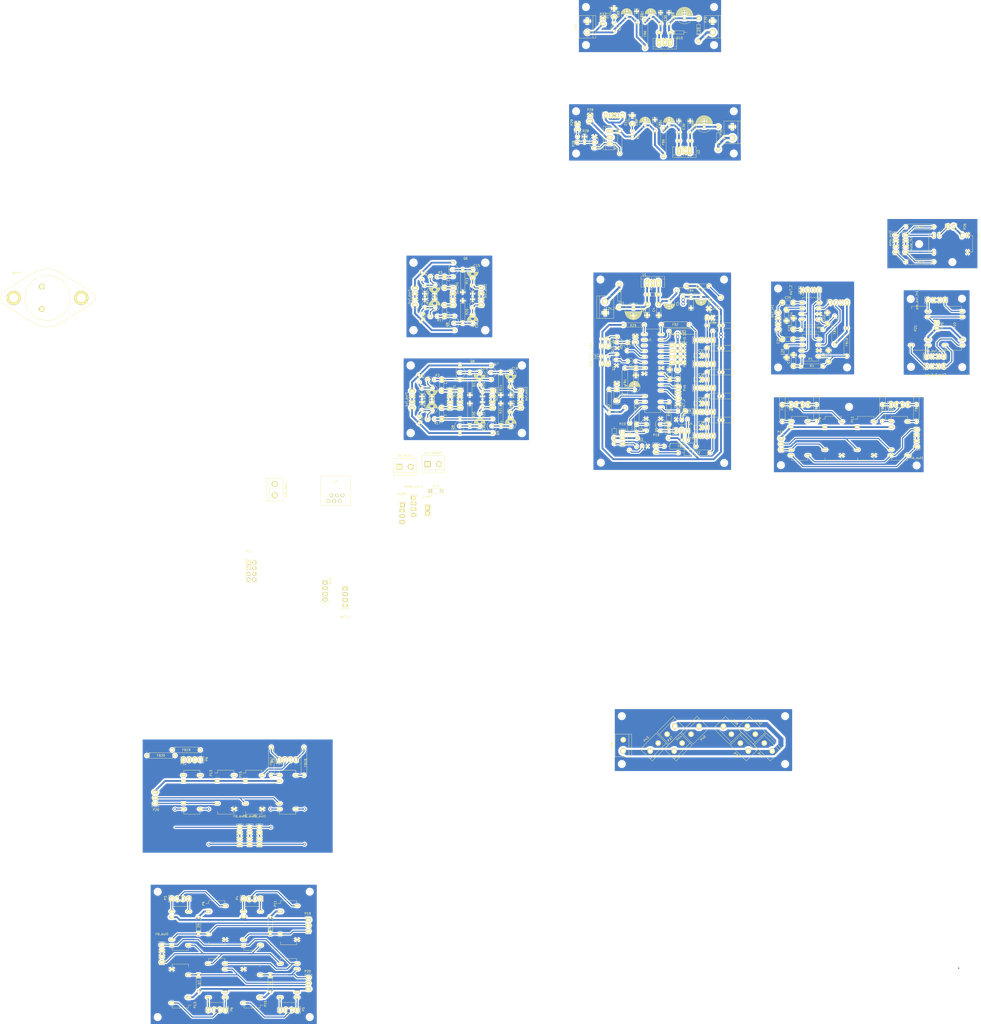
<source format=kicad_pcb>
(kicad_pcb (version 4) (host pcbnew 4.0.6)
  (layers (0 F.Cu signal) (31 B.Cu signal) (35 F.Paste user) (37 F.SilkS user) (39 F.Mask user) (44 Edge.Cuts user))
  (net 0 "")
  (net 1 /5V)
  (net 2 /SCL)
  (net 3 /SDA)
  (net 4 GND)
  (net 5 "Net-(C1-Pad2)")
  (net 6 "Net-(C2-Pad1)")
  (net 7 "Net-(C4-Pad2)")
  (net 8 "Net-(C6-Pad1)")
  (net 9 "Net-(FB2-Pad1)")
  (net 10 "Net-(FB3-Pad2)")
  (net 11 /12V)
  (net 12 "Net-(C9-Pad1)")
  (net 13 /MUTE_EN)
  (net 14 /TEMP_L)
  (net 15 /TEMP_R)
  (net 16 /PREAMP_EN)
  (net 17 /IR_IN)
  (net 18 "Net-(C18-Pad1)")
  (net 19 "Net-(C19-Pad1)")
  (net 20 "Net-(C20-Pad1)")
  (net 21 /L_OUT)
  (net 22 "Net-(C21-Pad2)")
  (net 23 "Net-(C23-Pad1)")
  (net 24 "Net-(C24-Pad1)")
  (net 25 /R_OUT)
  (net 26 "Net-(C25-Pad2)")
  (net 27 /CH4)
  (net 28 /CH3)
  (net 29 /CH2)
  (net 30 /CH1)
  (net 31 /EQ7_RST)
  (net 32 /EQ7_STROBE)
  (net 33 /EQ7_DATA_R)
  (net 34 /EQ7_DATA_L)
  (net 35 /L_IN1)
  (net 36 /G_IN1)
  (net 37 /R_IN1)
  (net 38 /L_IN2)
  (net 39 /G_IN2)
  (net 40 /R_IN2)
  (net 41 /L_IN3)
  (net 42 /G_IN3)
  (net 43 /R_IN3)
  (net 44 /L_IN4)
  (net 45 /G_IN4)
  (net 46 /R_IN4)
  (net 47 "Net-(Q1-Pad2)")
  (net 48 "Net-(Q2-Pad2)")
  (net 49 "Net-(Q3-Pad2)")
  (net 50 "Net-(Q4-Pad2)")
  (net 51 "Net-(Q5-Pad2)")
  (net 52 "Net-(C22-Pad1)")
  (net 53 "Net-(C15-Pad1)")
  (net 54 /L_OUT_BUF1)
  (net 55 "Net-(C16-Pad1)")
  (net 56 /L_OUT_BUF2)
  (net 57 /R_OUT_BUF1)
  (net 58 "Net-(C26-Pad1)")
  (net 59 "Net-(C27-Pad1)")
  (net 60 /R_OUT_BUF2)
  (net 61 +9V)
  (net 62 "Net-(FB12-Pad2)")
  (net 63 "Net-(FB13-Pad2)")
  (net 64 "Net-(C28-Pad1)")
  (net 65 "Net-(C30-Pad2)")
  (net 66 "Net-(D11-Pad2)")
  (net 67 /CH1_EN)
  (net 68 /CH2_EN)
  (net 69 /CH4_EN)
  (net 70 /CH3_EN)
  (net 71 /L_OUT_BUF)
  (net 72 /R_OUT_BUF)
  (net 73 /L_OUT_PRE)
  (net 74 /R_OUT_PRE)
  (net 75 "Net-(Q10-Pad2)")
  (net 76 "Net-(Q11-Pad2)")
  (net 77 /MUTE)
  (net 78 "Net-(Q11-Pad1)")
  (net 79 /P_PWR_EN)
  (net 80 /9V_SW)
  (net 81 /VBIAS_L)
  (net 82 /VBIAS_R)
  (net 83 "Net-(C14-Pad1)")
  (net 84 "Net-(C17-Pad1)")
  (net 85 "Net-(C37-Pad2)")
  (net 86 "Net-(C38-Pad2)")
  (net 87 /VIN_MOTOR)
  (net 88 /SPK_MUTE_EN)
  (net 89 "Net-(FB9-Pad1)")
  (net 90 "Net-(FB14-Pad1)")
  (net 91 "Net-(FB15-Pad1)")
  (net 92 "Net-(FB16-Pad1)")
  (net 93 "Net-(FB17-Pad1)")
  (net 94 "Net-(FB18-Pad1)")
  (net 95 "Net-(FB19-Pad1)")
  (net 96 "Net-(FB20-Pad1)")
  (net 97 /PREAMP_PWR_EN)
  (net 98 "Net-(J1-Pad1)")
  (net 99 /SCL_OUT)
  (net 100 /SDA_OUT)
  (net 101 "Net-(D3-Pad2)")
  (net 102 /PREAMP)
  (module Housings_DIP:DIP-28_W7.62mm_LongPads (layer F.Cu) (at -270.51 -132.842)
    (fp_text reference J1 (at 2.54 2.54) (layer F.SilkS))
    (fp_text value Atmega328)
    (pad 2 thru_hole oval (at 0 2.54) (size 2.3 1) (drill 0.8) (layers *.Cu *.Mask F.SilkS))
    (pad 5 thru_hole oval (at 0 10.16) (size 2.3 1) (drill 0.8) (layers *.Cu *.Mask F.SilkS) (net 102 /PREAMP))
    (pad 4 thru_hole oval (at 0 7.62) (size 2.3 1) (drill 0.8) (layers *.Cu *.Mask F.SilkS) (net 97 /PREAMP_PWR_EN))
    (pad 1 thru_hole oval (at 0 0) (size 2.3 1) (drill 0.8) (layers *.Cu *.Mask F.SilkS) (net 98 "Net-(J1-Pad1)"))
    (pad 3 thru_hole oval (at 0 5.08) (size 2.3 1) (drill 0.8) (layers *.Cu *.Mask F.SilkS))
    (pad 6 thru_hole oval (at 0 12.7) (size 2.3 1) (drill 0.8) (layers *.Cu *.Mask F.SilkS) (net 77 /MUTE))
    (pad 7 thru_hole oval (at 0 15.24) (size 2.3 1) (drill 0.8) (layers *.Cu *.Mask F.SilkS) (net 5 "Net-(C1-Pad2)"))
    (pad 8 thru_hole oval (at 0 17.78) (size 2.3 1) (drill 0.8) (layers *.Cu *.Mask F.SilkS) (net 4 GND))
    (pad 12 thru_hole oval (at 0 27.94) (size 2.3 1) (drill 0.8) (layers *.Cu *.Mask F.SilkS) (net 17 /IR_IN))
    (pad 13 thru_hole oval (at 0 30.48) (size 2.3 1) (drill 0.8) (layers *.Cu *.Mask F.SilkS) (net 30 /CH1))
    (pad 14 thru_hole oval (at 0 33.02) (size 2.3 1) (drill 0.8) (layers *.Cu *.Mask F.SilkS) (net 29 /CH2))
    (pad 15 thru_hole oval (at 7.62 33.02) (size 2.3 1) (drill 0.8) (layers *.Cu *.Mask F.SilkS) (net 27 /CH4))
    (pad 16 thru_hole oval (at 7.62 30.48) (size 2.3 1) (drill 0.8) (layers *.Cu *.Mask F.SilkS) (net 28 /CH3))
    (pad 18 thru_hole oval (at 7.62 25.4) (size 2.3 1) (drill 0.8) (layers *.Cu *.Mask F.SilkS) (net 31 /EQ7_RST))
    (pad 19 thru_hole oval (at 7.62 22.86) (size 2.3 1) (drill 0.8) (layers *.Cu *.Mask F.SilkS) (net 32 /EQ7_STROBE))
    (pad 20 thru_hole oval (at 7.62 20.32) (size 2.3 1) (drill 0.8) (layers *.Cu *.Mask F.SilkS) (net 8 "Net-(C6-Pad1)"))
    (pad 21 thru_hole oval (at 7.62 17.78) (size 2.3 1) (drill 0.8) (layers *.Cu *.Mask F.SilkS) (net 8 "Net-(C6-Pad1)"))
    (pad 22 thru_hole oval (at 7.62 15.24) (size 2.3 1) (drill 0.8) (layers *.Cu *.Mask F.SilkS) (net 4 GND))
    (pad 23 thru_hole oval (at 7.62 12.7) (size 2.3 1) (drill 0.8) (layers *.Cu *.Mask F.SilkS) (net 33 /EQ7_DATA_R))
    (pad 24 thru_hole oval (at 7.62 10.16) (size 2.3 1) (drill 0.8) (layers *.Cu *.Mask F.SilkS) (net 34 /EQ7_DATA_L))
    (pad 25 thru_hole oval (at 7.62 7.62) (size 2.3 1) (drill 0.8) (layers *.Cu *.Mask F.SilkS) (net 14 /TEMP_L))
    (pad 26 thru_hole oval (at 7.62 5.08) (size 2.3 1) (drill 0.8) (layers *.Cu *.Mask F.SilkS) (net 15 /TEMP_R))
    (pad 27 thru_hole oval (at 7.62 2.54) (size 2.3 1) (drill 0.8) (layers *.Cu *.Mask F.SilkS) (net 10 "Net-(FB3-Pad2)"))
    (pad 28 thru_hole oval (at 7.62 0) (size 2.3 1) (drill 0.8) (layers *.Cu *.Mask F.SilkS) (net 9 "Net-(FB2-Pad1)"))
  )
  (module Capacitors_ThroughHole:C_Rect_L7_W2_P5 (layer F.Cu) (at -247.248626 -101.609799)
    (fp_text reference C38 (at 2.5 -2.25) (layer F.SilkS))
    (fp_text value 100nF)
    (pad 1 thru_hole oval (at 2.54 0) (size 1.3 2.3) (drill 0.9) (layers *.Cu *.Mask F.SilkS) (net 4 GND))
    (pad 2 thru_hole oval (at 5.08 0) (size 1.3 2.3) (drill 0.9) (layers *.Cu *.Mask F.SilkS) (net 86 "Net-(C38-Pad2)"))
  )
  (module Pin_Headers:Pin_Header_Straight_1x04 (layer F.Cu) (at -247.248627 -97.7998 90)
    (fp_text reference P45 (at 0 -5.1 90) (layer F.SilkS))
    (fp_text value CONN_4)
    (pad 1 thru_hole oval (at 0 0 90) (size 2.3 1.5) (drill 1.016) (layers *.Cu *.Mask F.SilkS) (net 2 /SCL))
    (pad 2 thru_hole oval (at 0 2.54 90) (size 2.3 1.5) (drill 1.016) (layers *.Cu *.Mask F.SilkS) (net 4 GND))
    (pad 3 thru_hole oval (at 0 5.08 90) (size 2.3 1.5) (drill 1.016) (layers *.Cu *.Mask F.SilkS) (net 86 "Net-(C38-Pad2)"))
    (pad 4 thru_hole oval (at 0 7.62 90) (size 2.3 1.5) (drill 1.016) (layers *.Cu *.Mask F.SilkS) (net 3 /SDA))
  )
  (module Capacitors_ThroughHole:C_Rect_L7_W2_P5 (layer F.Cu) (at -247.248626 -90.8148)
    (fp_text reference C38 (at 2.5 -2.25) (layer F.SilkS))
    (fp_text value 100nF)
    (pad 1 thru_hole oval (at 2.54 0) (size 1.3 2.3) (drill 0.9) (layers *.Cu *.Mask F.SilkS) (net 4 GND))
    (pad 2 thru_hole oval (at 5.08 0) (size 1.3 2.3) (drill 0.9) (layers *.Cu *.Mask F.SilkS) (net 86 "Net-(C38-Pad2)"))
  )
  (module Pin_Headers:Pin_Header_Straight_1x04 (layer F.Cu) (at -247.248627 -87.004801 90)
    (fp_text reference P45 (at 0 -5.1 90) (layer F.SilkS))
    (fp_text value CONN_4)
    (pad 1 thru_hole oval (at 0 0 90) (size 2.3 1.5) (drill 1.016) (layers *.Cu *.Mask F.SilkS) (net 2 /SCL))
    (pad 2 thru_hole oval (at 0 2.54 90) (size 2.3 1.5) (drill 1.016) (layers *.Cu *.Mask F.SilkS) (net 4 GND))
    (pad 3 thru_hole oval (at 0 5.08 90) (size 2.3 1.5) (drill 1.016) (layers *.Cu *.Mask F.SilkS) (net 86 "Net-(C38-Pad2)"))
    (pad 4 thru_hole oval (at 0 7.62 90) (size 2.3 1.5) (drill 1.016) (layers *.Cu *.Mask F.SilkS) (net 3 /SDA))
  )
  (module Pin_Headers:Pin_Header_Straight_1x04 (layer F.Cu) (at -444.119 89.535)
    (fp_text reference rid_out1 (at 0 -5.1) (layer F.SilkS))
    (fp_text value CONN_4)
    (pad 1 thru_hole oval (at 0 0) (size 2.3 1.5) (drill 1.016) (layers *.Cu *.Mask F.SilkS) (net 21 /L_OUT))
    (pad 2 thru_hole oval (at 0 2.54) (size 2.3 1.5) (drill 1.016) (layers *.Cu *.Mask F.SilkS) (net 4 GND))
    (pad 3 thru_hole oval (at 0 5.08) (size 2.3 1.5) (drill 1.016) (layers *.Cu *.Mask F.SilkS) (net 4 GND))
    (pad 4 thru_hole oval (at 0 7.62) (size 2.3 1.5) (drill 1.016) (layers *.Cu *.Mask F.SilkS) (net 25 /R_OUT))
  )
  (module Pin_Headers:Pin_Header_Straight_1x04 (layer F.Cu) (at -448.564 89.535)
    (fp_text reference rid_out1 (at 0 -5.1) (layer F.SilkS))
    (fp_text value CONN_4)
    (pad 1 thru_hole oval (at 0 0) (size 2.3 1.5) (drill 1.016) (layers *.Cu *.Mask F.SilkS) (net 21 /L_OUT))
    (pad 2 thru_hole oval (at 0 2.54) (size 2.3 1.5) (drill 1.016) (layers *.Cu *.Mask F.SilkS) (net 4 GND))
    (pad 3 thru_hole oval (at 0 5.08) (size 2.3 1.5) (drill 1.016) (layers *.Cu *.Mask F.SilkS) (net 4 GND))
    (pad 4 thru_hole oval (at 0 7.62) (size 2.3 1.5) (drill 1.016) (layers *.Cu *.Mask F.SilkS) (net 25 /R_OUT))
  )
  (module Pin_Headers:Pin_Header_Straight_1x04 (layer F.Cu) (at -453.009 89.535)
    (fp_text reference rid_out1 (at 0 -5.1) (layer F.SilkS))
    (fp_text value CONN_4)
    (pad 1 thru_hole oval (at 0 0) (size 2.3 1.5) (drill 1.016) (layers *.Cu *.Mask F.SilkS) (net 21 /L_OUT))
    (pad 2 thru_hole oval (at 0 2.54) (size 2.3 1.5) (drill 1.016) (layers *.Cu *.Mask F.SilkS) (net 4 GND))
    (pad 3 thru_hole oval (at 0 5.08) (size 2.3 1.5) (drill 1.016) (layers *.Cu *.Mask F.SilkS) (net 4 GND))
    (pad 4 thru_hole oval (at 0 7.62) (size 2.3 1.5) (drill 1.016) (layers *.Cu *.Mask F.SilkS) (net 25 /R_OUT))
  )
  (module Pin_Headers:Pin_Header_Straight_1x04 (layer F.Cu) (at -405.511 -10.541 180)
    (fp_text reference eq7_1 (at 0 -5.1 180) (layer F.SilkS))
    (fp_text value CONN_4)
    (pad 1 thru_hole oval (at 0 0 180) (size 2.3 1.5) (drill 1.016) (layers *.Cu *.Mask F.SilkS) (net 33 /EQ7_DATA_R))
    (pad 2 thru_hole oval (at 0 2.54 180) (size 2.3 1.5) (drill 1.016) (layers *.Cu *.Mask F.SilkS) (net 34 /EQ7_DATA_L))
    (pad 3 thru_hole oval (at 0 5.08 180) (size 2.3 1.5) (drill 1.016) (layers *.Cu *.Mask F.SilkS) (net 4 GND))
    (pad 4 thru_hole oval (at 0 7.62 180) (size 2.3 1.5) (drill 1.016) (layers *.Cu *.Mask F.SilkS) (net 1 /5V))
  )
  (module Pin_Headers:Pin_Header_Straight_1x04 (layer F.Cu) (at -255.27 -101.346 180)
    (fp_text reference eq7_2 (at -2.54 0 270) (layer F.SilkS))
    (fp_text value CONN_4)
    (pad 1 thru_hole oval (at 0 0 180) (size 2.3 1.5) (drill 1.016) (layers *.Cu *.Mask F.SilkS) (net 4 GND))
    (pad 2 thru_hole oval (at 0 2.54 180) (size 2.3 1.5) (drill 1.016) (layers *.Cu *.Mask F.SilkS) (net 31 /EQ7_RST))
    (pad 3 thru_hole oval (at 0 5.08 180) (size 2.3 1.5) (drill 1.016) (layers *.Cu *.Mask F.SilkS) (net 4 GND))
    (pad 4 thru_hole oval (at 0 7.62 180) (size 2.3 1.5) (drill 1.016) (layers *.Cu *.Mask F.SilkS) (net 32 /EQ7_STROBE))
  )
  (module TO_SOT_Packages_THT:TO-92_Inline_Wide (layer F.Cu) (at -282.829 -131.699 270)
    (fp_text reference Q10 (at 5.715 1.905 450) (layer F.SilkS))
    (fp_text value BC547)
    (pad 2 thru_hole oval (at 2.54 0) (size 1.7 1.2) (drill 0.8) (layers *.Cu *.Mask F.SilkS) (net 75 "Net-(Q10-Pad2)"))
    (pad 3 thru_hole oval (at 5.08 0) (size 1.7 1.2) (drill 0.8) (layers *.Cu *.Mask F.SilkS) (net 4 GND))
    (pad 1 thru_hole oval (at 0 0) (size 1.7 1.2) (drill 0.8) (layers *.Cu *.Mask F.SilkS) (net 16 /PREAMP_EN))
  )
  (module Pin_Headers:Pin_Header_Straight_1x04 (layer F.Cu) (at -247.248627 -108.594799 90)
    (fp_text reference P45 (at 0 -5.1 90) (layer F.SilkS))
    (fp_text value CONN_4)
    (pad 1 thru_hole oval (at 0 0 90) (size 2.3 1.5) (drill 1.016) (layers *.Cu *.Mask F.SilkS) (net 2 /SCL))
    (pad 2 thru_hole oval (at 0 2.54 90) (size 2.3 1.5) (drill 1.016) (layers *.Cu *.Mask F.SilkS) (net 4 GND))
    (pad 3 thru_hole oval (at 0 5.08 90) (size 2.3 1.5) (drill 1.016) (layers *.Cu *.Mask F.SilkS) (net 86 "Net-(C38-Pad2)"))
    (pad 4 thru_hole oval (at 0 7.62 90) (size 2.3 1.5) (drill 1.016) (layers *.Cu *.Mask F.SilkS) (net 3 /SDA))
  )
  (module Capacitors_ThroughHole:C_Rect_L7_W2_P5 (layer F.Cu) (at -247.248626 -112.4048)
    (fp_text reference C38 (at 2.5 -2.25) (layer F.SilkS))
    (fp_text value 100nF)
    (pad 1 thru_hole oval (at 2.54 0) (size 1.3 2.3) (drill 0.9) (layers *.Cu *.Mask F.SilkS) (net 4 GND))
    (pad 2 thru_hole oval (at 5.08 0) (size 1.3 2.3) (drill 0.9) (layers *.Cu *.Mask F.SilkS) (net 86 "Net-(C38-Pad2)"))
  )
  (module Capacitors_ThroughHole:C_Rect_L7_W2_P5 (layer F.Cu) (at -247.248626 -123.199801)
    (fp_text reference C37 (at 2.5 -2.25) (layer F.SilkS))
    (fp_text value 100nF)
    (pad 1 thru_hole oval (at 2.54 0) (size 1.3 2.3) (drill 0.9) (layers *.Cu *.Mask F.SilkS) (net 4 GND))
    (pad 2 thru_hole oval (at 5.08 0) (size 1.3 2.3) (drill 0.9) (layers *.Cu *.Mask F.SilkS) (net 85 "Net-(C37-Pad2)"))
  )
  (module Pin_Headers:Pin_Header_Straight_1x04 (layer F.Cu) (at -247.248624 -119.389801 90)
    (fp_text reference P16 (at 0 -5.1 90) (layer F.SilkS))
    (fp_text value CONN_4)
    (pad 1 thru_hole oval (at 0 0 90) (size 2.3 1.5) (drill 1.016) (layers *.Cu *.Mask F.SilkS) (net 2 /SCL))
    (pad 2 thru_hole oval (at 0 2.54 90) (size 2.3 1.5) (drill 1.016) (layers *.Cu *.Mask F.SilkS) (net 4 GND))
    (pad 3 thru_hole oval (at 0 5.08 90) (size 2.3 1.5) (drill 1.016) (layers *.Cu *.Mask F.SilkS) (net 85 "Net-(C37-Pad2)"))
    (pad 4 thru_hole oval (at 0 7.62 90) (size 2.3 1.5) (drill 1.016) (layers *.Cu *.Mask F.SilkS) (net 3 /SDA))
  )
  (module Pin_Headers:Pin_Header_Straight_1x04 (layer F.Cu) (at -414.528 -13.208 180)
    (fp_text reference P16 (at -2.54 8.255 270) (layer F.SilkS))
    (fp_text value CONN_4)
    (pad 1 thru_hole oval (at 0 0 180) (size 2.3 1.5) (drill 1.016) (layers *.Cu *.Mask F.SilkS) (net 2 /SCL))
    (pad 2 thru_hole oval (at 0 2.54 180) (size 2.3 1.5) (drill 1.016) (layers *.Cu *.Mask F.SilkS) (net 4 GND))
    (pad 3 thru_hole oval (at 0 5.08 180) (size 2.3 1.5) (drill 1.016) (layers *.Cu *.Mask F.SilkS) (net 1 /5V))
    (pad 4 thru_hole oval (at 0 7.62 180) (size 2.3 1.5) (drill 1.016) (layers *.Cu *.Mask F.SilkS) (net 3 /SDA))
  )
  (module Pin_Headers:Pin_Header_Straight_1x04 (layer F.Cu) (at -210.185 -135.001 180)
    (fp_text reference eq7_in1 (at 2.54 8.255 270) (layer F.SilkS))
    (fp_text value CONN_4)
    (pad 1 thru_hole oval (at 0 0 180) (size 2.3 1.5) (drill 1.016) (layers *.Cu *.Mask F.SilkS) (net 54 /L_OUT_BUF1))
    (pad 2 thru_hole oval (at 0 2.54 180) (size 2.3 1.5) (drill 1.016) (layers *.Cu *.Mask F.SilkS) (net 4 GND))
    (pad 3 thru_hole oval (at 0 5.08 180) (size 2.3 1.5) (drill 1.016) (layers *.Cu *.Mask F.SilkS) (net 4 GND))
    (pad 4 thru_hole oval (at 0 7.62 180) (size 2.3 1.5) (drill 1.016) (layers *.Cu *.Mask F.SilkS) (net 57 /R_OUT_BUF1))
  )
  (module Discret:R4 (layer F.Cu) (at -194.945 -135.001 180)
    (fp_text reference R5 (at -3.175 0.635 180) (layer F.SilkS))
    (fp_text value 200K)
    (pad 1 thru_hole circle (at -5.08 0 180) (size 1.524 1.524) (drill 0.8128) (layers *.Cu *.Mask F.SilkS) (net 52 "Net-(C22-Pad1)"))
    (pad 2 thru_hole circle (at 5.08 0 180) (size 1.524 1.524) (drill 0.8128) (layers *.Cu *.Mask F.SilkS) (net 23 "Net-(C23-Pad1)"))
  )
  (module Discret:R4 (layer F.Cu) (at -194.945 -118.491 180)
    (fp_text reference R4 (at 0 0 180) (layer F.SilkS))
    (fp_text value 200K)
    (pad 1 thru_hole circle (at -5.08 0 180) (size 1.524 1.524) (drill 0.8128) (layers *.Cu *.Mask F.SilkS) (net 18 "Net-(C18-Pad1)"))
    (pad 2 thru_hole circle (at 5.08 0 180) (size 1.524 1.524) (drill 0.8128) (layers *.Cu *.Mask F.SilkS) (net 19 "Net-(C19-Pad1)"))
  )
  (module Capacitors_ThroughHole:C_Rect_L7_W2_P5 (layer F.Cu) (at -208.28 -147.066)
    (fp_text reference C25 (at 2.5 -2.25) (layer F.SilkS))
    (fp_text value 1uF)
    (pad 1 thru_hole circle (at 0 0) (size 1.8 1.8) (drill 0.8) (layers *.Cu *.Mask F.SilkS) (net 57 /R_OUT_BUF1))
    (pad 2 thru_hole circle (at 5 0) (size 1.8 1.8) (drill 0.8) (layers *.Cu *.Mask F.SilkS) (net 26 "Net-(C25-Pad2)"))
  )
  (module Capacitors_ThroughHole:C_Rect_L7_W2_P5 (layer F.Cu) (at -206.375 -143.891 270)
    (fp_text reference C24 (at 2.5 -2.25 270) (layer F.SilkS))
    (fp_text value 100nF)
    (pad 1 thru_hole circle (at 0 0 270) (size 1.8 1.8) (drill 0.8) (layers *.Cu *.Mask F.SilkS) (net 24 "Net-(C24-Pad1)"))
    (pad 2 thru_hole circle (at 5 0 270) (size 1.8 1.8) (drill 0.8) (layers *.Cu *.Mask F.SilkS) (net 4 GND))
  )
  (module Capacitors_ThroughHole:C_Rect_L7_W2_P5 (layer F.Cu) (at -203.2 -135.001 90)
    (fp_text reference C23 (at 0.635 -1.905 90) (layer F.SilkS))
    (fp_text value 33pF)
    (pad 1 thru_hole circle (at 0 0 90) (size 1.8 1.8) (drill 0.8) (layers *.Cu *.Mask F.SilkS) (net 23 "Net-(C23-Pad1)"))
    (pad 2 thru_hole circle (at 5 0 90) (size 1.8 1.8) (drill 0.8) (layers *.Cu *.Mask F.SilkS) (net 4 GND))
  )
  (module Capacitors_ThroughHole:C_Rect_L7_W2_P5 (layer F.Cu) (at -187.96 -137.541 90)
    (fp_text reference C22 (at 2.54 -1.905 90) (layer F.SilkS))
    (fp_text value 100nF)
    (pad 1 thru_hole circle (at 0 0 90) (size 1.8 1.8) (drill 0.8) (layers *.Cu *.Mask F.SilkS) (net 52 "Net-(C22-Pad1)"))
    (pad 2 thru_hole circle (at 5 0 90) (size 1.8 1.8) (drill 0.8) (layers *.Cu *.Mask F.SilkS) (net 4 GND))
  )
  (module Capacitors_ThroughHole:C_Rect_L7_W2_P5 (layer F.Cu) (at -208.28 -130.556)
    (fp_text reference C21 (at -1.905 0.635 90) (layer F.SilkS))
    (fp_text value 1uF)
    (pad 1 thru_hole circle (at 0 0) (size 1.8 1.8) (drill 0.8) (layers *.Cu *.Mask F.SilkS) (net 54 /L_OUT_BUF1))
    (pad 2 thru_hole circle (at 5 0) (size 1.8 1.8) (drill 0.8) (layers *.Cu *.Mask F.SilkS) (net 22 "Net-(C21-Pad2)"))
  )
  (module Capacitors_ThroughHole:C_Rect_L7_W2_P5 (layer F.Cu) (at -206.375 -127.381 270)
    (fp_text reference C20 (at 2.54 1.905 270) (layer F.SilkS))
    (fp_text value 100nF)
    (pad 1 thru_hole circle (at 0 0 270) (size 1.8 1.8) (drill 0.8) (layers *.Cu *.Mask F.SilkS) (net 20 "Net-(C20-Pad1)"))
    (pad 2 thru_hole circle (at 5 0 270) (size 1.8 1.8) (drill 0.8) (layers *.Cu *.Mask F.SilkS) (net 4 GND))
  )
  (module Capacitors_ThroughHole:C_Rect_L7_W2_P5 (layer F.Cu) (at -203.2 -118.491 90)
    (fp_text reference C19 (at 2.5 -2.25 90) (layer F.SilkS))
    (fp_text value 33pF)
    (pad 1 thru_hole circle (at 0 0 90) (size 1.8 1.8) (drill 0.8) (layers *.Cu *.Mask F.SilkS) (net 19 "Net-(C19-Pad1)"))
    (pad 2 thru_hole circle (at 5 0 90) (size 1.8 1.8) (drill 0.8) (layers *.Cu *.Mask F.SilkS) (net 4 GND))
  )
  (module Capacitors_ThroughHole:C_Rect_L7_W2_P5 (layer F.Cu) (at -187.452 -120.523 90)
    (fp_text reference C18 (at 2.5 -2.25 90) (layer F.SilkS))
    (fp_text value 100nF)
    (pad 1 thru_hole circle (at 0 0 90) (size 1.8 1.8) (drill 0.8) (layers *.Cu *.Mask F.SilkS) (net 18 "Net-(C18-Pad1)"))
    (pad 2 thru_hole circle (at 5 0 90) (size 1.8 1.8) (drill 0.8) (layers *.Cu *.Mask F.SilkS) (net 4 GND))
  )
  (module Housings_DIP:DIP-8_W7.62mm_LongPads (layer F.Cu) (at -191.77 -122.936 180)
    (fp_text reference P1 (at 3.81 -1.27 180) (layer F.SilkS))
    (fp_text value Msgeq7_1)
    (pad 1 thru_hole oval (at 0 0 180) (size 2.3 1.2) (drill 0.8) (layers *.Cu *.Mask F.SilkS) (net 18 "Net-(C18-Pad1)"))
    (pad 2 thru_hole oval (at 0 2.54 180) (size 2.3 1.2) (drill 0.8) (layers *.Cu *.Mask F.SilkS) (net 4 GND))
    (pad 3 thru_hole oval (at 0 5.08 180) (size 2.3 1.2) (drill 0.8) (layers *.Cu *.Mask F.SilkS) (net 34 /EQ7_DATA_L))
    (pad 4 thru_hole oval (at 0 7.62 180) (size 2.3 1.2) (drill 0.8) (layers *.Cu *.Mask F.SilkS) (net 32 /EQ7_STROBE))
    (pad 5 thru_hole oval (at 7.62 7.62 180) (size 2.3 1.2) (drill 0.8) (layers *.Cu *.Mask F.SilkS) (net 22 "Net-(C21-Pad2)"))
    (pad 6 thru_hole oval (at 7.62 5.08 180) (size 2.3 1.2) (drill 0.8) (layers *.Cu *.Mask F.SilkS) (net 20 "Net-(C20-Pad1)"))
    (pad 7 thru_hole oval (at 7.62 2.54 180) (size 2.3 1.2) (drill 0.8) (layers *.Cu *.Mask F.SilkS) (net 31 /EQ7_RST))
    (pad 8 thru_hole oval (at 7.62 0 180) (size 2.3 1.2) (drill 0.8) (layers *.Cu *.Mask F.SilkS) (net 19 "Net-(C19-Pad1)"))
  )
  (module Housings_DIP:DIP-8_W7.62mm_LongPads (layer F.Cu) (at -191.77 -139.446 180)
    (fp_text reference P2 (at 7.62 11.43 180) (layer F.SilkS))
    (fp_text value Msgeq7_1)
    (pad 1 thru_hole oval (at 0 0 180) (size 2.3 1.2) (drill 0.8) (layers *.Cu *.Mask F.SilkS) (net 52 "Net-(C22-Pad1)"))
    (pad 2 thru_hole oval (at 0 2.54 180) (size 2.3 1.2) (drill 0.8) (layers *.Cu *.Mask F.SilkS) (net 4 GND))
    (pad 3 thru_hole oval (at 0 5.08 180) (size 2.3 1.2) (drill 0.8) (layers *.Cu *.Mask F.SilkS) (net 33 /EQ7_DATA_R))
    (pad 4 thru_hole oval (at 0 7.62 180) (size 2.3 1.2) (drill 0.8) (layers *.Cu *.Mask F.SilkS) (net 32 /EQ7_STROBE))
    (pad 5 thru_hole oval (at 7.62 7.62 180) (size 2.3 1.2) (drill 0.8) (layers *.Cu *.Mask F.SilkS) (net 26 "Net-(C25-Pad2)"))
    (pad 6 thru_hole oval (at 7.62 5.08 180) (size 2.3 1.2) (drill 0.8) (layers *.Cu *.Mask F.SilkS) (net 24 "Net-(C24-Pad1)"))
    (pad 7 thru_hole oval (at 7.62 2.54 180) (size 2.3 1.2) (drill 0.8) (layers *.Cu *.Mask F.SilkS) (net 31 /EQ7_RST))
    (pad 8 thru_hole oval (at 7.62 0 180) (size 2.3 1.2) (drill 0.8) (layers *.Cu *.Mask F.SilkS) (net 23 "Net-(C23-Pad1)"))
  )
  (module Pin_Headers:Pin_Header_Straight_1x04 (layer F.Cu) (at -159.258 -101.092 90)
    (fp_text reference P4 (at 0.3175 -2.8575 90) (layer F.SilkS))
    (fp_text value CONN_4)
    (pad 1 thru_hole oval (at 0 0 90) (size 2.3 1.5) (drill 1.016) (layers *.Cu *.Mask F.SilkS) (net 91 "Net-(FB15-Pad1)"))
    (pad 2 thru_hole oval (at 0 2.54 90) (size 2.3 1.5) (drill 1.016) (layers *.Cu *.Mask F.SilkS) (net 39 /G_IN2))
    (pad 3 thru_hole oval (at 0 5.08 90) (size 2.3 1.5) (drill 1.016) (layers *.Cu *.Mask F.SilkS) (net 39 /G_IN2))
    (pad 4 thru_hole oval (at 0 7.62 90) (size 2.3 1.5) (drill 1.016) (layers *.Cu *.Mask F.SilkS) (net 92 "Net-(FB16-Pad1)"))
  )
  (module Housings_DIP:DIP-14_W7.62mm_LongPads (layer F.Cu) (at -159.258 -93.472)
    (fp_text reference P10 (at 0 -5.22) (layer F.SilkS))
    (fp_text value DIP05-2A72-21L)
    (pad 1 thru_hole oval (at 0 0) (size 2.3 1.2) (drill 0.8) (layers *.Cu *.Mask F.SilkS) (net 40 /R_IN2))
    (pad 2 thru_hole oval (at 0 2.54) (size 2.3 1.2) (drill 0.8) (layers *.Cu *.Mask F.SilkS) (net 1 /5V))
    (pad 6 thru_hole oval (at 0 12.7) (size 2.3 1.2) (drill 0.8) (layers *.Cu *.Mask F.SilkS) (net 68 /CH2_EN))
    (pad 7 thru_hole oval (at 0 15.24) (size 2.3 1.2) (drill 0.8) (layers *.Cu *.Mask F.SilkS) (net 25 /R_OUT))
    (pad 8 thru_hole oval (at 7.62 15.24) (size 2.3 1.6) (drill 0.8) (layers *.Cu *.Mask F.SilkS) (net 21 /L_OUT))
    (pad 14 thru_hole oval (at 7.62 0) (size 2.3 1.2) (drill 0.8) (layers *.Cu *.Mask F.SilkS) (net 38 /L_IN2))
  )
  (module Pin_Headers:Pin_Header_Straight_1x03 (layer F.Cu) (at -491.109 78.74 180)
    (fp_text reference P20 (at -0.3175 -2.8575 180) (layer F.SilkS))
    (fp_text value CONN_01X03)
    (pad 1 thru_hole oval (at 0 0 180) (size 2.3 1.5) (drill 1.016) (layers *.Cu *.Mask F.SilkS) (net 69 /CH4_EN))
    (pad 2 thru_hole oval (at 0 2.54 180) (size 2.3 1.5) (drill 1.016) (layers *.Cu *.Mask F.SilkS) (net 70 /CH3_EN))
    (pad 3 thru_hole oval (at 0 5.08 180) (size 2.3 1.5) (drill 1.016) (layers *.Cu *.Mask F.SilkS) (net 1 /5V))
  )
  (module Pin_Headers:Pin_Header_Straight_1x03 (layer F.Cu) (at -208.788 -85.852)
    (fp_text reference P19 (at -0.3175 -2.8575) (layer F.SilkS))
    (fp_text value CONN_01X03)
    (pad 1 thru_hole oval (at 0 0) (size 2.3 1.5) (drill 1.016) (layers *.Cu *.Mask F.SilkS) (net 1 /5V))
    (pad 2 thru_hole oval (at 0 2.54) (size 2.3 1.5) (drill 1.016) (layers *.Cu *.Mask F.SilkS) (net 68 /CH2_EN))
    (pad 3 thru_hole oval (at 0 5.08) (size 2.3 1.5) (drill 1.016) (layers *.Cu *.Mask F.SilkS) (net 67 /CH1_EN))
  )
  (module Housings_DIP:DIP-14_W7.62mm_LongPads (layer F.Cu) (at -189.103 -93.472)
    (fp_text reference P9 (at -2.2225 -0.9525 90) (layer F.SilkS))
    (fp_text value DIP05-1A72-12L)
    (pad 2 thru_hole oval (at 0 2.54) (size 2.3 1.2) (drill 0.8) (layers *.Cu *.Mask F.SilkS) (net 1 /5V))
    (pad 6 thru_hole oval (at 0 12.7) (size 2.3 1.2) (drill 0.8) (layers *.Cu *.Mask F.SilkS) (net 67 /CH1_EN))
    (pad 8 thru_hole oval (at 7.62 15.24) (size 2.3 1.2) (drill 0.8) (layers *.Cu *.Mask F.SilkS) (net 4 GND))
    (pad 14 thru_hole oval (at 7.62 0) (size 2.3 1.2) (drill 0.8) (layers *.Cu *.Mask F.SilkS) (net 36 /G_IN1))
  )
  (module Pin_Headers:Pin_Header_Straight_1x04 (layer F.Cu) (at -147.701 -82.169 180)
    (fp_text reference rid_out1 (at 0 -5.1 180) (layer F.SilkS))
    (fp_text value CONN_4)
    (pad 1 thru_hole oval (at 0 0 180) (size 2.3 1.5) (drill 1.016) (layers *.Cu *.Mask F.SilkS) (net 21 /L_OUT))
    (pad 2 thru_hole oval (at 0 2.54 180) (size 2.3 1.5) (drill 1.016) (layers *.Cu *.Mask F.SilkS) (net 4 GND))
    (pad 3 thru_hole oval (at 0 5.08 180) (size 2.3 1.5) (drill 1.016) (layers *.Cu *.Mask F.SilkS) (net 4 GND))
    (pad 4 thru_hole oval (at 0 7.62 180) (size 2.3 1.5) (drill 1.016) (layers *.Cu *.Mask F.SilkS) (net 25 /R_OUT))
  )
  (module Housings_DIP:DIP-14_W7.62mm_LongPads (layer F.Cu) (at -450.469 66.04)
    (fp_text reference P15 (at -2.2225 -0.3175 90) (layer F.SilkS))
    (fp_text value DIP05-1A72-12L)
    (pad 2 thru_hole oval (at 0 2.54) (size 2.3 1.2) (drill 0.8) (layers *.Cu *.Mask F.SilkS) (net 1 /5V))
    (pad 6 thru_hole oval (at 0 12.7) (size 2.3 1.2) (drill 0.8) (layers *.Cu *.Mask F.SilkS) (net 70 /CH3_EN))
    (pad 8 thru_hole oval (at 7.62 15.24) (size 2.3 1.2) (drill 0.8) (layers *.Cu *.Mask F.SilkS) (net 4 GND))
    (pad 14 thru_hole oval (at 7.62 0) (size 2.3 1.2) (drill 0.8) (layers *.Cu *.Mask F.SilkS) (net 42 /G_IN3))
  )
  (module Housings_DIP:DIP-14_W7.62mm_LongPads (layer F.Cu) (at -435.229 66.04)
    (fp_text reference P14 (at 0 -5.22) (layer F.SilkS))
    (fp_text value DIP05-2A72-21L)
    (pad 1 thru_hole oval (at 0 0) (size 2.3 1.2) (drill 0.8) (layers *.Cu *.Mask F.SilkS) (net 41 /L_IN3))
    (pad 2 thru_hole oval (at 0 2.54) (size 2.3 1.2) (drill 0.8) (layers *.Cu *.Mask F.SilkS) (net 1 /5V))
    (pad 6 thru_hole oval (at 0 12.7) (size 2.3 1.2) (drill 0.8) (layers *.Cu *.Mask F.SilkS) (net 70 /CH3_EN))
    (pad 7 thru_hole oval (at 0 15.24) (size 2.3 1.2) (drill 0.8) (layers *.Cu *.Mask F.SilkS) (net 21 /L_OUT))
    (pad 8 thru_hole oval (at 7.62 15.24) (size 2.3 1.2) (drill 0.8) (layers *.Cu *.Mask F.SilkS) (net 25 /R_OUT))
    (pad 14 thru_hole oval (at 7.62 0) (size 2.3 1.2) (drill 0.8) (layers *.Cu *.Mask F.SilkS) (net 43 /R_IN3))
  )
  (module Housings_DIP:DIP-14_W7.62mm_LongPads (layer F.Cu) (at -463.169 66.04)
    (fp_text reference P13 (at -2.8575 -0.9525 90) (layer F.SilkS))
    (fp_text value DIP05-1A72-12L)
    (pad 2 thru_hole oval (at 0 2.54) (size 2.3 1.2) (drill 0.8) (layers *.Cu *.Mask F.SilkS) (net 1 /5V))
    (pad 6 thru_hole oval (at 0 12.7) (size 2.3 1.2) (drill 0.8) (layers *.Cu *.Mask F.SilkS) (net 69 /CH4_EN))
    (pad 8 thru_hole oval (at 7.62 15.24) (size 2.3 1.2) (drill 0.8) (layers *.Cu *.Mask F.SilkS) (net 4 GND))
    (pad 14 thru_hole oval (at 7.62 0) (size 2.3 1.2) (drill 0.8) (layers *.Cu *.Mask F.SilkS) (net 45 /G_IN4))
  )
  (module Housings_DIP:DIP-14_W7.62mm_LongPads (layer F.Cu) (at -478.409 66.04)
    (fp_text reference P12 (at 0 -5.22) (layer F.SilkS))
    (fp_text value DIP05-2A72-21L)
    (pad 1 thru_hole oval (at 0 0) (size 2.3 1.2) (drill 0.8) (layers *.Cu *.Mask F.SilkS) (net 44 /L_IN4))
    (pad 2 thru_hole oval (at 0 2.54) (size 2.3 1.2) (drill 0.8) (layers *.Cu *.Mask F.SilkS) (net 1 /5V))
    (pad 6 thru_hole oval (at 0 12.7) (size 2.3 1.2) (drill 0.8) (layers *.Cu *.Mask F.SilkS) (net 69 /CH4_EN))
    (pad 7 thru_hole oval (at 0 15.24) (size 2.3 1.2) (drill 0.8) (layers *.Cu *.Mask F.SilkS) (net 21 /L_OUT))
    (pad 8 thru_hole oval (at 7.62 15.24) (size 2.3 1.2) (drill 0.8) (layers *.Cu *.Mask F.SilkS) (net 25 /R_OUT))
    (pad 14 thru_hole oval (at 7.62 0) (size 2.3 1.2) (drill 0.8) (layers *.Cu *.Mask F.SilkS) (net 46 /R_IN4))
  )
  (module Housings_DIP:DIP-14_W7.62mm_LongPads (layer F.Cu) (at -204.343 -93.472)
    (fp_text reference P8 (at 0 -5.22) (layer F.SilkS))
    (fp_text value DIP05-2A72-21L)
    (pad 1 thru_hole oval (at 0 0) (size 2.3 1.2) (drill 0.8) (layers *.Cu *.Mask F.SilkS) (net 35 /L_IN1))
    (pad 2 thru_hole oval (at 0 2.54) (size 2.3 1.2) (drill 0.8) (layers *.Cu *.Mask F.SilkS) (net 1 /5V))
    (pad 6 thru_hole oval (at 0 12.7) (size 2.3 1.2) (drill 0.8) (layers *.Cu *.Mask F.SilkS) (net 67 /CH1_EN))
    (pad 7 thru_hole oval (at 0 15.24) (size 2.3 1.2) (drill 0.8) (layers *.Cu *.Mask F.SilkS) (net 21 /L_OUT))
    (pad 8 thru_hole oval (at 7.62 15.24) (size 2.3 1.2) (drill 0.8) (layers *.Cu *.Mask F.SilkS) (net 25 /R_OUT))
    (pad 14 thru_hole oval (at 7.62 0) (size 2.3 1.2) (drill 0.8) (layers *.Cu *.Mask F.SilkS) (net 37 /R_IN1))
  )
  (module Pin_Headers:Pin_Header_Straight_1x04 (layer F.Cu) (at -470.789 59.055 270)
    (fp_text reference P6 (at -0.3175 -2.8575 270) (layer F.SilkS))
    (fp_text value CONN_4)
    (pad 1 thru_hole oval (at 0 0 270) (size 2.3 1.5) (drill 1.016) (layers *.Cu *.Mask F.SilkS) (net 95 "Net-(FB19-Pad1)"))
    (pad 2 thru_hole oval (at 0 2.54 270) (size 2.3 1.5) (drill 1.016) (layers *.Cu *.Mask F.SilkS) (net 45 /G_IN4))
    (pad 3 thru_hole oval (at 0 5.08 270) (size 2.3 1.5) (drill 1.016) (layers *.Cu *.Mask F.SilkS) (net 45 /G_IN4))
    (pad 4 thru_hole oval (at 0 7.62 270) (size 2.3 1.5) (drill 1.016) (layers *.Cu *.Mask F.SilkS) (net 96 "Net-(FB20-Pad1)"))
  )
  (module Pin_Headers:Pin_Header_Straight_1x04 (layer F.Cu) (at -435.229 59.055 90)
    (fp_text reference P5 (at -0.3175 -2.8575 90) (layer F.SilkS))
    (fp_text value CONN_4)
    (pad 1 thru_hole oval (at 0 0 90) (size 2.3 1.5) (drill 1.016) (layers *.Cu *.Mask F.SilkS) (net 93 "Net-(FB17-Pad1)"))
    (pad 2 thru_hole oval (at 0 2.54 90) (size 2.3 1.5) (drill 1.016) (layers *.Cu *.Mask F.SilkS) (net 42 /G_IN3))
    (pad 3 thru_hole oval (at 0 5.08 90) (size 2.3 1.5) (drill 1.016) (layers *.Cu *.Mask F.SilkS) (net 42 /G_IN3))
    (pad 4 thru_hole oval (at 0 7.62 90) (size 2.3 1.5) (drill 1.016) (layers *.Cu *.Mask F.SilkS) (net 94 "Net-(FB18-Pad1)"))
  )
  (module Pin_Headers:Pin_Header_Straight_1x04 (layer F.Cu) (at -204.343 -101.092 90)
    (fp_text reference P3 (at 0.3175 -2.8575 90) (layer F.SilkS))
    (fp_text value CONN_4)
    (pad 1 thru_hole oval (at 0 0 90) (size 2.3 1.5) (drill 1.016) (layers *.Cu *.Mask F.SilkS) (net 89 "Net-(FB9-Pad1)"))
    (pad 2 thru_hole oval (at 0 2.54 90) (size 2.3 1.5) (drill 1.016) (layers *.Cu *.Mask F.SilkS) (net 36 /G_IN1))
    (pad 3 thru_hole oval (at 0 5.08 90) (size 2.3 1.5) (drill 1.016) (layers *.Cu *.Mask F.SilkS) (net 36 /G_IN1))
    (pad 4 thru_hole oval (at 0 7.62 90) (size 2.3 1.5) (drill 1.016) (layers *.Cu *.Mask F.SilkS) (net 90 "Net-(FB14-Pad1)"))
  )
  (module Discret:D3 (layer F.Cu) (at -259.842 -90.551 90)
    (fp_text reference D8 (at 0 0 90) (layer F.SilkS))
    (fp_text value DIODE)
    (pad 1 thru_hole circle (at -1.27 0.381 90) (size 1.397 1.397) (drill 0.8128) (layers *.Cu *.Mask F.SilkS) (net 70 /CH3_EN))
    (pad 2 thru_hole circle (at -4.572 0.381 90) (size 1.397 1.397) (drill 0.8128) (layers *.Cu *.Mask F.SilkS) (net 1 /5V))
  )
  (module Discret:D3 (layer F.Cu) (at -250.317 -85.09)
    (fp_text reference D7 (at 0 -0.635) (layer F.SilkS))
    (fp_text value DIODE)
    (pad 1 thru_hole circle (at -0.762 0) (size 1.397 1.397) (drill 0.8128) (layers *.Cu *.Mask F.SilkS) (net 69 /CH4_EN))
    (pad 2 thru_hole circle (at -3.302 0) (size 1.397 1.397) (drill 0.8128) (layers *.Cu *.Mask F.SilkS) (net 1 /5V))
  )
  (module Discret:D3 (layer F.Cu) (at -284.099 -87.249 270)
    (fp_text reference D6 (at 0 0 270) (layer F.SilkS))
    (fp_text value DIODE)
    (pad 1 thru_hole circle (at 3.81 0 270) (size 1.397 1.397) (drill 0.8128) (layers *.Cu *.Mask F.SilkS) (net 68 /CH2_EN))
    (pad 2 thru_hole circle (at 1.27 0 270) (size 1.397 1.397) (drill 0.8128) (layers *.Cu *.Mask F.SilkS) (net 1 /5V))
  )
  (module Discret:D3 (layer F.Cu) (at -273.939 -89.789 90)
    (fp_text reference D5 (at 0.635 -0.635 90) (layer F.SilkS))
    (fp_text value DIODE)
    (pad 1 thru_hole circle (at -1.27 0 90) (size 1.397 1.397) (drill 0.8128) (layers *.Cu *.Mask F.SilkS) (net 67 /CH1_EN))
    (pad 2 thru_hole circle (at -3.81 0 90) (size 1.397 1.397) (drill 0.8128) (layers *.Cu *.Mask F.SilkS) (net 1 /5V))
  )
  (module Housings_DIP:DIP-14_W7.62mm_LongPads (layer F.Cu) (at -174.498 -93.472)
    (fp_text reference P11 (at -2.2225 -0.9525 90) (layer F.SilkS))
    (fp_text value DIP05-1A72-12L)
    (pad 14 thru_hole oval (at 7.62 0) (size 2.3 1.2) (drill 0.8) (layers *.Cu *.Mask F.SilkS) (net 39 /G_IN2))
    (pad 2 thru_hole oval (at 0 2.54) (size 2.3 1.2) (drill 0.8) (layers *.Cu *.Mask F.SilkS) (net 1 /5V))
    (pad 6 thru_hole oval (at 0 12.7) (size 2.3 1.2) (drill 0.8) (layers *.Cu *.Mask F.SilkS) (net 68 /CH2_EN))
    (pad 8 thru_hole oval (at 7.62 15.24) (size 2.3 1.2) (drill 0.8) (layers *.Cu *.Mask F.SilkS) (net 4 GND))
  )
  (module Capacitors_ThroughHole:C_Radial_D5_L11_P2 (layer F.Cu) (at -365.125 -144.78 90)
    (fp_text reference C36 (at 4.445 0 180) (layer F.SilkS))
    (fp_text value 10uF)
    (pad 1 thru_hole circle (at 0 0 90) (size 1.5 1.5) (drill 0.8) (layers *.Cu *.Mask F.SilkS) (net 82 /VBIAS_R))
    (pad 2 thru_hole circle (at 3.81 0 90) (size 1.5 1.5) (drill 0.8) (layers *.Cu *.Mask F.SilkS) (net 4 GND))
  )
  (module Capacitors_ThroughHole:C_Radial_D5_L11_P2 (layer F.Cu) (at -347.98 -137.795 90)
    (fp_text reference C26 (at -0.635 1.905 270) (layer F.SilkS))
    (fp_text value 4.7uF)
    (pad 1 thru_hole circle (at 0 0 90) (size 1.5 1.5) (drill 0.8) (layers *.Cu *.Mask F.SilkS) (net 58 "Net-(C26-Pad1)"))
    (pad 2 thru_hole circle (at 3.81 0 90) (size 1.5 1.5) (drill 0.8) (layers *.Cu *.Mask F.SilkS) (net 57 /R_OUT_BUF1))
  )
  (module Capacitors_ThroughHole:C_Radial_D5_L11_P2 (layer F.Cu) (at -347.98 -161.925 270)
    (fp_text reference C15 (at -1.905 -1.905 360) (layer F.SilkS))
    (fp_text value 4.7uF)
    (pad 1 thru_hole circle (at 0 0 270) (size 1.5 1.5) (drill 0.8) (layers *.Cu *.Mask F.SilkS) (net 53 "Net-(C15-Pad1)"))
    (pad 2 thru_hole circle (at 3.81 0 270) (size 1.5 1.5) (drill 0.8) (layers *.Cu *.Mask F.SilkS) (net 54 /L_OUT_BUF1))
  )
  (module Discret:R1 (layer F.Cu) (at -369.57 -147.32 90)
    (fp_text reference R19 (at 0.635 1.27 90) (layer F.SilkS))
    (fp_text value 2.2M)
    (pad 1 thru_hole circle (at -2.54 0 90) (size 1.397 1.397) (drill 0.8128) (layers *.Cu *.Mask F.SilkS) (net 82 /VBIAS_R))
    (pad 2 thru_hole circle (at 1.27 0 90) (size 1.397 1.397) (drill 0.8128) (layers *.Cu *.Mask F.SilkS) (net 4 GND))
  )
  (module Discret:R1 (layer F.Cu) (at -369.57 -152.4 270)
    (fp_text reference R12 (at 1.27 -1.27 270) (layer F.SilkS))
    (fp_text value 2.2M)
    (pad 1 thru_hole circle (at -2.54 0 270) (size 1.397 1.397) (drill 0.8128) (layers *.Cu *.Mask F.SilkS) (net 81 /VBIAS_L))
    (pad 2 thru_hole circle (at 1.27 0 270) (size 1.397 1.397) (drill 0.8128) (layers *.Cu *.Mask F.SilkS) (net 4 GND))
  )
  (module Discret:R1 (layer F.Cu) (at -365.76 -140.97)
    (fp_text reference R17 (at 3.175 1.905) (layer F.SilkS))
    (fp_text value 10M)
    (pad 1 thru_hole circle (at -1.27 0) (size 1.397 1.397) (drill 0.8128) (layers *.Cu *.Mask F.SilkS) (net 82 /VBIAS_R))
    (pad 2 thru_hole circle (at 1.905 0) (size 1.397 1.397) (drill 0.8128) (layers *.Cu *.Mask F.SilkS) (net 84 "Net-(C17-Pad1)"))
  )
  (module Discret:R1 (layer F.Cu) (at -365.125 -158.75)
    (fp_text reference R3 (at 2.54 -1.905) (layer F.SilkS))
    (fp_text value 10M)
    (pad 1 thru_hole circle (at -1.905 0) (size 1.397 1.397) (drill 0.8128) (layers *.Cu *.Mask F.SilkS) (net 81 /VBIAS_L))
    (pad 2 thru_hole circle (at 1.27 0) (size 1.397 1.397) (drill 0.8128) (layers *.Cu *.Mask F.SilkS) (net 83 "Net-(C14-Pad1)"))
  )
  (module Pin_Headers:Pin_Header_Straight_1x04 (layer F.Cu) (at -374.015 -146.05 180)
    (fp_text reference buf_pwr1 (at 2.54 3.81 270) (layer F.SilkS))
    (fp_text value CONN_4)
    (pad 1 thru_hole oval (at 0 0 180) (size 2.3 1.5) (drill 1.016) (layers *.Cu *.Mask F.SilkS) (net 61 +9V))
    (pad 2 thru_hole oval (at 0 2.54 180) (size 2.3 1.5) (drill 1.016) (layers *.Cu *.Mask F.SilkS) (net 4 GND))
    (pad 3 thru_hole oval (at 0 5.08 180) (size 2.3 1.5) (drill 1.016) (layers *.Cu *.Mask F.SilkS) (net 4 GND))
    (pad 4 thru_hole oval (at 0 7.62 180) (size 2.3 1.5) (drill 1.016) (layers *.Cu *.Mask F.SilkS) (net 61 +9V))
  )
  (module Pin_Headers:Pin_Header_Straight_1x04 (layer F.Cu) (at -356.87 -153.67)
    (fp_text reference buf_in1 (at 1.905 0 90) (layer F.SilkS))
    (fp_text value CONN_4)
    (pad 1 thru_hole oval (at 0 0) (size 2.3 1.5) (drill 1.016) (layers *.Cu *.Mask F.SilkS) (net 71 /L_OUT_BUF))
    (pad 2 thru_hole oval (at 0 2.54) (size 2.3 1.5) (drill 1.016) (layers *.Cu *.Mask F.SilkS) (net 4 GND))
    (pad 3 thru_hole oval (at 0 5.08) (size 2.3 1.5) (drill 1.016) (layers *.Cu *.Mask F.SilkS) (net 4 GND))
    (pad 4 thru_hole oval (at 0 7.62) (size 2.3 1.5) (drill 1.016) (layers *.Cu *.Mask F.SilkS) (net 72 /R_OUT_BUF))
  )
  (module Pin_Headers:Pin_Header_Straight_1x04 (layer F.Cu) (at -344.17 -153.67)
    (fp_text reference buf_out1 (at 1.905 1.27 90) (layer F.SilkS))
    (fp_text value CONN_4)
    (pad 1 thru_hole oval (at 0 0) (size 2.3 1.5) (drill 1.016) (layers *.Cu *.Mask F.SilkS) (net 54 /L_OUT_BUF1))
    (pad 2 thru_hole oval (at 0 2.54) (size 2.3 1.5) (drill 1.016) (layers *.Cu *.Mask F.SilkS) (net 4 GND))
    (pad 3 thru_hole oval (at 0 5.08) (size 2.3 1.5) (drill 1.016) (layers *.Cu *.Mask F.SilkS) (net 4 GND))
    (pad 4 thru_hole oval (at 0 7.62) (size 2.3 1.5) (drill 1.016) (layers *.Cu *.Mask F.SilkS) (net 57 /R_OUT_BUF1))
  )
  (module Discret:R1 (layer F.Cu) (at -347.98 -147.32 90)
    (fp_text reference R22 (at -4.445 0.635 90) (layer F.SilkS))
    (fp_text value 100K)
    (pad 1 thru_hole circle (at -2.54 0 90) (size 1.397 1.397) (drill 0.8128) (layers *.Cu *.Mask F.SilkS) (net 57 /R_OUT_BUF1))
    (pad 2 thru_hole circle (at 1.27 0 90) (size 1.397 1.397) (drill 0.8128) (layers *.Cu *.Mask F.SilkS) (net 4 GND))
  )
  (module Discret:R1 (layer F.Cu) (at -347.98 -152.4 270)
    (fp_text reference R15 (at -3.81 -0.635 270) (layer F.SilkS))
    (fp_text value 100K)
    (pad 1 thru_hole circle (at -2.54 0 270) (size 1.397 1.397) (drill 0.8128) (layers *.Cu *.Mask F.SilkS) (net 54 /L_OUT_BUF1))
    (pad 2 thru_hole circle (at 1.27 0 270) (size 1.397 1.397) (drill 0.8128) (layers *.Cu *.Mask F.SilkS) (net 4 GND))
  )
  (module Discret:R1 (layer F.Cu) (at -370.84 -140.335 90)
    (fp_text reference R18 (at 0.635 1.27 90) (layer F.SilkS))
    (fp_text value 2.2M)
    (pad 1 thru_hole circle (at -1.27 0 90) (size 1.397 1.397) (drill 0.8128) (layers *.Cu *.Mask F.SilkS) (net 61 +9V))
    (pad 2 thru_hole circle (at 1.905 0 90) (size 1.397 1.397) (drill 0.8128) (layers *.Cu *.Mask F.SilkS) (net 82 /VBIAS_R))
  )
  (module Discret:R1 (layer F.Cu) (at -370.84 -159.385 270)
    (fp_text reference R11 (at -1.27 -1.905 270) (layer F.SilkS))
    (fp_text value 2.2M)
    (pad 1 thru_hole circle (at -1.27 0 270) (size 1.397 1.397) (drill 0.8128) (layers *.Cu *.Mask F.SilkS) (net 61 +9V))
    (pad 2 thru_hole circle (at 1.905 0 270) (size 1.397 1.397) (drill 0.8128) (layers *.Cu *.Mask F.SilkS) (net 81 /VBIAS_L))
  )
  (module Discret:R4 (layer F.Cu) (at -352.425 -142.875 90)
    (fp_text reference R20 (at 0 1.905 90) (layer F.SilkS))
    (fp_text value 3K)
    (pad 1 thru_hole circle (at -5.08 0 90) (size 1.524 1.524) (drill 0.8128) (layers *.Cu *.Mask F.SilkS) (net 58 "Net-(C26-Pad1)"))
    (pad 2 thru_hole circle (at 5.08 0 90) (size 1.524 1.524) (drill 0.8128) (layers *.Cu *.Mask F.SilkS) (net 4 GND))
  )
  (module Discret:R4 (layer F.Cu) (at -352.425 -156.845 270)
    (fp_text reference R13 (at 0 -1.905 270) (layer F.SilkS))
    (fp_text value 3K)
    (pad 1 thru_hole circle (at -5.08 0 270) (size 1.524 1.524) (drill 0.8128) (layers *.Cu *.Mask F.SilkS) (net 53 "Net-(C15-Pad1)"))
    (pad 2 thru_hole circle (at 5.08 0 270) (size 1.524 1.524) (drill 0.8128) (layers *.Cu *.Mask F.SilkS) (net 4 GND))
  )
  (module TO_SOT_Packages_THT:TO-92_Inline_Wide (layer F.Cu) (at -356.235 -135.255 90)
    (fp_text reference Q8 (at 1.905 -3.175 270) (layer F.SilkS))
    (fp_text value Q_NJFET_DSG)
    (pad 2 thru_hole oval (at 2.54 0 180) (size 1.7 1.2) (drill 0.8) (layers *.Cu *.Mask F.SilkS) (net 58 "Net-(C26-Pad1)"))
    (pad 3 thru_hole oval (at 5.715 0 180) (size 1.7 1.2) (drill 0.8) (layers *.Cu *.Mask F.SilkS) (net 84 "Net-(C17-Pad1)"))
    (pad 1 thru_hole oval (at -0.635 0 180) (size 1.7 1.2) (drill 0.8) (layers *.Cu *.Mask F.SilkS) (net 61 +9V))
  )
  (module TO_SOT_Packages_THT:TO-92_Inline_Wide (layer F.Cu) (at -356.87 -164.465 270)
    (fp_text reference Q6 (at -2.54 -5.715 540) (layer F.SilkS))
    (fp_text value Q_NJFET_DSG)
    (pad 2 thru_hole oval (at 2.54 0) (size 1.7 1.2) (drill 0.8) (layers *.Cu *.Mask F.SilkS) (net 53 "Net-(C15-Pad1)"))
    (pad 3 thru_hole oval (at 5.715 0) (size 1.7 1.2) (drill 0.8) (layers *.Cu *.Mask F.SilkS) (net 83 "Net-(C14-Pad1)"))
    (pad 1 thru_hole oval (at -0.635 0) (size 1.7 1.2) (drill 0.8) (layers *.Cu *.Mask F.SilkS) (net 61 +9V))
  )
  (module Capacitors_ThroughHole:C_Rect_L7_W2_P5 (layer F.Cu) (at -360.68 -140.97 90)
    (fp_text reference C17 (at 0.635 1.905 270) (layer F.SilkS))
    (fp_text value 0.1)
    (pad 1 thru_hole circle (at 0 0 90) (size 1.8 1.8) (drill 0.8) (layers *.Cu *.Mask F.SilkS) (net 84 "Net-(C17-Pad1)"))
    (pad 2 thru_hole circle (at 5 0 90) (size 1.8 1.8) (drill 0.8) (layers *.Cu *.Mask F.SilkS) (net 72 /R_OUT_BUF))
  )
  (module Capacitors_ThroughHole:C_Rect_L7_W2_P5 (layer F.Cu) (at -360.68 -158.75 270)
    (fp_text reference C14 (at 0.635 -1.905 270) (layer F.SilkS))
    (fp_text value 0.1)
    (pad 1 thru_hole circle (at 0 0 270) (size 1.8 1.8) (drill 0.8) (layers *.Cu *.Mask F.SilkS) (net 83 "Net-(C14-Pad1)"))
    (pad 2 thru_hole circle (at 5 0 270) (size 1.8 1.8) (drill 0.8) (layers *.Cu *.Mask F.SilkS) (net 71 /L_OUT_BUF))
  )
  (module Capacitors_ThroughHole:C_Radial_D5_L11_P2 (layer F.Cu) (at -365.125 -154.94 270)
    (fp_text reference C35 (at 4.445 0 360) (layer F.SilkS))
    (fp_text value 10uF)
    (pad 1 thru_hole circle (at 0 0 270) (size 1.5 1.5) (drill 0.8) (layers *.Cu *.Mask F.SilkS) (net 81 /VBIAS_L))
    (pad 2 thru_hole circle (at 3.81 0 270) (size 1.3 1.3) (drill 0.8) (layers *.Cu *.Mask F.SilkS) (net 4 GND))
  )
  (module Capacitors_ThroughHole:C_Radial_D5_L11_P2 (layer F.Cu) (at -366.395 -108.585 270)
    (fp_text reference C35 (at 4.445 0 360) (layer F.SilkS))
    (fp_text value 10uF)
    (pad 1 thru_hole circle (at 0 0 270) (size 1.5 1.5) (drill 0.8) (layers *.Cu *.Mask F.SilkS) (net 81 /VBIAS_L))
    (pad 2 thru_hole circle (at 3.81 0 270) (size 1.3 1.3) (drill 0.8) (layers *.Cu *.Mask F.SilkS) (net 4 GND))
  )
  (module Connect:bornier2 (layer F.Cu) (at -225.425 53.34 135)
    (fp_text reference P38 (at 0 -5.08 135) (layer F.SilkS))
    (fp_text value CONN_2)
    (pad 1 thru_hole circle (at -2.54 0 135) (size 2.54 2.54) (drill 1.524) (layers *.Cu *.Mask F.SilkS) (net 11 /12V))
    (pad 2 thru_hole circle (at 2.54 0 135) (size 2.54 2.54) (drill 1.524) (layers *.Cu *.Mask F.SilkS) (net 4 GND))
  )
  (module Capacitors_ThroughHole:C_Radial_D7.5_L11.2_P2.5 (layer F.Cu) (at -275.463 -144.399 270)
    (fp_text reference C2 (at 1.25 -5.1 270) (layer F.SilkS))
    (fp_text value 470uF)
    (pad 2 thru_hole circle (at 3.175 0 90) (size 1.69926 1.69926) (drill 0.70104) (layers *.Cu *.Mask F.SilkS) (net 4 GND))
    (pad 1 thru_hole circle (at -0.635 0 90) (size 1.69926 1.69926) (drill 0.70104) (layers *.Cu *.Mask F.SilkS) (net 6 "Net-(C2-Pad1)"))
  )
  (module Pin_Headers:Pin_Header_Straight_1x02 (layer F.Cu) (at -274.574 -129.286 180)
    (fp_text reference P34 (at 2.54 0 270) (layer F.SilkS))
    (fp_text value CONN_01X02)
    (pad 1 thru_hole oval (at 0 0 180) (size 2.3 1.5) (drill 1.016) (layers *.Cu *.Mask F.SilkS) (net 97 /PREAMP_PWR_EN))
    (pad 2 thru_hole oval (at 0 2.54 180) (size 2.3 1.5) (drill 1.016) (layers *.Cu *.Mask F.SilkS) (net 4 GND))
  )
  (module Pin_Headers:Pin_Header_Straight_1x02 (layer F.Cu) (at -289.433 -119.634 90)
    (fp_text reference P32 (at 0 -5.1 90) (layer F.SilkS))
    (fp_text value CONN_01X02)
    (pad 1 thru_hole oval (at 0 0 90) (size 2.3 1.5) (drill 1.016) (layers *.Cu *.Mask F.SilkS) (net 1 /5V))
    (pad 2 thru_hole oval (at 0 2.54 90) (size 2.3 1.5) (drill 1.016) (layers *.Cu *.Mask F.SilkS) (net 13 /MUTE_EN))
  )
  (module Pin_Headers:Pin_Header_Straight_1x02 (layer F.Cu) (at -289.433 -127.508 90)
    (fp_text reference P31 (at 0 -5.1 90) (layer F.SilkS))
    (fp_text value CONN_01X02)
    (pad 1 thru_hole oval (at 0 0 90) (size 2.3 1.5) (drill 1.016) (layers *.Cu *.Mask F.SilkS) (net 1 /5V))
    (pad 2 thru_hole oval (at 0 2.54 90) (size 2.3 1.5) (drill 1.016) (layers *.Cu *.Mask F.SilkS) (net 16 /PREAMP_EN))
  )
  (module Pin_Headers:Pin_Header_Straight_1x03 (layer F.Cu) (at -256.159 -89.281 90)
    (fp_text reference P24 (at 0 -3.175 90) (layer F.SilkS))
    (fp_text value CONN_01X03)
    (pad 1 thru_hole oval (at 0 0 90) (size 2.3 1.5) (drill 1.016) (layers *.Cu *.Mask F.SilkS) (net 70 /CH3_EN))
    (pad 2 thru_hole oval (at 0 2.54 90) (size 2.3 1.5) (drill 1.016) (layers *.Cu *.Mask F.SilkS) (net 1 /5V))
    (pad 3 thru_hole oval (at 0 5.08 90) (size 2.3 1.5) (drill 1.016) (layers *.Cu *.Mask F.SilkS) (net 69 /CH4_EN))
  )
  (module Pin_Headers:Pin_Header_Straight_1x03 (layer F.Cu) (at -280.416 -88.519)
    (fp_text reference P23 (at 0 -3.81) (layer F.SilkS))
    (fp_text value CONN_01X03)
    (pad 1 thru_hole oval (at 0 0) (size 2.3 1.5) (drill 1.016) (layers *.Cu *.Mask F.SilkS) (net 67 /CH1_EN))
    (pad 2 thru_hole oval (at 0 2.54) (size 2.3 1.5) (drill 1.016) (layers *.Cu *.Mask F.SilkS) (net 1 /5V))
    (pad 3 thru_hole oval (at 0 5.08) (size 2.3 1.5) (drill 1.016) (layers *.Cu *.Mask F.SilkS) (net 68 /CH2_EN))
  )
  (module TO_SOT_Packages_THT:TO-92_Inline_Wide (layer F.Cu) (at -251.079 -94.361 180)
    (fp_text reference Q4 (at -1.27 -1.905 360) (layer F.SilkS))
    (fp_text value BC547)
    (pad 2 thru_hole oval (at 2.54 0 270) (size 1.7 1.2) (drill 0.8) (layers *.Cu *.Mask F.SilkS) (net 50 "Net-(Q4-Pad2)"))
    (pad 3 thru_hole oval (at 5.08 0 270) (size 1.7 1.2) (drill 0.8) (layers *.Cu *.Mask F.SilkS) (net 4 GND))
    (pad 1 thru_hole oval (at 0 0 270) (size 1.7 1.2) (drill 0.8) (layers *.Cu *.Mask F.SilkS) (net 69 /CH4_EN))
  )
  (module TO_SOT_Packages_THT:TO-92_Inline_Wide (layer F.Cu) (at -274.066 -82.296)
    (fp_text reference Q3 (at 1.905 -3.175 180) (layer F.SilkS))
    (fp_text value BC547)
    (pad 2 thru_hole oval (at 2.54 0 90) (size 1.7 1.2) (drill 0.8) (layers *.Cu *.Mask F.SilkS) (net 49 "Net-(Q3-Pad2)"))
    (pad 3 thru_hole oval (at 5.08 0 90) (size 1.7 1.2) (drill 0.8) (layers *.Cu *.Mask F.SilkS) (net 4 GND))
    (pad 1 thru_hole oval (at 0 0 90) (size 1.7 1.2) (drill 0.8) (layers *.Cu *.Mask F.SilkS) (net 68 /CH2_EN))
  )
  (module TO_SOT_Packages_THT:TO-92_Inline_Wide (layer F.Cu) (at -269.748 -89.662 90)
    (fp_text reference Q2 (at 0 -1.905 270) (layer F.SilkS))
    (fp_text value BC547)
    (pad 2 thru_hole oval (at 2.54 0 180) (size 1.7 1.2) (drill 0.8) (layers *.Cu *.Mask F.SilkS) (net 48 "Net-(Q2-Pad2)"))
    (pad 3 thru_hole oval (at 5.08 0 180) (size 1.7 1.2) (drill 0.8) (layers *.Cu *.Mask F.SilkS) (net 4 GND))
    (pad 1 thru_hole oval (at -0.381 0 180) (size 1.7 1.2) (drill 0.8) (layers *.Cu *.Mask F.SilkS) (net 67 /CH1_EN))
  )
  (module TO_SOT_Packages_THT:TO-92_Inline_Wide (layer F.Cu) (at -283.083 -123.825 270)
    (fp_text reference Q1 (at 6.35 1.27 450) (layer F.SilkS))
    (fp_text value BC547)
    (pad 2 thru_hole oval (at 2.54 0) (size 1.7 1.2) (drill 0.8) (layers *.Cu *.Mask F.SilkS) (net 47 "Net-(Q1-Pad2)"))
    (pad 3 thru_hole oval (at 5.08 0) (size 1.7 1.2) (drill 0.8) (layers *.Cu *.Mask F.SilkS) (net 4 GND))
    (pad 1 thru_hole oval (at 0 0) (size 1.7 1.2) (drill 0.8) (layers *.Cu *.Mask F.SilkS) (net 13 /MUTE_EN))
  )
  (module Connect:RJ12_E (layer F.Cu) (at -409.956 -66.548 180)
    (fp_text reference J2 (at 0 0 180) (layer F.SilkS))
    (fp_text value RJ12)
    (pad 4 thru_hole circle (at 0.508 -8.89 180) (size 1.6 1.6) (drill 0.9) (layers *.Cu *.Mask F.SilkS) (net 4 GND))
    (pad 2 thru_hole circle (at -2.032 -8.89 180) (size 1.6 1.6) (drill 0.9) (layers *.Cu *.Mask F.SilkS) (net 99 /SCL_OUT))
    (pad 6 thru_hole circle (at 3.048 -8.89 180) (size 1.6 1.6) (drill 0.9) (layers *.Cu *.Mask F.SilkS) (net 4 GND))
    (pad 1 thru_hole circle (at -3.302 -6.35 180) (size 1.6 1.6) (drill 0.9) (layers *.Cu *.Mask F.SilkS) (net 4 GND))
    (pad 3 thru_hole circle (at -0.762 -6.35 180) (size 1.6 1.6) (drill 0.9) (layers *.Cu *.Mask F.SilkS) (net 4 GND))
    (pad 5 thru_hole circle (at 1.778 -6.35 180) (size 1.6 1.6) (drill 0.9) (layers *.Cu *.Mask F.SilkS) (net 100 /SDA_OUT))
  )
  (module Diodes_ThroughHole:Diode_DO-35_SOD27_Horizontal_RM10 (layer F.Cu) (at -262.255 -150.749 180)
    (fp_text reference D2 (at 5.43052 2.53746 180) (layer F.SilkS))
    (fp_text value DIODE)
    (pad 2 thru_hole circle (at 6.985 0) (size 1.69926 1.69926) (drill 0.70104) (layers *.Cu *.Mask F.SilkS) (net 6 "Net-(C2-Pad1)"))
    (pad 1 thru_hole circle (at 1.905 0) (size 1.69926 1.69926) (drill 0.70104) (layers *.Cu *.Mask F.SilkS) (net 7 "Net-(C4-Pad2)"))
  )
  (module Diodes_ThroughHole:Diode_DO-35_SOD27_Horizontal_RM10 (layer F.Cu) (at -281.813 -155.194 270)
    (fp_text reference D1 (at 8.255 -1.27 360) (layer F.SilkS))
    (fp_text value DIODE)
    (pad 2 thru_hole circle (at 10.16052 -0.00254 90) (size 1.69926 1.69926) (drill 0.70104) (layers *.Cu *.Mask F.SilkS) (net 6 "Net-(C2-Pad1)"))
    (pad 1 thru_hole circle (at 0.00052 -0.00254 90) (size 1.69926 1.69926) (drill 0.70104) (layers *.Cu *.Mask F.SilkS) (net 11 /12V))
  )
  (module Capacitors_ThroughHole:C_Radial_D5_L11_P2.5 (layer F.Cu) (at -274.955 -107.823 90)
    (fp_text reference C9 (at 1.25 -3.8 90) (layer F.SilkS))
    (fp_text value 4.7uF)
    (pad 1 thru_hole circle (at 0 0 90) (size 1.3 1.3) (drill 0.8) (layers *.Cu *.Mask F.SilkS) (net 12 "Net-(C9-Pad1)"))
    (pad 2 thru_hole circle (at 2.5 0 90) (size 1.3 1.3) (drill 0.8) (layers *.Cu *.Mask F.SilkS) (net 4 GND))
  )
  (module Capacitors_ThroughHole:C_Radial_D5_L6_P2.5 (layer F.Cu) (at -244.983 -149.606 270)
    (fp_text reference C8 (at 1.25 -3.8 270) (layer F.SilkS))
    (fp_text value 10uF)
    (pad 1 thru_hole circle (at 0 0 270) (size 1.3 1.3) (drill 0.8) (layers *.Cu *.Mask F.SilkS) (net 1 /5V))
    (pad 2 thru_hole circle (at 2.5 0 270) (size 1.3 1.3) (drill 0.8) (layers *.Cu *.Mask F.SilkS) (net 4 GND))
  )
  (module Capacitors_ThroughHole:C_Radial_D5_L6_P2.5 (layer F.Cu) (at -259.334 -147.828 270)
    (fp_text reference C5 (at 1.25 -3.8 270) (layer F.SilkS))
    (fp_text value 10uF)
    (pad 1 thru_hole circle (at 0 0 270) (size 1.3 1.3) (drill 0.8) (layers *.Cu *.Mask F.SilkS) (net 7 "Net-(C4-Pad2)"))
    (pad 2 thru_hole circle (at 2.5 0 270) (size 1.3 1.3) (drill 0.8) (layers *.Cu *.Mask F.SilkS) (net 4 GND))
  )
  (module Discret:R4 (layer F.Cu) (at -286.385 -102.87 270)
    (fp_text reference R2 (at 2.54 0 270) (layer F.SilkS))
    (fp_text value 100R)
    (pad 1 thru_hole circle (at -5.08 0 270) (size 1.524 1.524) (drill 0.8128) (layers *.Cu *.Mask F.SilkS) (net 12 "Net-(C9-Pad1)"))
    (pad 2 thru_hole circle (at 5.08 0 270) (size 1.524 1.524) (drill 0.8128) (layers *.Cu *.Mask F.SilkS) (net 1 /5V))
  )
  (module Pin_Headers:Pin_Header_Straight_1x04 (layer F.Cu) (at -282.956 -102.87 180)
    (fp_text reference ir1 (at 0 -5.1 180) (layer F.SilkS))
    (fp_text value CONN_4)
    (pad 1 thru_hole oval (at 0 0 180) (size 2.3 1.5) (drill 1.016) (layers *.Cu *.Mask F.SilkS) (net 17 /IR_IN))
    (pad 3 thru_hole oval (at 0 5.08 180) (size 2.3 1.5) (drill 1.016) (layers *.Cu *.Mask F.SilkS) (net 12 "Net-(C9-Pad1)"))
    (pad 4 thru_hole oval (at 0 7.62 180) (size 2.3 1.5) (drill 1.016) (layers *.Cu *.Mask F.SilkS) (net 4 GND))
  )
  (module Capacitors_ThroughHole:C_Rect_L7_W2_P5 (layer F.Cu) (at -249.428 -144.653 90)
    (fp_text reference C7 (at 2.5 -2.25 90) (layer F.SilkS))
    (fp_text value 100nF)
    (pad 1 thru_hole circle (at 0 0 90) (size 1.3 1.3) (drill 0.8) (layers *.Cu *.Mask F.SilkS) (net 4 GND))
    (pad 2 thru_hole circle (at 5 0 90) (size 1.3 1.3) (drill 0.8) (layers *.Cu *.Mask F.SilkS) (net 1 /5V))
  )
  (module Capacitors_ThroughHole:C_Rect_L7_W2_P5 (layer F.Cu) (at -259.08 -112.522 90)
    (fp_text reference C6 (at 2.5 -2.25 90) (layer F.SilkS))
    (fp_text value 100nF)
    (pad 1 thru_hole circle (at 0 0 90) (size 1.8 1.8) (drill 0.8) (layers *.Cu *.Mask F.SilkS) (net 8 "Net-(C6-Pad1)"))
    (pad 2 thru_hole circle (at 4.318 0 90) (size 1.8 1.8) (drill 0.8) (layers *.Cu *.Mask F.SilkS) (net 4 GND))
  )
  (module Capacitors_ThroughHole:C_Rect_L7_W2_P5 (layer F.Cu) (at -264.033 -141.351 90)
    (fp_text reference C4 (at 2.5 -2.25 90) (layer F.SilkS))
    (fp_text value 100nF)
    (pad 1 thru_hole circle (at 0 0 270) (size 1.69926 1.69926) (drill 0.70104) (layers *.Cu *.Mask F.SilkS) (net 4 GND))
    (pad 2 thru_hole circle (at 5 0 270) (size 1.69926 1.69926) (drill 0.70104) (layers *.Cu *.Mask F.SilkS) (net 7 "Net-(C4-Pad2)"))
  )
  (module Capacitors_ThroughHole:C_Rect_L7_W2_P5 (layer F.Cu) (at -269.24 -141.351 90)
    (fp_text reference C3 (at 2.5 -2.25 90) (layer F.SilkS))
    (fp_text value 100nF)
    (pad 1 thru_hole circle (at 0 0 270) (size 1.69926 1.69926) (drill 0.70104) (layers *.Cu *.Mask F.SilkS) (net 4 GND))
    (pad 2 thru_hole circle (at 5 0 270) (size 1.69926 1.69926) (drill 0.70104) (layers *.Cu *.Mask F.SilkS) (net 6 "Net-(C2-Pad1)"))
  )
  (module Capacitors_ThroughHole:C_Rect_L7_W2_P5 (layer F.Cu) (at -274.32 -112.522 90)
    (fp_text reference C1 (at 2.54 -0.635 90) (layer F.SilkS))
    (fp_text value 100nF)
    (pad 1 thru_hole circle (at 1.778 0 90) (size 1.8 1.8) (drill 0.8) (layers *.Cu *.Mask F.SilkS) (net 4 GND))
    (pad 2 thru_hole circle (at 5 0 90) (size 1.8 1.8) (drill 0.8) (layers *.Cu *.Mask F.SilkS) (net 5 "Net-(C1-Pad2)"))
  )
  (module Connect:bornier2 (layer F.Cu) (at -288.163 -145.034 270)
    (fp_text reference 12V_IN1 (at 0.635 -3.175 360) (layer F.SilkS))
    (fp_text value CONN_2)
    (pad 1 thru_hole circle (at -2.54 0 270) (size 2.54 2.54) (drill 1.524) (layers *.Cu *.Mask F.SilkS) (net 11 /12V))
    (pad 2 thru_hole circle (at 2.54 0 270) (size 2.54 2.54) (drill 1.524) (layers *.Cu *.Mask F.SilkS) (net 4 GND))
  )
  (module Connect:bornier2 (layer F.Cu) (at -437.261 -62.738 270)
    (fp_text reference 12V_AUX1 (at 0 -5.08 270) (layer F.SilkS))
    (fp_text value CONN_2)
    (pad 1 thru_hole circle (at -2.54 0 270) (size 2.54 2.54) (drill 1.524) (layers *.Cu *.Mask F.SilkS) (net 11 /12V))
    (pad 2 thru_hole circle (at 2.54 0 270) (size 2.54 2.54) (drill 1.524) (layers *.Cu *.Mask F.SilkS) (net 4 GND))
  )
  (module TO_SOT_Packages_THT:TO-220_Neutral123_Vertical_LargePads (layer F.Cu) (at -266.7 -155.829)
    (fp_text reference U1 (at -3.81 -3.81) (layer F.SilkS))
    (fp_text value 7805)
    (pad GND thru_hole oval (at 0 0 90) (size 3.50012 1.69926) (drill 1.00076) (layers *.Cu *.Mask F.SilkS) (net 4 GND))
    (pad VI thru_hole oval (at -2.54 0 90) (size 3.50012 1.69926) (drill 1.00076) (layers *.Cu *.Mask F.SilkS) (net 6 "Net-(C2-Pad1)"))
    (pad VO thru_hole oval (at 2.54 0 90) (size 3.50012 1.69926) (drill 1.00076) (layers *.Cu *.Mask F.SilkS) (net 7 "Net-(C4-Pad2)"))
  )
  (module TO_SOT_Packages_THT:TO-92_Inline_Wide (layer F.Cu) (at -263.144 -89.662 90)
    (fp_text reference Q5 (at 0 -1.905 270) (layer F.SilkS))
    (fp_text value BC547)
    (pad 2 thru_hole oval (at 2.54 0 180) (size 1.7 1.2) (drill 0.8) (layers *.Cu *.Mask F.SilkS) (net 51 "Net-(Q5-Pad2)"))
    (pad 3 thru_hole oval (at 5.08 0 180) (size 1.7 1.2) (drill 0.8) (layers *.Cu *.Mask F.SilkS) (net 4 GND))
    (pad 1 thru_hole oval (at -0.381 0 180) (size 1.7 1.2) (drill 0.8) (layers *.Cu *.Mask F.SilkS) (net 70 /CH3_EN))
  )
  (module Capacitors_ThroughHole:C_Rect_L7_W2_P5 (layer F.Cu) (at -274.0025 -278.4475 270)
    (fp_text reference C32 (at 2.5 -2.25 270) (layer F.SilkS))
    (fp_text value 100nF)
    (pad 1 thru_hole circle (at 0 0 270) (size 1.3 1.3) (drill 0.8) (layers *.Cu *.Mask F.SilkS) (net 4 GND))
    (pad 2 thru_hole circle (at 5 0 270) (size 1.3 1.3) (drill 0.8) (layers *.Cu *.Mask F.SilkS) (net 61 +9V))
  )
  (module Connect:bornier2 (layer F.Cu) (at -296.2275 -271.4625 90)
    (fp_text reference P30 (at 0 -5.08 90) (layer F.SilkS))
    (fp_text value CONN_01X02)
    (pad 1 thru_hole circle (at -2.54 0 90) (size 2.54 2.54) (drill 1.524) (layers *.Cu *.Mask F.SilkS))
    (pad 2 thru_hole circle (at 2.54 0 90) (size 2.54 2.54) (drill 1.524) (layers *.Cu *.Mask F.SilkS) (net 4 GND))
  )
  (module Discret:R1 (layer F.Cu) (at -284.1625 -272.0975 90)
    (fp_text reference R24 (at -1.016 2.54 90) (layer F.SilkS))
    (fp_text value 680R)
    (pad 1 thru_hole circle (at -2.54 0 90) (size 1.397 1.397) (drill 0.8128) (layers *.Cu *.Mask F.SilkS) (net 61 +9V))
    (pad 2 thru_hole circle (at 1.27 0 90) (size 1.397 1.397) (drill 0.8128) (layers *.Cu *.Mask F.SilkS) (net 66 "Net-(D11-Pad2)"))
  )
  (module Capacitors_ThroughHole:C_Radial_D7.5_L11.2_P2.5 (layer F.Cu) (at -252.4125 -275.2725 90)
    (fp_text reference C28 (at 1.25 -5.1 90) (layer F.SilkS))
    (fp_text value 470uF)
    (pad 2 thru_hole circle (at 2.5 0 90) (size 1.3 1.3) (drill 0.8) (layers *.Cu *.Mask F.SilkS) (net 4 GND))
    (pad 1 thru_hole rect (at 0 0 90) (size 1.3 1.3) (drill 0.8) (layers *.Cu *.Mask F.SilkS) (net 64 "Net-(C28-Pad1)"))
  )
  (module Pin_Headers:Pin_Header_Straight_1x02 (layer F.Cu) (at -289.2425 -272.7325 180)
    (fp_text reference P33 (at 0 4.445 180) (layer F.SilkS))
    (fp_text value CONN_01X02)
    (pad 1 thru_hole oval (at 0 0 180) (size 2.3 1.5) (drill 1.016) (layers *.Cu *.Mask F.SilkS) (net 61 +9V))
    (pad 2 thru_hole oval (at 0 2.54 180) (size 2.3 1.5) (drill 1.016) (layers *.Cu *.Mask F.SilkS) (net 4 GND))
  )
  (module Connect:bornier2 (layer F.Cu) (at -239.7125 -271.4625 90)
    (fp_text reference P30 (at 3.175 -3.175 90) (layer F.SilkS))
    (fp_text value CONN_01X02)
    (pad 1 thru_hole circle (at -2.54 0 90) (size 2.54 2.54) (drill 1.524) (layers *.Cu *.Mask F.SilkS) (net 11 /12V))
    (pad 2 thru_hole circle (at 2.54 0 90) (size 2.54 2.54) (drill 1.524) (layers *.Cu *.Mask F.SilkS) (net 4 GND))
  )
  (module TO_SOT_Packages_THT:TO-220_Neutral123_Vertical_LargePads (layer F.Cu) (at -261.3025 -264.4775 180)
    (fp_text reference U2 (at 0 -5.08 180) (layer F.SilkS))
    (fp_text value 7809)
    (pad GND thru_hole oval (at 0 0 270) (size 3.50012 1.69926) (drill 1.00076) (layers *.Cu *.Mask F.SilkS) (net 4 GND))
    (pad VI thru_hole oval (at -2.54 0 270) (size 3.50012 1.69926) (drill 1.00076) (layers *.Cu *.Mask F.SilkS) (net 64 "Net-(C28-Pad1)"))
    (pad VO thru_hole oval (at 2.54 0 270) (size 3.50012 1.69926) (drill 1.00076) (layers *.Cu *.Mask F.SilkS) (net 65 "Net-(C30-Pad2)"))
  )
  (module LEDs:LED-3MM (layer F.Cu) (at -284.1625 -278.4475 270)
    (fp_text reference D11 (at 1.91 3.06 270) (layer F.SilkS))
    (fp_text value LED)
    (fp_text user K (at -1.69 1.74 270) (layer F.SilkS))
    (pad 1 thru_hole circle (at -1.27 0 270) (size 2 2) (drill 1.00076) (layers *.Cu *.Mask F.SilkS) (net 4 GND))
    (pad 2 thru_hole circle (at 2.54 0 270) (size 2 2) (drill 1.00076) (layers *.Cu *.Mask F.SilkS) (net 66 "Net-(D11-Pad2)"))
  )
  (module Diodes_ThroughHole:Diode_DO-35_SOD27_Horizontal_RM10 (layer F.Cu) (at -260.0325 -268.9225)
    (fp_text reference D10 (at 5.43052 2.53746) (layer F.SilkS))
    (fp_text value DIODE)
    (pad 2 thru_hole circle (at 1.27 0 180) (size 1.69926 1.69926) (drill 0.70104) (layers *.Cu *.Mask F.SilkS) (net 64 "Net-(C28-Pad1)"))
    (pad 1 thru_hole circle (at -3.81 0 180) (size 1.69926 1.69926) (drill 0.70104) (layers *.Cu *.Mask F.SilkS) (net 65 "Net-(C30-Pad2)"))
  )
  (module Diodes_ThroughHole:Diode_DO-35_SOD27_Horizontal_RM10 (layer F.Cu) (at -246.0625 -265.1125 90)
    (fp_text reference D9 (at 5.08 0 90) (layer F.SilkS))
    (fp_text value DIODE)
    (pad 2 thru_hole circle (at 10.16052 -0.00254 270) (size 1.69926 1.69926) (drill 0.70104) (layers *.Cu *.Mask F.SilkS) (net 64 "Net-(C28-Pad1)"))
    (pad 1 thru_hole circle (at 0.00052 -0.00254 270) (size 1.69926 1.69926) (drill 0.70104) (layers *.Cu *.Mask F.SilkS) (net 11 /12V))
  )
  (module Capacitors_ThroughHole:C_Radial_D5_L6_P2.5 (layer F.Cu) (at -278.4475 -275.9075 90)
    (fp_text reference C33 (at 1.25 -3.8 90) (layer F.SilkS))
    (fp_text value 10uF)
    (pad 1 thru_hole circle (at 0 0 90) (size 1.3 1.3) (drill 0.8) (layers *.Cu *.Mask F.SilkS) (net 61 +9V))
    (pad 2 thru_hole circle (at 2.5 0 90) (size 1.3 1.3) (drill 0.8) (layers *.Cu *.Mask F.SilkS) (net 4 GND))
  )
  (module Capacitors_ThroughHole:C_Radial_D5_L6_P2.5 (layer F.Cu) (at -267.6525 -275.9075 90)
    (fp_text reference C31 (at 1.25 -3.8 90) (layer F.SilkS))
    (fp_text value 10uF)
    (pad 1 thru_hole circle (at 0 0 90) (size 1.3 1.3) (drill 0.8) (layers *.Cu *.Mask F.SilkS) (net 65 "Net-(C30-Pad2)"))
    (pad 2 thru_hole circle (at 2.5 0 90) (size 1.3 1.3) (drill 0.8) (layers *.Cu *.Mask F.SilkS) (net 4 GND))
  )
  (module Capacitors_ThroughHole:C_Rect_L7_W2_P5 (layer F.Cu) (at -263.2075 -277.8125 270)
    (fp_text reference C30 (at 2.5 -2.25 270) (layer F.SilkS))
    (fp_text value 100nF)
    (pad 1 thru_hole circle (at 0 0 270) (size 1.3 1.3) (drill 0.8) (layers *.Cu *.Mask F.SilkS) (net 4 GND))
    (pad 2 thru_hole circle (at 5 0 270) (size 1.3 1.3) (drill 0.8) (layers *.Cu *.Mask F.SilkS) (net 65 "Net-(C30-Pad2)"))
  )
  (module Capacitors_ThroughHole:C_Rect_L7_W2_P5 (layer F.Cu) (at -259.3975 -277.8125 270)
    (fp_text reference C29 (at 2.5 -2.25 270) (layer F.SilkS))
    (fp_text value 100nF)
    (pad 1 thru_hole circle (at 0 0 270) (size 1.3 1.3) (drill 0.8) (layers *.Cu *.Mask F.SilkS) (net 4 GND))
    (pad 2 thru_hole circle (at 5 0 270) (size 1.3 1.3) (drill 0.8) (layers *.Cu *.Mask F.SilkS) (net 64 "Net-(C28-Pad1)"))
  )
  (module Capacitors_ThroughHole:C_Radial_D5_L11_P2 (layer F.Cu) (at -330.835 -115.57 270)
    (fp_text reference C16 (at -1.905 -1.905 360) (layer F.SilkS))
    (fp_text value 4.7uF)
    (pad 1 thru_hole circle (at 0 0 270) (size 1.5 1.5) (drill 0.8) (layers *.Cu *.Mask F.SilkS) (net 55 "Net-(C16-Pad1)"))
    (pad 2 thru_hole circle (at 3.81 0 270) (size 1.5 1.5) (drill 0.8) (layers *.Cu *.Mask F.SilkS) (net 56 /L_OUT_BUF2))
  )
  (module Capacitors_ThroughHole:C_Rect_L7_W2_P5 (layer F.Cu) (at -361.95 -112.395 270)
    (fp_text reference C14 (at 0.635 -1.905 270) (layer F.SilkS))
    (fp_text value 0.1)
    (pad 1 thru_hole circle (at 0 0 270) (size 1.8 1.8) (drill 0.8) (layers *.Cu *.Mask F.SilkS) (net 83 "Net-(C14-Pad1)"))
    (pad 2 thru_hole circle (at 5 0 270) (size 1.8 1.8) (drill 0.8) (layers *.Cu *.Mask F.SilkS) (net 71 /L_OUT_BUF))
  )
  (module TO_SOT_Packages_THT:TO-220_Neutral123_Vertical_LargePads (layer F.Cu) (at -286.0675 -221.2975 90)
    (fp_text reference Q12 (at 3.175 3.175 90) (layer F.SilkS))
    (fp_text value Q_PMOS_GDS)
    (pad 2 thru_hole oval (at 0.254 0 180) (size 3 1.5) (drill 1.00076) (layers *.Cu *.Mask F.SilkS) (net 80 /9V_SW))
    (pad 1 thru_hole oval (at -2.54 0 180) (size 3 1.5) (drill 1.00076) (layers *.Cu *.Mask F.SilkS) (net 78 "Net-(Q11-Pad1)"))
    (pad 3 thru_hole oval (at 3.175 0 180) (size 3 1.5) (drill 1.00076) (layers *.Cu *.Mask F.SilkS) (net 61 +9V))
  )
  (module Housings_DIP:DIP-14_W7.62mm_LongPads (layer F.Cu) (at -142.494 -127.889 180)
    (fp_text reference P21 (at 5.715 7.62 270) (layer F.SilkS))
    (fp_text value DIP051C9051L)
    (pad 1 thru_hole oval (at 0 0 180) (size 2.3 1.2) (drill 0.8) (layers *.Cu *.Mask F.SilkS) (net 71 /L_OUT_BUF))
    (pad 2 thru_hole oval (at 0 2.54 180) (size 2.3 1.2) (drill 0.8) (layers *.Cu *.Mask F.SilkS) (net 1 /5V))
    (pad 6 thru_hole oval (at 0 12.7 180) (size 2.3 1.2) (drill 0.8) (layers *.Cu *.Mask F.SilkS) (net 16 /PREAMP_EN))
    (pad 7 thru_hole oval (at 0 15.24 180) (size 2.3 1.2) (drill 0.8) (layers *.Cu *.Mask F.SilkS) (net 21 /L_OUT))
    (pad 14 thru_hole oval (at 7.62 0 180) (size 2.3 1.2) (drill 0.8) (layers *.Cu *.Mask F.SilkS) (net 73 /L_OUT_PRE))
  )
  (module Housings_DIP:DIP-14_W7.62mm_LongPads (layer F.Cu) (at -127.254 -127.889 180)
    (fp_text reference P22 (at 3.175 8.89 270) (layer F.SilkS))
    (fp_text value DIP051C9051L)
    (pad 6 thru_hole oval (at 0 12.7 180) (size 2.3 1.2) (drill 0.8) (layers *.Cu *.Mask F.SilkS) (net 16 /PREAMP_EN))
    (pad 1 thru_hole oval (at 0 0 180) (size 2.3 1.2) (drill 0.8) (layers *.Cu *.Mask F.SilkS) (net 72 /R_OUT_BUF))
    (pad 2 thru_hole oval (at 0 2.54 180) (size 2.3 1.2) (drill 0.8) (layers *.Cu *.Mask F.SilkS) (net 1 /5V))
    (pad 7 thru_hole oval (at 0 15.24 180) (size 2.3 1.2) (drill 0.8) (layers *.Cu *.Mask F.SilkS) (net 25 /R_OUT))
    (pad 14 thru_hole oval (at 7.62 0 180) (size 2.3 1.2) (drill 0.8) (layers *.Cu *.Mask F.SilkS) (net 74 /R_OUT_PRE))
  )
  (module Housings_DIP:DIP-14_W7.62mm_LongPads (layer F.Cu) (at -434.7845 124.9045)
    (fp_text reference P11 (at -2.2225 -0.9525 90) (layer F.SilkS))
    (fp_text value DIP05-1A72-12L)
    (pad 14 thru_hole oval (at 7.62 0) (size 2.3 1.2) (drill 0.8) (layers *.Cu *.Mask F.SilkS) (net 39 /G_IN2))
    (pad 2 thru_hole oval (at 0 2.54) (size 2.3 1.2) (drill 0.8) (layers *.Cu *.Mask F.SilkS) (net 1 /5V))
    (pad 6 thru_hole oval (at 0 12.7) (size 2.3 1.2) (drill 0.8) (layers *.Cu *.Mask F.SilkS) (net 68 /CH2_EN))
    (pad 8 thru_hole oval (at 7.62 15.24) (size 2.3 1.2) (drill 0.8) (layers *.Cu *.Mask F.SilkS) (net 4 GND))
  )
  (module Discret:D3 (layer F.Cu) (at -291.973 -122.809)
    (fp_text reference D4 (at 0 0) (layer F.SilkS))
    (fp_text value DIODE)
    (pad 1 thru_hole circle (at 5.08 0) (size 1.397 1.397) (drill 0.8128) (layers *.Cu *.Mask F.SilkS) (net 13 /MUTE_EN))
    (pad 2 thru_hole circle (at 2.54 0) (size 1.397 1.397) (drill 0.8128) (layers *.Cu *.Mask F.SilkS) (net 1 /5V))
  )
  (module Discret:D3 (layer F.Cu) (at -471.6145 133.7945 270)
    (fp_text reference D5 (at 0 0 270) (layer F.SilkS))
    (fp_text value DIODE)
    (pad 1 thru_hole rect (at 3.81 0 270) (size 1.397 1.397) (drill 0.8128) (layers *.Cu *.Mask F.SilkS) (net 67 /CH1_EN))
    (pad 2 thru_hole circle (at -3.81 0 270) (size 1.397 1.397) (drill 0.8128) (layers *.Cu *.Mask F.SilkS) (net 1 /5V))
  )
  (module Discret:D3 (layer F.Cu) (at -439.2295 133.7945 270)
    (fp_text reference D6 (at 1.5875 0.3175 270) (layer F.SilkS))
    (fp_text value DIODE)
    (pad 1 thru_hole rect (at 3.81 0 270) (size 1.397 1.397) (drill 0.8128) (layers *.Cu *.Mask F.SilkS) (net 68 /CH2_EN))
    (pad 2 thru_hole circle (at -3.81 0 270) (size 1.397 1.397) (drill 0.8128) (layers *.Cu *.Mask F.SilkS) (net 1 /5V))
  )
  (module Discret:D3 (layer F.Cu) (at -471.6145 159.8295 90)
    (fp_text reference D7 (at 0.3175 0.3175 90) (layer F.SilkS))
    (fp_text value DIODE)
    (pad 1 thru_hole rect (at 3.81 0 90) (size 1.397 1.397) (drill 0.8128) (layers *.Cu *.Mask F.SilkS) (net 69 /CH4_EN))
    (pad 2 thru_hole circle (at -3.81 0 90) (size 1.397 1.397) (drill 0.8128) (layers *.Cu *.Mask F.SilkS) (net 1 /5V))
  )
  (module Discret:D3 (layer F.Cu) (at -439.2295 159.8295 90)
    (fp_text reference D8 (at 0 0 90) (layer F.SilkS))
    (fp_text value DIODE)
    (pad 1 thru_hole rect (at 3.81 0 90) (size 1.397 1.397) (drill 0.8128) (layers *.Cu *.Mask F.SilkS) (net 70 /CH3_EN))
    (pad 2 thru_hole circle (at -3.81 0 90) (size 1.397 1.397) (drill 0.8128) (layers *.Cu *.Mask F.SilkS) (net 1 /5V))
  )
  (module Pin_Headers:Pin_Header_Straight_1x04 (layer F.Cu) (at -483.6795 121.7295 90)
    (fp_text reference P3 (at 0.3175 -2.8575 90) (layer F.SilkS))
    (fp_text value CONN_4)
    (pad 1 thru_hole oval (at 0 0 90) (size 2.3 1.5) (drill 1.016) (layers *.Cu *.Mask F.SilkS) (net 35 /L_IN1))
    (pad 2 thru_hole oval (at 0 2.54 90) (size 2.3 1.5) (drill 1.016) (layers *.Cu *.Mask F.SilkS) (net 36 /G_IN1))
    (pad 3 thru_hole oval (at 0 5.08 90) (size 2.3 1.5) (drill 1.016) (layers *.Cu *.Mask F.SilkS) (net 36 /G_IN1))
    (pad 4 thru_hole oval (at 0 7.62 90) (size 2.3 1.5) (drill 1.016) (layers *.Cu *.Mask F.SilkS) (net 37 /R_IN1))
  )
  (module Pin_Headers:Pin_Header_Straight_1x04 (layer F.Cu) (at -451.2945 121.7295 90)
    (fp_text reference P4 (at 0.3175 -2.8575 90) (layer F.SilkS))
    (fp_text value CONN_4)
    (pad 1 thru_hole oval (at 0 0 90) (size 2.3 1.5) (drill 1.016) (layers *.Cu *.Mask F.SilkS) (net 38 /L_IN2))
    (pad 2 thru_hole oval (at 0 2.54 90) (size 2.3 1.5) (drill 1.016) (layers *.Cu *.Mask F.SilkS) (net 39 /G_IN2))
    (pad 3 thru_hole oval (at 0 5.08 90) (size 2.3 1.5) (drill 1.016) (layers *.Cu *.Mask F.SilkS) (net 39 /G_IN2))
    (pad 4 thru_hole oval (at 0 7.62 90) (size 2.3 1.5) (drill 1.016) (layers *.Cu *.Mask F.SilkS) (net 40 /R_IN2))
  )
  (module Pin_Headers:Pin_Header_Straight_1x04 (layer F.Cu) (at -427.1645 171.8945 270)
    (fp_text reference P5 (at -0.3175 -2.8575 270) (layer F.SilkS))
    (fp_text value CONN_4)
    (pad 1 thru_hole oval (at 0 0 270) (size 2.3 1.5) (drill 1.016) (layers *.Cu *.Mask F.SilkS) (net 41 /L_IN3))
    (pad 2 thru_hole oval (at 0 2.54 270) (size 2.3 1.5) (drill 1.016) (layers *.Cu *.Mask F.SilkS) (net 42 /G_IN3))
    (pad 3 thru_hole oval (at 0 5.08 270) (size 2.3 1.5) (drill 1.016) (layers *.Cu *.Mask F.SilkS) (net 42 /G_IN3))
    (pad 4 thru_hole oval (at 0 7.62 270) (size 2.3 1.5) (drill 1.016) (layers *.Cu *.Mask F.SilkS) (net 43 /R_IN3))
  )
  (module Pin_Headers:Pin_Header_Straight_1x04 (layer F.Cu) (at -459.5495 171.8945 270)
    (fp_text reference P6 (at -0.3175 -2.8575 270) (layer F.SilkS))
    (fp_text value CONN_4)
    (pad 1 thru_hole oval (at 0 0 270) (size 2.3 1.5) (drill 1.016) (layers *.Cu *.Mask F.SilkS) (net 44 /L_IN4))
    (pad 2 thru_hole oval (at 0 2.54 270) (size 2.3 1.5) (drill 1.016) (layers *.Cu *.Mask F.SilkS) (net 45 /G_IN4))
    (pad 3 thru_hole oval (at 0 5.08 270) (size 2.3 1.5) (drill 1.016) (layers *.Cu *.Mask F.SilkS) (net 45 /G_IN4))
    (pad 4 thru_hole oval (at 0 7.62 270) (size 2.3 1.5) (drill 1.016) (layers *.Cu *.Mask F.SilkS) (net 46 /R_IN4))
  )
  (module Housings_DIP:DIP-14_W7.62mm_LongPads (layer F.Cu) (at -124.714 -177.419 270)
    (fp_text reference P7 (at 0 -5.22 270) (layer F.SilkS))
    (fp_text value DIP05-2A72-21L)
    (pad 1 thru_hole oval (at 0 0 270) (size 2.3 1.2) (drill 0.8) (layers *.Cu *.Mask F.SilkS) (net 4 GND))
    (pad 2 thru_hole oval (at 0 2.54 270) (size 2.3 1.2) (drill 0.8) (layers *.Cu *.Mask F.SilkS) (net 1 /5V))
    (pad 6 thru_hole oval (at 0 12.7 270) (size 2.3 1.2) (drill 0.8) (layers *.Cu *.Mask F.SilkS) (net 13 /MUTE_EN))
    (pad 7 thru_hole oval (at 0 15.24 270) (size 2.3 1.2) (drill 0.8) (layers *.Cu *.Mask F.SilkS) (net 56 /L_OUT_BUF2))
    (pad 8 thru_hole oval (at 7.62 15.24 270) (size 2.3 1.2) (drill 0.8) (layers *.Cu *.Mask F.SilkS) (net 60 /R_OUT_BUF2))
    (pad 14 thru_hole oval (at 7.62 0 270) (size 2.3 1.2) (drill 0.8) (layers *.Cu *.Mask F.SilkS) (net 4 GND))
  )
  (module Housings_DIP:DIP-14_W7.62mm_LongPads (layer F.Cu) (at -483.6795 127.4445)
    (fp_text reference P8 (at 0 -5.22) (layer F.SilkS))
    (fp_text value DIP05-2A72-21L)
    (pad 1 thru_hole oval (at 0 0) (size 2.3 1.2) (drill 0.8) (layers *.Cu *.Mask F.SilkS) (net 35 /L_IN1))
    (pad 2 thru_hole oval (at 0 2.54) (size 2.3 1.2) (drill 0.8) (layers *.Cu *.Mask F.SilkS) (net 1 /5V))
    (pad 6 thru_hole oval (at 0 12.7) (size 2.3 1.2) (drill 0.8) (layers *.Cu *.Mask F.SilkS) (net 67 /CH1_EN))
    (pad 7 thru_hole oval (at 0 15.24) (size 2.3 1.2) (drill 0.8) (layers *.Cu *.Mask F.SilkS) (net 21 /L_OUT))
    (pad 8 thru_hole oval (at 7.62 15.24) (size 2.3 1.2) (drill 0.8) (layers *.Cu *.Mask F.SilkS) (net 25 /R_OUT))
    (pad 14 thru_hole oval (at 7.62 0) (size 2.3 1.2) (drill 0.8) (layers *.Cu *.Mask F.SilkS) (net 37 /R_IN1))
  )
  (module Housings_DIP:DIP-14_W7.62mm_LongPads (layer F.Cu) (at -451.2945 127.4445)
    (fp_text reference P10 (at 0 -5.22) (layer F.SilkS))
    (fp_text value DIP05-2A72-21L)
    (pad 1 thru_hole oval (at 0 0) (size 2.3 1.2) (drill 0.8) (layers *.Cu *.Mask F.SilkS) (net 38 /L_IN2))
    (pad 2 thru_hole oval (at 0 2.54) (size 2.3 1.2) (drill 0.8) (layers *.Cu *.Mask F.SilkS) (net 1 /5V))
    (pad 6 thru_hole oval (at 0 12.7) (size 2.3 1.2) (drill 0.8) (layers *.Cu *.Mask F.SilkS) (net 68 /CH2_EN))
    (pad 7 thru_hole oval (at 0 15.24) (size 2.3 1.2) (drill 0.8) (layers *.Cu *.Mask F.SilkS) (net 21 /L_OUT))
    (pad 8 thru_hole oval (at 7.62 15.24) (size 2.3 1.6) (drill 0.8) (layers *.Cu *.Mask F.SilkS) (net 25 /R_OUT))
    (pad 14 thru_hole oval (at 7.62 0) (size 2.3 1.2) (drill 0.8) (layers *.Cu *.Mask F.SilkS) (net 40 /R_IN2))
  )
  (module Housings_DIP:DIP-14_W7.62mm_LongPads (layer F.Cu) (at -459.5495 166.1795 180)
    (fp_text reference P12 (at 0 -5.22 180) (layer F.SilkS))
    (fp_text value DIP05-2A72-21L)
    (pad 1 thru_hole oval (at 0 0 180) (size 2.3 1.2) (drill 0.8) (layers *.Cu *.Mask F.SilkS) (net 44 /L_IN4))
    (pad 2 thru_hole oval (at 0 2.54 180) (size 2.3 1.2) (drill 0.8) (layers *.Cu *.Mask F.SilkS) (net 1 /5V))
    (pad 6 thru_hole oval (at 0 12.7 180) (size 2.3 1.2) (drill 0.8) (layers *.Cu *.Mask F.SilkS) (net 69 /CH4_EN))
    (pad 7 thru_hole oval (at 0 15.24 180) (size 2.3 1.2) (drill 0.8) (layers *.Cu *.Mask F.SilkS) (net 21 /L_OUT))
    (pad 8 thru_hole oval (at 7.62 15.24 180) (size 2.3 1.2) (drill 0.8) (layers *.Cu *.Mask F.SilkS) (net 25 /R_OUT))
    (pad 14 thru_hole oval (at 7.62 0 180) (size 2.3 1.2) (drill 0.8) (layers *.Cu *.Mask F.SilkS) (net 46 /R_IN4))
  )
  (module Housings_DIP:DIP-14_W7.62mm_LongPads (layer F.Cu) (at -476.0595 168.7195 180)
    (fp_text reference P13 (at -2.8575 -0.9525 270) (layer F.SilkS))
    (fp_text value DIP05-1A72-12L)
    (pad 2 thru_hole oval (at 0 2.54 180) (size 2.3 1.2) (drill 0.8) (layers *.Cu *.Mask F.SilkS) (net 1 /5V))
    (pad 6 thru_hole oval (at 0 12.7 180) (size 2.3 1.2) (drill 0.8) (layers *.Cu *.Mask F.SilkS) (net 69 /CH4_EN))
    (pad 8 thru_hole oval (at 7.62 15.24 180) (size 2.3 1.2) (drill 0.8) (layers *.Cu *.Mask F.SilkS) (net 4 GND))
    (pad 14 thru_hole oval (at 7.62 0 180) (size 2.3 1.2) (drill 0.8) (layers *.Cu *.Mask F.SilkS) (net 45 /G_IN4))
  )
  (module Housings_DIP:DIP-14_W7.62mm_LongPads (layer F.Cu) (at -427.1645 166.1795 180)
    (fp_text reference P14 (at 0 -5.22 180) (layer F.SilkS))
    (fp_text value DIP05-2A72-21L)
    (pad 1 thru_hole oval (at 0 0 180) (size 2.3 1.2) (drill 0.8) (layers *.Cu *.Mask F.SilkS) (net 41 /L_IN3))
    (pad 2 thru_hole oval (at 0 2.54 180) (size 2.3 1.2) (drill 0.8) (layers *.Cu *.Mask F.SilkS) (net 1 /5V))
    (pad 6 thru_hole oval (at 0 12.7 180) (size 2.3 1.2) (drill 0.8) (layers *.Cu *.Mask F.SilkS) (net 70 /CH3_EN))
    (pad 7 thru_hole oval (at 0 15.24 180) (size 2.3 1.2) (drill 0.8) (layers *.Cu *.Mask F.SilkS) (net 21 /L_OUT))
    (pad 8 thru_hole oval (at 7.62 15.24 180) (size 2.3 1.2) (drill 0.8) (layers *.Cu *.Mask F.SilkS) (net 25 /R_OUT))
    (pad 14 thru_hole oval (at 7.62 0 180) (size 2.3 1.2) (drill 0.8) (layers *.Cu *.Mask F.SilkS) (net 43 /R_IN3))
  )
  (module Housings_DIP:DIP-14_W7.62mm_LongPads (layer F.Cu) (at -443.6745 168.7195 180)
    (fp_text reference P15 (at -2.2225 -0.3175 270) (layer F.SilkS))
    (fp_text value DIP05-1A72-12L)
    (pad 2 thru_hole oval (at 0 2.54 180) (size 2.3 1.2) (drill 0.8) (layers *.Cu *.Mask F.SilkS) (net 1 /5V))
    (pad 6 thru_hole oval (at 0 12.7 180) (size 2.3 1.2) (drill 0.8) (layers *.Cu *.Mask F.SilkS) (net 70 /CH3_EN))
    (pad 8 thru_hole oval (at 7.62 15.24 180) (size 2.3 1.2) (drill 0.8) (layers *.Cu *.Mask F.SilkS) (net 4 GND))
    (pad 14 thru_hole oval (at 7.62 0 180) (size 2.3 1.2) (drill 0.8) (layers *.Cu *.Mask F.SilkS) (net 42 /G_IN3))
  )
  (module Capacitors_ThroughHole:C_Rect_L7_W2_P5 (layer F.Cu) (at -361.95 -94.615 90)
    (fp_text reference C17 (at 0.635 1.905 270) (layer F.SilkS))
    (fp_text value 0.1)
    (pad 1 thru_hole circle (at 0 0 90) (size 1.8 1.8) (drill 0.8) (layers *.Cu *.Mask F.SilkS) (net 84 "Net-(C17-Pad1)"))
    (pad 2 thru_hole circle (at 5 0 90) (size 1.8 1.8) (drill 0.8) (layers *.Cu *.Mask F.SilkS) (net 72 /R_OUT_BUF))
  )
  (module TO_SOT_Packages_THT:TO-92_Inline_Wide (layer F.Cu) (at -353.695 -118.11 270)
    (fp_text reference Q6 (at -2.54 -5.715 540) (layer F.SilkS))
    (fp_text value Q_NJFET_DSG)
    (pad 2 thru_hole oval (at 2.54 0) (size 1.7 1.2) (drill 0.8) (layers *.Cu *.Mask F.SilkS) (net 53 "Net-(C15-Pad1)"))
    (pad 3 thru_hole oval (at 5.715 0) (size 1.7 1.2) (drill 0.8) (layers *.Cu *.Mask F.SilkS) (net 83 "Net-(C14-Pad1)"))
    (pad 1 thru_hole oval (at -0.635 0) (size 1.7 1.2) (drill 0.8) (layers *.Cu *.Mask F.SilkS) (net 61 +9V))
  )
  (module TO_SOT_Packages_THT:TO-92_Inline_Wide (layer F.Cu) (at -339.725 -118.11 270)
    (fp_text reference Q7 (at -1.27 -2.54 540) (layer F.SilkS))
    (fp_text value Q_NJFET_DSG)
    (pad 2 thru_hole oval (at 2.54 0) (size 1.7 1.2) (drill 0.8) (layers *.Cu *.Mask F.SilkS) (net 55 "Net-(C16-Pad1)"))
    (pad 3 thru_hole oval (at 5.715 0) (size 1.7 1.2) (drill 0.8) (layers *.Cu *.Mask F.SilkS) (net 83 "Net-(C14-Pad1)"))
    (pad 1 thru_hole oval (at -0.635 0) (size 1.7 1.2) (drill 0.8) (layers *.Cu *.Mask F.SilkS) (net 61 +9V))
  )
  (module TO_SOT_Packages_THT:TO-92_Inline_Wide (layer F.Cu) (at -353.695 -88.9 90)
    (fp_text reference Q8 (at 1.905 -3.175 270) (layer F.SilkS))
    (fp_text value Q_NJFET_DSG)
    (pad 2 thru_hole oval (at 2.54 0 180) (size 1.7 1.2) (drill 0.8) (layers *.Cu *.Mask F.SilkS) (net 58 "Net-(C26-Pad1)"))
    (pad 3 thru_hole oval (at 5.715 0 180) (size 1.7 1.2) (drill 0.8) (layers *.Cu *.Mask F.SilkS) (net 84 "Net-(C17-Pad1)"))
    (pad 1 thru_hole oval (at -0.635 0 180) (size 1.7 1.2) (drill 0.8) (layers *.Cu *.Mask F.SilkS) (net 61 +9V))
  )
  (module TO_SOT_Packages_THT:TO-92_Inline_Wide (layer F.Cu) (at -339.09 -88.9 90)
    (fp_text reference Q9 (at -0.635 2.54 270) (layer F.SilkS))
    (fp_text value Q_NJFET_DSG)
    (pad 2 thru_hole oval (at 2.54 0 180) (size 1.7 1.2) (drill 0.8) (layers *.Cu *.Mask F.SilkS) (net 59 "Net-(C27-Pad1)"))
    (pad 3 thru_hole oval (at 5.715 0 180) (size 1.7 1.2) (drill 0.8) (layers *.Cu *.Mask F.SilkS) (net 84 "Net-(C17-Pad1)"))
    (pad 1 thru_hole oval (at -0.635 0 180) (size 1.7 1.2) (drill 0.8) (layers *.Cu *.Mask F.SilkS) (net 61 +9V))
  )
  (module Discret:R4 (layer F.Cu) (at -349.25 -110.49 270)
    (fp_text reference R13 (at 0 -1.905 270) (layer F.SilkS))
    (fp_text value 3K)
    (pad 1 thru_hole circle (at -5.08 0 270) (size 1.524 1.524) (drill 0.8128) (layers *.Cu *.Mask F.SilkS) (net 53 "Net-(C15-Pad1)"))
    (pad 2 thru_hole circle (at 5.08 0 270) (size 1.524 1.524) (drill 0.8128) (layers *.Cu *.Mask F.SilkS) (net 4 GND))
  )
  (module Discret:R4 (layer F.Cu) (at -335.28 -110.49 270)
    (fp_text reference R14 (at 1.905 0 270) (layer F.SilkS))
    (fp_text value 3K)
    (pad 1 thru_hole circle (at -5.08 0 270) (size 1.524 1.524) (drill 0.8128) (layers *.Cu *.Mask F.SilkS) (net 55 "Net-(C16-Pad1)"))
    (pad 2 thru_hole circle (at 5.08 0 270) (size 1.5 1.5) (drill 0.8) (layers *.Cu *.Mask F.SilkS) (net 4 GND))
  )
  (module Discret:R4 (layer F.Cu) (at -349.25 -96.52 90)
    (fp_text reference R20 (at 0 1.905 90) (layer F.SilkS))
    (fp_text value 3K)
    (pad 1 thru_hole circle (at -5.08 0 90) (size 1.524 1.524) (drill 0.8128) (layers *.Cu *.Mask F.SilkS) (net 58 "Net-(C26-Pad1)"))
    (pad 2 thru_hole circle (at 5.08 0 90) (size 1.524 1.524) (drill 0.8128) (layers *.Cu *.Mask F.SilkS) (net 4 GND))
  )
  (module Discret:R4 (layer F.Cu) (at -335.28 -96.52 90)
    (fp_text reference R21 (at 1.905 0 90) (layer F.SilkS))
    (fp_text value 3K)
    (pad 1 thru_hole circle (at -5.08 0 90) (size 1.524 1.524) (drill 0.8128) (layers *.Cu *.Mask F.SilkS) (net 59 "Net-(C27-Pad1)"))
    (pad 2 thru_hole circle (at 5.08 0 90) (size 1.5 1.5) (drill 0.8) (layers *.Cu *.Mask F.SilkS) (net 4 GND))
  )
  (module Discret:R1 (layer F.Cu) (at -372.11 -113.03 270)
    (fp_text reference R11 (at -1.27 -1.905 270) (layer F.SilkS))
    (fp_text value 2.2M)
    (pad 1 thru_hole circle (at -1.27 0 270) (size 1.397 1.397) (drill 0.8128) (layers *.Cu *.Mask F.SilkS) (net 61 +9V))
    (pad 2 thru_hole circle (at 1.905 0 270) (size 1.397 1.397) (drill 0.8128) (layers *.Cu *.Mask F.SilkS) (net 81 /VBIAS_L))
  )
  (module Discret:R1 (layer F.Cu) (at -372.11 -93.98 90)
    (fp_text reference R18 (at 0.635 1.27 90) (layer F.SilkS))
    (fp_text value 2.2M)
    (pad 1 thru_hole circle (at -1.27 0 90) (size 1.397 1.397) (drill 0.8128) (layers *.Cu *.Mask F.SilkS) (net 61 +9V))
    (pad 2 thru_hole circle (at 1.905 0 90) (size 1.397 1.397) (drill 0.8128) (layers *.Cu *.Mask F.SilkS) (net 82 /VBIAS_R))
  )
  (module Discret:R1 (layer F.Cu) (at -343.535 -106.045 270)
    (fp_text reference R15 (at -3.81 -0.635 270) (layer F.SilkS))
    (fp_text value 100K)
    (pad 1 thru_hole circle (at -1.27 0 270) (size 1.397 1.397) (drill 0.8128) (layers *.Cu *.Mask F.SilkS) (net 54 /L_OUT_BUF1))
    (pad 2 thru_hole circle (at 1.27 0 270) (size 1.397 1.397) (drill 0.8128) (layers *.Cu *.Mask F.SilkS) (net 4 GND))
  )
  (module Discret:R1 (layer F.Cu) (at -343.535 -100.965 90)
    (fp_text reference R22 (at -4.445 0.635 90) (layer F.SilkS))
    (fp_text value 100K)
    (pad 1 thru_hole circle (at -1.27 0 90) (size 1.397 1.397) (drill 0.8128) (layers *.Cu *.Mask F.SilkS) (net 57 /R_OUT_BUF1))
    (pad 2 thru_hole circle (at 1.27 0 90) (size 1.397 1.397) (drill 0.8128) (layers *.Cu *.Mask F.SilkS) (net 4 GND))
  )
  (module Pin_Headers:Pin_Header_Straight_1x04 (layer F.Cu) (at -339.09 -107.315)
    (fp_text reference buf_out1 (at 1.905 1.27 90) (layer F.SilkS))
    (fp_text value CONN_4)
    (pad 1 thru_hole oval (at 0 0) (size 2.3 1.5) (drill 1.016) (layers *.Cu *.Mask F.SilkS) (net 54 /L_OUT_BUF1))
    (pad 2 thru_hole oval (at 0 2.54) (size 2.3 1.5) (drill 1.016) (layers *.Cu *.Mask F.SilkS) (net 4 GND))
    (pad 3 thru_hole oval (at 0 5.08) (size 2.3 1.5) (drill 1.016) (layers *.Cu *.Mask F.SilkS) (net 4 GND))
    (pad 4 thru_hole oval (at 0 7.62) (size 2.3 1.5) (drill 1.016) (layers *.Cu *.Mask F.SilkS) (net 57 /R_OUT_BUF1))
  )
  (module Pin_Headers:Pin_Header_Straight_1x04 (layer F.Cu) (at -326.39 -107.315)
    (fp_text reference buf_out2 (at 2.54 1.27 90) (layer F.SilkS))
    (fp_text value CONN_4)
    (pad 1 thru_hole oval (at 0 0) (size 2.3 1.5) (drill 1.016) (layers *.Cu *.Mask F.SilkS) (net 56 /L_OUT_BUF2))
    (pad 2 thru_hole oval (at 0 2.54) (size 2.3 1.5) (drill 1.016) (layers *.Cu *.Mask F.SilkS) (net 4 GND))
    (pad 3 thru_hole oval (at 0 5.08) (size 2.3 1.5) (drill 1.016) (layers *.Cu *.Mask F.SilkS) (net 4 GND))
    (pad 4 thru_hole oval (at 0 7.62) (size 2.3 1.5) (drill 1.016) (layers *.Cu *.Mask F.SilkS) (net 60 /R_OUT_BUF2))
  )
  (module Pin_Headers:Pin_Header_Straight_1x04 (layer F.Cu) (at -358.14 -107.315)
    (fp_text reference buf_in1 (at 1.905 0 90) (layer F.SilkS))
    (fp_text value CONN_4)
    (pad 1 thru_hole oval (at 0 0) (size 2.3 1.5) (drill 1.016) (layers *.Cu *.Mask F.SilkS) (net 71 /L_OUT_BUF))
    (pad 2 thru_hole oval (at 0 2.54) (size 2.3 1.5) (drill 1.016) (layers *.Cu *.Mask F.SilkS) (net 4 GND))
    (pad 3 thru_hole oval (at 0 5.08) (size 2.3 1.5) (drill 1.016) (layers *.Cu *.Mask F.SilkS) (net 4 GND))
    (pad 4 thru_hole oval (at 0 7.62) (size 2.3 1.5) (drill 1.016) (layers *.Cu *.Mask F.SilkS) (net 72 /R_OUT_BUF))
  )
  (module Pin_Headers:Pin_Header_Straight_1x04 (layer F.Cu) (at -375.285 -99.695 180)
    (fp_text reference buf_pwr1 (at 2.54 3.81 270) (layer F.SilkS))
    (fp_text value CONN_4)
    (pad 1 thru_hole oval (at 0 0 180) (size 2.3 1.5) (drill 1.016) (layers *.Cu *.Mask F.SilkS) (net 61 +9V))
    (pad 2 thru_hole oval (at 0 2.54 180) (size 2.3 1.5) (drill 1.016) (layers *.Cu *.Mask F.SilkS) (net 4 GND))
    (pad 3 thru_hole oval (at 0 5.08 180) (size 2.3 1.5) (drill 1.016) (layers *.Cu *.Mask F.SilkS) (net 4 GND))
    (pad 4 thru_hole oval (at 0 7.62 180) (size 2.3 1.5) (drill 1.016) (layers *.Cu *.Mask F.SilkS) (net 61 +9V))
  )
  (module Pin_Headers:Pin_Header_Straight_1x04 (layer F.Cu) (at -488.1245 142.6845)
    (fp_text reference rid_out1 (at 0 -5.1) (layer F.SilkS))
    (fp_text value CONN_4)
    (pad 1 thru_hole oval (at 0 0) (size 2.3 1.5) (drill 1.016) (layers *.Cu *.Mask F.SilkS) (net 21 /L_OUT))
    (pad 2 thru_hole oval (at 0 2.54) (size 2.3 1.5) (drill 1.016) (layers *.Cu *.Mask F.SilkS) (net 4 GND))
    (pad 3 thru_hole oval (at 0 5.08) (size 2.3 1.5) (drill 1.016) (layers *.Cu *.Mask F.SilkS) (net 4 GND))
    (pad 4 thru_hole oval (at 0 7.62) (size 2.3 1.5) (drill 1.016) (layers *.Cu *.Mask F.SilkS) (net 25 /R_OUT))
  )
  (module Pin_Headers:Pin_Header_Straight_1x04 (layer F.Cu) (at -152.654 -177.419)
    (fp_text reference mute_in1 (at 2.54 3.81 90) (layer F.SilkS))
    (fp_text value CONN_4)
    (pad 1 thru_hole oval (at 0 0) (size 2.3 1.5) (drill 1.016) (layers *.Cu *.Mask F.SilkS) (net 56 /L_OUT_BUF2))
    (pad 2 thru_hole oval (at 0 2.54) (size 2.3 1.5) (drill 1.016) (layers *.Cu *.Mask F.SilkS) (net 4 GND))
    (pad 3 thru_hole oval (at 0 5.08) (size 2.3 1.5) (drill 1.016) (layers *.Cu *.Mask F.SilkS) (net 4 GND))
    (pad 4 thru_hole oval (at 0 7.62) (size 2.3 1.5) (drill 1.016) (layers *.Cu *.Mask F.SilkS) (net 60 /R_OUT_BUF2))
  )
  (module Pin_Headers:Pin_Header_Straight_1x04 (layer F.Cu) (at -157.099 -177.419)
    (fp_text reference amp_out1 (at -2.54 1.27 90) (layer F.SilkS))
    (fp_text value CONN_4)
    (pad 1 thru_hole oval (at 0 0) (size 2.3 1.5) (drill 1.016) (layers *.Cu *.Mask F.SilkS) (net 62 "Net-(FB12-Pad2)"))
    (pad 2 thru_hole oval (at 0 2.54) (size 2.3 1.5) (drill 1.016) (layers *.Cu *.Mask F.SilkS) (net 4 GND))
    (pad 3 thru_hole oval (at 0 5.08) (size 2.3 1.5) (drill 1.016) (layers *.Cu *.Mask F.SilkS) (net 4 GND))
    (pad 4 thru_hole oval (at 0 7.62) (size 2.3 1.5) (drill 1.016) (layers *.Cu *.Mask F.SilkS) (net 63 "Net-(FB13-Pad2)"))
  )
  (module Discret:R1 (layer F.Cu) (at -366.395 -112.395)
    (fp_text reference R3 (at 2.54 -1.905) (layer F.SilkS))
    (fp_text value 10M)
    (pad 1 thru_hole circle (at -1.905 0) (size 1.397 1.397) (drill 0.8128) (layers *.Cu *.Mask F.SilkS) (net 81 /VBIAS_L))
    (pad 2 thru_hole circle (at 1.27 0) (size 1.397 1.397) (drill 0.8128) (layers *.Cu *.Mask F.SilkS) (net 83 "Net-(C14-Pad1)"))
  )
  (module Discret:R1 (layer F.Cu) (at -367.03 -94.615)
    (fp_text reference R17 (at 3.175 1.905) (layer F.SilkS))
    (fp_text value 10M)
    (pad 1 thru_hole circle (at -1.27 0) (size 1.397 1.397) (drill 0.8128) (layers *.Cu *.Mask F.SilkS) (net 82 /VBIAS_R))
    (pad 2 thru_hole circle (at 1.905 0) (size 1.397 1.397) (drill 0.8128) (layers *.Cu *.Mask F.SilkS) (net 84 "Net-(C17-Pad1)"))
  )
  (module Discret:R1 (layer F.Cu) (at -370.84 -106.045 270)
    (fp_text reference R12 (at 1.27 -1.27 270) (layer F.SilkS))
    (fp_text value 2.2M)
    (pad 1 thru_hole circle (at -2.54 0 270) (size 1.397 1.397) (drill 0.8128) (layers *.Cu *.Mask F.SilkS) (net 81 /VBIAS_L))
    (pad 2 thru_hole circle (at 1.27 0 270) (size 1.397 1.397) (drill 0.8128) (layers *.Cu *.Mask F.SilkS) (net 4 GND))
  )
  (module Discret:R1 (layer F.Cu) (at -370.84 -100.965 90)
    (fp_text reference R19 (at 0.635 1.27 90) (layer F.SilkS))
    (fp_text value 2.2M)
    (pad 1 thru_hole circle (at -2.54 0 90) (size 1.397 1.397) (drill 0.8128) (layers *.Cu *.Mask F.SilkS) (net 82 /VBIAS_R))
    (pad 2 thru_hole circle (at 1.27 0 90) (size 1.397 1.397) (drill 0.8128) (layers *.Cu *.Mask F.SilkS) (net 4 GND))
  )
  (module Capacitors_ThroughHole:C_Rect_L7_W2_P5 (layer F.Cu) (at -249.8725 -228.9175 270)
    (fp_text reference C29 (at 2.5 -2.25 270) (layer F.SilkS))
    (fp_text value 100nF)
    (pad 1 thru_hole circle (at 0 0 270) (size 1.3 1.3) (drill 0.8) (layers *.Cu *.Mask F.SilkS) (net 4 GND))
    (pad 2 thru_hole circle (at 5 0 270) (size 1.3 1.3) (drill 0.8) (layers *.Cu *.Mask F.SilkS) (net 64 "Net-(C28-Pad1)"))
  )
  (module Capacitors_ThroughHole:C_Rect_L7_W2_P5 (layer F.Cu) (at -254.9525 -228.9175 270)
    (fp_text reference C30 (at 2.5 -2.25 270) (layer F.SilkS))
    (fp_text value 100nF)
    (pad 1 thru_hole circle (at 0 0 270) (size 1.3 1.3) (drill 0.8) (layers *.Cu *.Mask F.SilkS) (net 4 GND))
    (pad 2 thru_hole circle (at 5 0 270) (size 1.3 1.3) (drill 0.8) (layers *.Cu *.Mask F.SilkS) (net 65 "Net-(C30-Pad2)"))
  )
  (module Capacitors_ThroughHole:C_Radial_D5_L6_P2.5 (layer F.Cu) (at -259.3975 -227.0125 90)
    (fp_text reference C31 (at 1.25 -3.8 90) (layer F.SilkS))
    (fp_text value 10uF)
    (pad 1 thru_hole circle (at 0 0 90) (size 1.3 1.3) (drill 0.8) (layers *.Cu *.Mask F.SilkS) (net 65 "Net-(C30-Pad2)"))
    (pad 2 thru_hole circle (at 2.5 0 90) (size 1.3 1.3) (drill 0.8) (layers *.Cu *.Mask F.SilkS) (net 4 GND))
  )
  (module Capacitors_ThroughHole:C_Rect_L7_W2_P5 (layer F.Cu) (at -265.7475 -229.5525 270)
    (fp_text reference C32 (at 2.5 -2.25 270) (layer F.SilkS))
    (fp_text value 100nF)
    (pad 1 thru_hole circle (at 0 0 270) (size 1.3 1.3) (drill 0.8) (layers *.Cu *.Mask F.SilkS) (net 4 GND))
    (pad 2 thru_hole circle (at 5 0 270) (size 1.3 1.3) (drill 0.8) (layers *.Cu *.Mask F.SilkS) (net 61 +9V))
  )
  (module Capacitors_ThroughHole:C_Radial_D5_L6_P2.5 (layer F.Cu) (at -270.1925 -227.0125 90)
    (fp_text reference C33 (at 1.25 -3.8 90) (layer F.SilkS))
    (fp_text value 10uF)
    (pad 1 thru_hole circle (at 0 0 90) (size 1.3 1.3) (drill 0.8) (layers *.Cu *.Mask F.SilkS) (net 61 +9V))
    (pad 2 thru_hole circle (at 2.5 0 90) (size 1.3 1.3) (drill 0.8) (layers *.Cu *.Mask F.SilkS) (net 4 GND))
  )
  (module Diodes_ThroughHole:Diode_DO-35_SOD27_Horizontal_RM10 (layer F.Cu) (at -237.1725 -216.2175 90)
    (fp_text reference D9 (at 5.43052 2.53746 90) (layer F.SilkS))
    (fp_text value DIODE)
    (pad 2 thru_hole circle (at 10.16052 -0.00254 270) (size 1.69926 1.69926) (drill 0.70104) (layers *.Cu *.Mask F.SilkS) (net 64 "Net-(C28-Pad1)"))
    (pad 1 thru_hole circle (at 0.00052 -0.00254 270) (size 1.69926 1.69926) (drill 0.70104) (layers *.Cu *.Mask F.SilkS) (net 11 /12V))
  )
  (module Diodes_ThroughHole:Diode_DO-35_SOD27_Horizontal_RM10 (layer F.Cu) (at -257.4925 -216.8525)
    (fp_text reference D10 (at 5.43052 2.53746) (layer F.SilkS))
    (fp_text value DIODE)
    (pad 2 thru_hole circle (at 7.62 -3.175 180) (size 1.69926 1.69926) (drill 0.70104) (layers *.Cu *.Mask F.SilkS) (net 64 "Net-(C28-Pad1)"))
    (pad 1 thru_hole circle (at 2.54 -3.175 180) (size 1.69926 1.69926) (drill 0.70104) (layers *.Cu *.Mask F.SilkS) (net 65 "Net-(C30-Pad2)"))
  )
  (module LEDs:LED-3MM (layer F.Cu) (at -275.9075 -230.1875 270)
    (fp_text reference D11 (at 1.91 3.06 270) (layer F.SilkS))
    (fp_text value LED)
    (fp_text user K (at -1.69 1.74 270) (layer F.SilkS))
    (pad 1 thru_hole circle (at -1.27 0 270) (size 2 2) (drill 1.00076) (layers *.Cu *.Mask F.SilkS) (net 4 GND))
    (pad 2 thru_hole circle (at 2.54 0 270) (size 2 2) (drill 1.00076) (layers *.Cu *.Mask F.SilkS) (net 66 "Net-(D11-Pad2)"))
  )
  (module TO_SOT_Packages_THT:TO-220_Neutral123_Vertical_LargePads (layer F.Cu) (at -252.4125 -215.5825 180)
    (fp_text reference U2 (at -6.35 -0.635 270) (layer F.SilkS))
    (fp_text value 7809)
    (pad GND thru_hole oval (at 0 0 270) (size 3.50012 1.69926) (drill 1.00076) (layers *.Cu *.Mask F.SilkS) (net 4 GND))
    (pad VI thru_hole oval (at -2.54 0 270) (size 3.50012 1.69926) (drill 1.00076) (layers *.Cu *.Mask F.SilkS) (net 64 "Net-(C28-Pad1)"))
    (pad VO thru_hole oval (at 2.54 0 270) (size 3.50012 1.69926) (drill 1.00076) (layers *.Cu *.Mask F.SilkS) (net 65 "Net-(C30-Pad2)"))
  )
  (module Housings_DIP:DIP-14_W7.62mm_LongPads (layer F.Cu) (at -467.1695 124.9045)
    (fp_text reference P9 (at -2.2225 -0.9525 90) (layer F.SilkS))
    (fp_text value DIP05-1A72-12L)
    (pad 2 thru_hole oval (at 0 2.54) (size 2.3 1.2) (drill 0.8) (layers *.Cu *.Mask F.SilkS) (net 1 /5V))
    (pad 6 thru_hole oval (at 0 12.7) (size 2.3 1.2) (drill 0.8) (layers *.Cu *.Mask F.SilkS) (net 67 /CH1_EN))
    (pad 8 thru_hole oval (at 7.62 15.24) (size 2.3 1.2) (drill 0.8) (layers *.Cu *.Mask F.SilkS) (net 4 GND))
    (pad 14 thru_hole oval (at 7.62 0) (size 2.3 1.2) (drill 0.8) (layers *.Cu *.Mask F.SilkS) (net 36 /G_IN1))
  )
  (module Pin_Headers:Pin_Header_Straight_1x03 (layer F.Cu) (at -422.0845 131.2545)
    (fp_text reference P19 (at -0.3175 -2.8575) (layer F.SilkS))
    (fp_text value CONN_01X03)
    (pad 1 thru_hole oval (at 0 0) (size 2.3 1.5) (drill 1.016) (layers *.Cu *.Mask F.SilkS) (net 1 /5V))
    (pad 2 thru_hole oval (at 0 2.54) (size 2.3 1.5) (drill 1.016) (layers *.Cu *.Mask F.SilkS) (net 67 /CH1_EN))
    (pad 3 thru_hole oval (at 0 5.08) (size 2.3 1.5) (drill 1.016) (layers *.Cu *.Mask F.SilkS) (net 68 /CH2_EN))
  )
  (module Pin_Headers:Pin_Header_Straight_1x03 (layer F.Cu) (at -422.0845 157.2895)
    (fp_text reference P20 (at -0.3175 -2.8575) (layer F.SilkS))
    (fp_text value CONN_01X03)
    (pad 1 thru_hole oval (at 0 0) (size 2.3 1.5) (drill 1.016) (layers *.Cu *.Mask F.SilkS) (net 70 /CH3_EN))
    (pad 2 thru_hole oval (at 0 2.54) (size 2.3 1.5) (drill 1.016) (layers *.Cu *.Mask F.SilkS) (net 69 /CH4_EN))
    (pad 3 thru_hole oval (at 0 5.08) (size 2.3 1.5) (drill 1.016) (layers *.Cu *.Mask F.SilkS) (net 1 /5V))
  )
  (module Discret:D3 (layer F.Cu) (at -285.623 -130.683)
    (fp_text reference D12 (at 0.635 1.27) (layer F.SilkS))
    (fp_text value DIODE)
    (pad 1 thru_hole circle (at -1.27 0) (size 1.397 1.397) (drill 0.8128) (layers *.Cu *.Mask F.SilkS) (net 16 /PREAMP_EN))
    (pad 2 thru_hole circle (at -3.81 0) (size 1.397 1.397) (drill 0.8128) (layers *.Cu *.Mask F.SilkS) (net 1 /5V))
  )
  (module Pin_Headers:Pin_Header_Straight_1x04 (layer F.Cu) (at -142.494 -148.209 90)
    (fp_text reference pre_buf_in1 (at 0 -5.1 90) (layer F.SilkS))
    (fp_text value CONN_4)
    (pad 1 thru_hole oval (at 0 0 90) (size 2.3 1.5) (drill 1.016) (layers *.Cu *.Mask F.SilkS) (net 21 /L_OUT))
    (pad 2 thru_hole oval (at 0 2.54 90) (size 2.3 1.5) (drill 1.016) (layers *.Cu *.Mask F.SilkS) (net 4 GND))
    (pad 3 thru_hole oval (at 0 5.08 90) (size 2.3 1.5) (drill 1.016) (layers *.Cu *.Mask F.SilkS) (net 4 GND))
    (pad 4 thru_hole oval (at 0 7.62 90) (size 2.3 1.5) (drill 1.016) (layers *.Cu *.Mask F.SilkS) (net 25 /R_OUT))
  )
  (module Pin_Headers:Pin_Header_Straight_1x04 (layer F.Cu) (at -143.129 -122.809 90)
    (fp_text reference pre_buf_out1 (at 2.54 3.81 180) (layer F.SilkS))
    (fp_text value CONN_4)
    (pad 1 thru_hole oval (at 0 0 90) (size 2.3 1.5) (drill 1.016) (layers *.Cu *.Mask F.SilkS) (net 71 /L_OUT_BUF))
    (pad 2 thru_hole oval (at 0 2.54 90) (size 2.3 1.5) (drill 1.016) (layers *.Cu *.Mask F.SilkS) (net 4 GND))
    (pad 3 thru_hole oval (at 0 5.08 90) (size 2.3 1.5) (drill 1.016) (layers *.Cu *.Mask F.SilkS) (net 4 GND))
    (pad 4 thru_hole oval (at 0 7.62 90) (size 2.3 1.5) (drill 1.016) (layers *.Cu *.Mask F.SilkS) (net 72 /R_OUT_BUF))
  )
  (module Pin_Headers:Pin_Header_Straight_1x04 (layer F.Cu) (at -143.129 -118.364 90)
    (fp_text reference pre_buf_out2 (at -3.81 3.81 180) (layer F.SilkS))
    (fp_text value CONN_4)
    (pad 1 thru_hole oval (at 0 0 90) (size 2.3 1.5) (drill 1.016) (layers *.Cu *.Mask F.SilkS) (net 73 /L_OUT_PRE))
    (pad 2 thru_hole oval (at 0 2.54 90) (size 2.3 1.5) (drill 1.016) (layers *.Cu *.Mask F.SilkS) (net 4 GND))
    (pad 3 thru_hole oval (at 0 5.08 90) (size 2.3 1.5) (drill 1.016) (layers *.Cu *.Mask F.SilkS) (net 4 GND))
    (pad 4 thru_hole oval (at 0 7.62 90) (size 2.3 1.5) (drill 1.016) (layers *.Cu *.Mask F.SilkS) (net 74 /R_OUT_PRE))
  )
  (module Pin_Headers:Pin_Header_Straight_1x02 (layer F.Cu) (at -138.684 -135.509 180)
    (fp_text reference P25 (at -2.54 1.27 270) (layer F.SilkS))
    (fp_text value CONN_01X02)
    (pad 1 thru_hole oval (at 0 0 180) (size 2.3 1.5) (drill 1.016) (layers *.Cu *.Mask F.SilkS) (net 1 /5V))
    (pad 2 thru_hole oval (at 0 2.54 180) (size 2.3 1.5) (drill 1.016) (layers *.Cu *.Mask F.SilkS) (net 16 /PREAMP_EN))
  )
  (module Pin_Headers:Pin_Header_Straight_1x02 (layer F.Cu) (at -131.064 -181.356 270)
    (fp_text reference P26 (at 0 -5.1 270) (layer F.SilkS))
    (fp_text value CONN_01X02)
    (pad 1 thru_hole oval (at 0 0 270) (size 2.3 1.5) (drill 1.016) (layers *.Cu *.Mask F.SilkS) (net 1 /5V))
    (pad 2 thru_hole oval (at 0 2.54 270) (size 2.3 1.5) (drill 1.016) (layers *.Cu *.Mask F.SilkS) (net 13 /MUTE_EN))
  )
  (module Pin_Headers:Pin_Header_Straight_1x04 (layer F.Cu) (at -353.695 -107.315)
    (fp_text reference buf_in2 (at 0 -5.1) (layer F.SilkS))
    (fp_text value CONN_4)
    (pad 1 thru_hole oval (at 0 0) (size 2.3 1.5) (drill 1.016) (layers *.Cu *.Mask F.SilkS) (net 71 /L_OUT_BUF))
    (pad 2 thru_hole oval (at 0 2.54) (size 2.3 1.5) (drill 1.016) (layers *.Cu *.Mask F.SilkS) (net 4 GND))
    (pad 3 thru_hole oval (at 0 5.08) (size 2.3 1.5) (drill 1.016) (layers *.Cu *.Mask F.SilkS) (net 4 GND))
    (pad 4 thru_hole oval (at 0 7.62) (size 2.3 1.5) (drill 1.016) (layers *.Cu *.Mask F.SilkS) (net 72 /R_OUT_BUF))
  )
  (module Pin_Headers:Pin_Header_Straight_1x02 (layer F.Cu) (at -287.9725 -231.4575 90)
    (fp_text reference P27 (at 0 4.445 90) (layer F.SilkS))
    (fp_text value CONN_01X02)
    (pad 1 thru_hole oval (at 0 0 90) (size 2.3 1.5) (drill 1.016) (layers *.Cu *.Mask F.SilkS) (net 61 +9V))
    (pad 2 thru_hole oval (at 0 2.54 90) (size 2.3 1.5) (drill 1.016) (layers *.Cu *.Mask F.SilkS) (net 4 GND))
  )
  (module Pin_Headers:Pin_Header_Straight_1x02 (layer F.Cu) (at -294.9575 -228.9175 180)
    (fp_text reference P28 (at 0 5.08 360) (layer F.SilkS))
    (fp_text value CONN_01X02)
    (pad 1 thru_hole oval (at 0 0 180) (size 2.3 1.5) (drill 1.016) (layers *.Cu *.Mask F.SilkS) (net 80 /9V_SW))
    (pad 2 thru_hole oval (at 0 2.54 180) (size 2.3 1.5) (drill 1.016) (layers *.Cu *.Mask F.SilkS) (net 4 GND))
  )
  (module TO_SOT_Packages_THT:TO-92_Inline_Wide (layer F.Cu) (at -293.0525 -216.8525 90)
    (fp_text reference Q11 (at 0.635 2.54 270) (layer F.SilkS))
    (fp_text value BC547)
    (pad 2 thru_hole oval (at 2.54 0 180) (size 2.1 1.4) (drill 1) (layers *.Cu *.Mask F.SilkS) (net 76 "Net-(Q11-Pad2)"))
    (pad 3 thru_hole oval (at 5.08 0 180) (size 2.1 1.4) (drill 1) (layers *.Cu *.Mask F.SilkS) (net 4 GND))
    (pad 1 thru_hole oval (at 0 0 180) (size 2.1 1.4) (drill 1) (layers *.Cu *.Mask F.SilkS) (net 78 "Net-(Q11-Pad1)"))
  )
  (module Pin_Headers:Pin_Header_Straight_1x02 (layer F.Cu) (at -300.6725 -225.1075 180)
    (fp_text reference P29 (at 2.54 3.175 270) (layer F.SilkS))
    (fp_text value CONN_01X02)
    (pad 1 thru_hole oval (at 0 0 180) (size 2.3 1.5) (drill 1.016) (layers *.Cu *.Mask F.SilkS) (net 79 /P_PWR_EN))
    (pad 2 thru_hole oval (at 0 2.54 180) (size 2.3 1.5) (drill 1.016) (layers *.Cu *.Mask F.SilkS) (net 4 GND))
  )
  (module Connect:bornier2 (layer F.Cu) (at -230.8225 -223.8375 90)
    (fp_text reference P30 (at 0 -5.08 90) (layer F.SilkS))
    (fp_text value CONN_01X02)
    (pad 1 thru_hole circle (at -2.54 0 90) (size 2.54 2.54) (drill 1.524) (layers *.Cu *.Mask F.SilkS) (net 11 /12V))
    (pad 2 thru_hole circle (at 2.54 0 90) (size 2.54 2.54) (drill 1.524) (layers *.Cu *.Mask F.SilkS) (net 4 GND))
  )
  (module Pin_Headers:Pin_Header_Straight_1x02 (layer F.Cu) (at -280.3525 -231.4575 270)
    (fp_text reference P33 (at 0 4.445 270) (layer F.SilkS))
    (fp_text value CONN_01X02)
    (pad 1 thru_hole oval (at 0 0 270) (size 2.3 1.5) (drill 1.016) (layers *.Cu *.Mask F.SilkS) (net 61 +9V))
    (pad 2 thru_hole oval (at 0 2.54 270) (size 2.3 1.5) (drill 1.016) (layers *.Cu *.Mask F.SilkS) (net 4 GND))
  )
  (module Capacitors_ThroughHole:C_Radial_D5_L11_P2 (layer F.Cu) (at -344.805 -115.57 270)
    (fp_text reference C15 (at -1.905 -1.905 360) (layer F.SilkS))
    (fp_text value 4.7uF)
    (pad 1 thru_hole circle (at 0 0 270) (size 1.5 1.5) (drill 0.8) (layers *.Cu *.Mask F.SilkS) (net 53 "Net-(C15-Pad1)"))
    (pad 2 thru_hole circle (at 5.715 0 270) (size 1.5 1.5) (drill 0.8) (layers *.Cu *.Mask F.SilkS) (net 54 /L_OUT_BUF1))
  )
  (module Capacitors_ThroughHole:C_Radial_D5_L11_P2 (layer F.Cu) (at -344.805 -91.44 90)
    (fp_text reference C26 (at -0.635 1.905 270) (layer F.SilkS))
    (fp_text value 4.7uF)
    (pad 1 thru_hole circle (at 0 0 90) (size 1.5 1.5) (drill 0.8) (layers *.Cu *.Mask F.SilkS) (net 58 "Net-(C26-Pad1)"))
    (pad 2 thru_hole circle (at 5.715 0 90) (size 1.5 1.5) (drill 0.8) (layers *.Cu *.Mask F.SilkS) (net 57 /R_OUT_BUF1))
  )
  (module Capacitors_ThroughHole:C_Radial_D5_L11_P2 (layer F.Cu) (at -330.835 -91.44 90)
    (fp_text reference C27 (at 1 -3.8 90) (layer F.SilkS))
    (fp_text value 4.7uF)
    (pad 1 thru_hole circle (at 0 0 90) (size 1.5 1.5) (drill 0.8) (layers *.Cu *.Mask F.SilkS) (net 59 "Net-(C27-Pad1)"))
    (pad 2 thru_hole circle (at 3.81 0 90) (size 1.5 1.5) (drill 0.8) (layers *.Cu *.Mask F.SilkS) (net 60 /R_OUT_BUF2))
  )
  (module Capacitors_ThroughHole:C_Radial_D7.5_L11.2_P2.5 (layer F.Cu) (at -243.5225 -226.3775 90)
    (fp_text reference C28 (at 1.25 -5.1 90) (layer F.SilkS))
    (fp_text value 470uF)
    (pad 2 thru_hole circle (at 2.5 0 90) (size 1.3 1.3) (drill 0.8) (layers *.Cu *.Mask F.SilkS) (net 4 GND))
    (pad 1 thru_hole rect (at 0 0 90) (size 1.3 1.3) (drill 0.8) (layers *.Cu *.Mask F.SilkS) (net 64 "Net-(C28-Pad1)"))
  )
  (module Discret:R1 (layer F.Cu) (at -330.835 -99.695 90)
    (fp_text reference R23 (at 1.905 1.27 90) (layer F.SilkS))
    (fp_text value 100K)
    (pad 1 thru_hole circle (at -1.905 0 90) (size 1.5 1.5) (drill 0.8) (layers *.Cu *.Mask F.SilkS) (net 60 /R_OUT_BUF2))
    (pad 2 thru_hole circle (at 1.905 0 90) (size 1.5 1.5) (drill 0.8) (layers *.Cu *.Mask F.SilkS) (net 4 GND))
  )
  (module Discret:R1 (layer F.Cu) (at -330.835 -107.315 270)
    (fp_text reference R16 (at 1.905 -1.27 270) (layer F.SilkS))
    (fp_text value 100K)
    (pad 1 thru_hole circle (at -1.905 0 270) (size 1.5 1.5) (drill 0.8) (layers *.Cu *.Mask F.SilkS) (net 56 /L_OUT_BUF2))
    (pad 2 thru_hole circle (at 1.905 0 270) (size 1.5 1.5) (drill 0.8) (layers *.Cu *.Mask F.SilkS) (net 4 GND))
  )
  (module Discret:R1 (layer F.Cu) (at -275.9075 -223.2025 90)
    (fp_text reference R24 (at -1.016 2.54 90) (layer F.SilkS))
    (fp_text value 680R)
    (pad 1 thru_hole circle (at -1.27 0 90) (size 1.397 1.397) (drill 0.8128) (layers *.Cu *.Mask F.SilkS) (net 61 +9V))
    (pad 2 thru_hole circle (at 1.27 0 90) (size 1.397 1.397) (drill 0.8128) (layers *.Cu *.Mask F.SilkS) (net 66 "Net-(D11-Pad2)"))
  )
  (module Discret:R1 (layer F.Cu) (at -300.6725 -220.6625 90)
    (fp_text reference R26 (at -1.905 -1.905 90) (layer F.SilkS))
    (fp_text value 10K)
    (pad 1 thru_hole circle (at -1.27 0 90) (size 1.397 1.397) (drill 0.8128) (layers *.Cu *.Mask F.SilkS) (net 76 "Net-(Q11-Pad2)"))
    (pad 2 thru_hole circle (at 1.27 0 90) (size 1.397 1.397) (drill 0.8128) (layers *.Cu *.Mask F.SilkS) (net 79 /P_PWR_EN))
  )
  (module Discret:R1 (layer F.Cu) (at -297.4975 -220.6625 270)
    (fp_text reference R28 (at -3.81 -0.508 360) (layer F.SilkS))
    (fp_text value 10K)
    (pad 1 thru_hole circle (at -1.27 0 270) (size 1.397 1.397) (drill 0.8128) (layers *.Cu *.Mask F.SilkS) (net 4 GND))
    (pad 2 thru_hole circle (at 1.27 0 270) (size 1.397 1.397) (drill 0.8128) (layers *.Cu *.Mask F.SilkS) (net 76 "Net-(Q11-Pad2)"))
  )
  (module Capacitors_ThroughHole:C_Radial_D5_L11_P2 (layer F.Cu) (at -366.395 -98.425 90)
    (fp_text reference C36 (at 4.445 0 180) (layer F.SilkS))
    (fp_text value 10uF)
    (pad 1 thru_hole circle (at 0 0 90) (size 1.5 1.5) (drill 0.8) (layers *.Cu *.Mask F.SilkS) (net 82 /VBIAS_R))
    (pad 2 thru_hole circle (at 3.81 0 90) (size 1.5 1.5) (drill 0.8) (layers *.Cu *.Mask F.SilkS) (net 4 GND))
  )
  (module Discret:R4 (layer F.Cu) (at -281.6225 -219.3925 270)
    (fp_text reference R27 (at 1.905 1.905 270) (layer F.SilkS))
    (fp_text value 10K)
    (pad 1 thru_hole circle (at -5.08 0 270) (size 1.524 1.524) (drill 0.8128) (layers *.Cu *.Mask F.SilkS) (net 61 +9V))
    (pad 2 thru_hole circle (at 5.08 0 270) (size 1.524 1.524) (drill 0.8128) (layers *.Cu *.Mask F.SilkS) (net 78 "Net-(Q11-Pad1)"))
  )
  (module Connect:bornier2 (layer F.Cu) (at -255.27 53.34 45)
    (fp_text reference P37 (at 0 -5.08 45) (layer F.SilkS))
    (fp_text value CONN_2)
    (pad 1 thru_hole circle (at -2.54 0 45) (size 2.54 2.54) (drill 1.524) (layers *.Cu *.Mask F.SilkS) (net 11 /12V))
    (pad 2 thru_hole circle (at 2.54 0 45) (size 2.54 2.54) (drill 1.524) (layers *.Cu *.Mask F.SilkS) (net 4 GND))
  )
  (module Connect:bornier2 (layer F.Cu) (at -233.045 45.72 315)
    (fp_text reference P38 (at 0 -5.08 315) (layer F.SilkS))
    (fp_text value CONN_2)
    (pad 1 thru_hole circle (at -2.54 0 315) (size 2.54 2.54) (drill 1.524) (layers *.Cu *.Mask F.SilkS) (net 11 /12V))
    (pad 2 thru_hole circle (at 2.54 0 315) (size 2.54 2.54) (drill 1.524) (layers *.Cu *.Mask F.SilkS) (net 4 GND))
  )
  (module Connect:bornier2 (layer F.Cu) (at -280.035 52.578 90)
    (fp_text reference P39 (at 0 -5.08 90) (layer F.SilkS))
    (fp_text value CONN_2)
    (pad 1 thru_hole circle (at -2.54 0 90) (size 2.54 2.54) (drill 1.524) (layers *.Cu *.Mask F.SilkS) (net 11 /12V))
    (pad 2 thru_hole circle (at 2.54 0 90) (size 2.54 2.54) (drill 1.524) (layers *.Cu *.Mask F.SilkS) (net 4 GND))
  )
  (module Connect:bornier2 (layer F.Cu) (at -247.65 45.72 225)
    (fp_text reference P40 (at 0 -5.079999 225) (layer F.SilkS))
    (fp_text value CONN_2)
    (pad 1 thru_hole circle (at -2.54 0 225) (size 2.54 2.54) (drill 1.524) (layers *.Cu *.Mask F.SilkS) (net 11 /12V))
    (pad 2 thru_hole circle (at 2.54 0 225) (size 2.54 2.54) (drill 1.524) (layers *.Cu *.Mask F.SilkS) (net 4 GND))
  )
  (module Connect:bornier2 (layer F.Cu) (at -214.63 53.34 135)
    (fp_text reference P41 (at 0 -5.08 135) (layer F.SilkS))
    (fp_text value CONN_2)
    (pad 1 thru_hole circle (at -2.54 0 135) (size 2.54 2.54) (drill 1.524) (layers *.Cu *.Mask F.SilkS) (net 11 /12V))
    (pad 2 thru_hole circle (at 2.54 0 135) (size 2.54 2.54) (drill 1.524) (layers *.Cu *.Mask F.SilkS) (net 4 GND))
  )
  (module Connect:bornier2 (layer F.Cu) (at -222.25 45.72 315)
    (fp_text reference P42 (at 0 -5.08 315) (layer F.SilkS))
    (fp_text value CONN_2)
    (pad 1 thru_hole circle (at -2.54 0 315) (size 2.54 2.54) (drill 1.524) (layers *.Cu *.Mask F.SilkS) (net 11 /12V))
    (pad 2 thru_hole circle (at 2.54 0 315) (size 2.54 2.54) (drill 1.524) (layers *.Cu *.Mask F.SilkS) (net 4 GND))
  )
  (module Connect:bornier2 (layer F.Cu) (at -266.065 53.34 45)
    (fp_text reference P43 (at 0 -5.08 45) (layer F.SilkS))
    (fp_text value CONN_2)
    (pad 1 thru_hole circle (at -2.54 0 45) (size 2.54 2.54) (drill 1.524) (layers *.Cu *.Mask F.SilkS) (net 11 /12V))
    (pad 2 thru_hole circle (at 2.54 0 45) (size 2.54 2.54) (drill 1.524) (layers *.Cu *.Mask F.SilkS) (net 4 GND))
  )
  (module Connect:bornier2 (layer F.Cu) (at -258.445 45.72 225)
    (fp_text reference P44 (at 0 -5.08 225) (layer F.SilkS))
    (fp_text value CONN_2)
    (pad 1 thru_hole circle (at -2.54 0 225) (size 2.54 2.54) (drill 1.524) (layers *.Cu *.Mask F.SilkS) (net 11 /12V))
    (pad 2 thru_hole circle (at 2.54 0 225) (size 2.54 2.54) (drill 1.524) (layers *.Cu *.Mask F.SilkS) (net 4 GND))
  )
  (module Capacitors_ThroughHole:C_Rect_L7_W2_P5 (layer F.Cu) (at -237.109 -140.208 180)
    (fp_text reference C38 (at 2.5 -2.25 180) (layer F.SilkS))
    (fp_text value 100nF)
    (pad 1 thru_hole oval (at 2.54 0 180) (size 1.3 2.3) (drill 0.9) (layers *.Cu *.Mask F.SilkS) (net 4 GND))
    (pad 2 thru_hole oval (at 5.08 0 180) (size 1.3 2.3) (drill 0.9) (layers *.Cu *.Mask F.SilkS) (net 86 "Net-(C38-Pad2)"))
  )
  (module Pin_Headers:Pin_Header_Straight_1x04 (layer F.Cu) (at -247.248626 -130.1848 90)
    (fp_text reference P45 (at 0 -5.1 90) (layer F.SilkS))
    (fp_text value CONN_4)
    (pad 1 thru_hole oval (at 0 0 90) (size 2.3 1.5) (drill 1.016) (layers *.Cu *.Mask F.SilkS) (net 2 /SCL))
    (pad 2 thru_hole oval (at 0 2.54 90) (size 2.3 1.5) (drill 1.016) (layers *.Cu *.Mask F.SilkS) (net 4 GND))
    (pad 3 thru_hole oval (at 0 5.08 90) (size 2.3 1.5) (drill 1.016) (layers *.Cu *.Mask F.SilkS) (net 86 "Net-(C38-Pad2)"))
    (pad 4 thru_hole oval (at 0 7.62 90) (size 2.3 1.5) (drill 1.016) (layers *.Cu *.Mask F.SilkS) (net 3 /SDA))
  )
  (module Discret:R4 (layer F.Cu) (at -273.939 -97.282 90)
    (fp_text reference R7 (at 2.921 -0.508 90) (layer F.SilkS))
    (fp_text value 12K)
    (pad 1 thru_hole circle (at -5.08 0 90) (size 1.524 1.524) (drill 0.8128) (layers *.Cu *.Mask F.SilkS) (net 48 "Net-(Q2-Pad2)"))
    (pad 2 thru_hole circle (at 5.08 0 90) (size 1.524 1.524) (drill 0.8128) (layers *.Cu *.Mask F.SilkS) (net 30 /CH1))
  )
  (module Discret:R4 (layer F.Cu) (at -250.444 -98.171 180)
    (fp_text reference R9 (at 0 0 180) (layer F.SilkS))
    (fp_text value 12K)
    (pad 1 thru_hole circle (at 1.524 0 180) (size 1.524 1.524) (drill 0.8128) (layers *.Cu *.Mask F.SilkS) (net 50 "Net-(Q4-Pad2)"))
    (pad 2 thru_hole circle (at 5.08 0 180) (size 1.524 1.524) (drill 0.8128) (layers *.Cu *.Mask F.SilkS) (net 27 /CH4))
  )
  (module Discret:R4 (layer F.Cu) (at -259.461 -97.282 90)
    (fp_text reference R10 (at 0 0 90) (layer F.SilkS))
    (fp_text value 12K)
    (pad 1 thru_hole circle (at -5.08 0 90) (size 1.524 1.524) (drill 0.8128) (layers *.Cu *.Mask F.SilkS) (net 51 "Net-(Q5-Pad2)"))
    (pad 2 thru_hole circle (at 5.08 0 90) (size 1.524 1.524) (drill 0.8128) (layers *.Cu *.Mask F.SilkS) (net 28 /CH3))
  )
  (module Connect:bornier2 (layer F.Cu) (at -378.46 -73.025)
    (fp_text reference 5V_AUX1 (at 0 -5.08) (layer F.SilkS))
    (fp_text value CONN_2)
    (pad 1 thru_hole rect (at -2.54 0) (size 2.54 2.54) (drill 1.524) (layers *.Cu *.Mask F.SilkS) (net 1 /5V))
    (pad 2 thru_hole circle (at 2.54 0) (size 2.54 2.54) (drill 1.524) (layers *.Cu *.Mask F.SilkS) (net 4 GND))
  )
  (module Capacitors_ThroughHole:C_Rect_L7_W2_P5 (layer F.Cu) (at -367.03 -62.23)
    (fp_text reference C13 (at 2.5 -2.25) (layer F.SilkS))
    (fp_text value 470uF)
    (pad 1 thru_hole rect (at 0 0) (size 1.3 1.3) (drill 0.8) (layers *.Cu *.Mask F.SilkS) (net 87 /VIN_MOTOR))
    (pad 2 thru_hole circle (at 5 0) (size 1.3 1.3) (drill 0.8) (layers *.Cu *.Mask F.SilkS) (net 4 GND))
  )
  (module Pin_Headers:Pin_Header_Straight_1x02 (layer F.Cu) (at -368.3 -54.61)
    (fp_text reference j_pwr1 (at 0 -5.1) (layer F.SilkS))
    (fp_text value CONN_2)
    (pad 1 thru_hole rect (at 0 0) (size 2.032 2.032) (drill 1.016) (layers *.Cu *.Mask F.SilkS) (net 1 /5V))
    (pad 2 thru_hole oval (at 0 2.54) (size 2.032 2.032) (drill 1.016) (layers *.Cu *.Mask F.SilkS) (net 87 /VIN_MOTOR))
  )
  (module Pin_Headers:Pin_Header_Straight_1x04 (layer F.Cu) (at -374.65 -59.055)
    (fp_text reference motor_ctrl1 (at 0 -5.1) (layer F.SilkS))
    (fp_text value CONN_4)
    (pad 1 thru_hole rect (at 0 0) (size 2.032 1.7272) (drill 1.016) (layers *.Cu *.Mask F.SilkS))
    (pad 2 thru_hole oval (at 0 2.54) (size 2.3 1.5) (drill 1.016) (layers *.Cu *.Mask F.SilkS) (net 4 GND))
    (pad 3 thru_hole oval (at 0 5.08) (size 2.3 1.5) (drill 1.016) (layers *.Cu *.Mask F.SilkS) (net 4 GND))
    (pad 4 thru_hole oval (at 0 7.62) (size 2.3 1.5) (drill 1.016) (layers *.Cu *.Mask F.SilkS))
  )
  (module Pin_Headers:Pin_Header_Straight_1x04 (layer F.Cu) (at -379.73 -55.88)
    (fp_text reference mute1 (at 0 -5.1) (layer F.SilkS))
    (fp_text value CONN_01X04)
    (pad 1 thru_hole rect (at 0 0) (size 2.032 1.7272) (drill 1.016) (layers *.Cu *.Mask F.SilkS) (net 1 /5V))
    (pad 2 thru_hole oval (at 0 2.54) (size 2.3 1.5) (drill 1.016) (layers *.Cu *.Mask F.SilkS) (net 4 GND))
    (pad 3 thru_hole oval (at 0 5.08) (size 2.3 1.5) (drill 1.016) (layers *.Cu *.Mask F.SilkS) (net 88 /SPK_MUTE_EN))
    (pad 4 thru_hole oval (at 0 7.62) (size 2.3 1.5) (drill 1.016) (layers *.Cu *.Mask F.SilkS) (net 88 /SPK_MUTE_EN))
  )
  (module Connect:bornier2 (layer F.Cu) (at -365.76 -74.295)
    (fp_text reference pwr_motor1 (at 0 -5.08) (layer F.SilkS))
    (fp_text value CONN_2)
    (pad 1 thru_hole rect (at -2.54 0) (size 2.54 2.54) (drill 1.524) (layers *.Cu *.Mask F.SilkS) (net 4 GND))
    (pad 2 thru_hole circle (at 2.54 0) (size 2.54 2.54) (drill 1.524) (layers *.Cu *.Mask F.SilkS) (net 87 /VIN_MOTOR))
  )
  (module Discret:R1 (layer F.Cu) (at -275.59 -120.65)
    (fp_text reference R6 (at -1.016 2.54) (layer F.SilkS))
    (fp_text value 12K)
    (pad 1 thru_hole circle (at -2.54 0) (size 1.397 1.397) (drill 0.8128) (layers *.Cu *.Mask F.SilkS) (net 47 "Net-(Q1-Pad2)"))
    (pad 2 thru_hole circle (at 1.27 0) (size 1.397 1.397) (drill 0.8128) (layers *.Cu *.Mask F.SilkS) (net 77 /MUTE))
  )
  (module Discret:R1 (layer F.Cu) (at -278.257 -126.619 270)
    (fp_text reference R25 (at -1.016 2.54 270) (layer F.SilkS))
    (fp_text value 12K)
    (pad 1 thru_hole circle (at -2.54 0 270) (size 1.397 1.397) (drill 0.8128) (layers *.Cu *.Mask F.SilkS) (net 75 "Net-(Q10-Pad2)"))
    (pad 2 thru_hole circle (at 1.27 0 270) (size 1.397 1.397) (drill 0.8128) (layers *.Cu *.Mask F.SilkS) (net 102 /PREAMP))
  )
  (module Pin_Headers:Pin_Header_Straight_1x04 (layer F.Cu) (at -186.69 -147.066 90)
    (fp_text reference eq7_1 (at 0 -5.1 90) (layer F.SilkS))
    (fp_text value CONN_4)
    (pad 1 thru_hole oval (at 0 0 90) (size 2.3 1.5) (drill 1.016) (layers *.Cu *.Mask F.SilkS) (net 33 /EQ7_DATA_R))
    (pad 2 thru_hole oval (at 0 2.54 90) (size 2.3 1.5) (drill 1.016) (layers *.Cu *.Mask F.SilkS) (net 34 /EQ7_DATA_L))
    (pad 3 thru_hole oval (at 0 5.08 90) (size 2.3 1.5) (drill 1.016) (layers *.Cu *.Mask F.SilkS) (net 4 GND))
    (pad 4 thru_hole oval (at 0 7.62 90) (size 2.3 1.5) (drill 1.016) (layers *.Cu *.Mask F.SilkS) (net 1 /5V))
  )
  (module Pin_Headers:Pin_Header_Straight_1x04 (layer F.Cu) (at -199.39 -152.781 90)
    (fp_text reference eq7_2 (at 0 -5.1 90) (layer F.SilkS))
    (fp_text value CONN_4)
    (pad 1 thru_hole oval (at 0 0 90) (size 2.3 1.5) (drill 1.016) (layers *.Cu *.Mask F.SilkS) (net 4 GND))
    (pad 2 thru_hole oval (at 0 2.54 90) (size 2.3 1.5) (drill 1.016) (layers *.Cu *.Mask F.SilkS) (net 31 /EQ7_RST))
    (pad 3 thru_hole oval (at 0 5.08 90) (size 2.3 1.5) (drill 1.016) (layers *.Cu *.Mask F.SilkS) (net 4 GND))
    (pad 4 thru_hole oval (at 0 7.62 90) (size 2.3 1.5) (drill 1.016) (layers *.Cu *.Mask F.SilkS) (net 32 /EQ7_STROBE))
  )
  (module Discret:R4 (layer F.Cu) (at -274.955 -137.033)
    (fp_text reference R29 (at -0.635 0.254) (layer F.SilkS))
    (fp_text value 10K)
    (pad 1 thru_hole circle (at -5.08 0) (size 1.524 1.524) (drill 0.8128) (layers *.Cu *.Mask F.SilkS) (net 1 /5V))
    (pad 2 thru_hole circle (at 4.445 0) (size 1.524 1.524) (drill 0.8128) (layers *.Cu *.Mask F.SilkS) (net 98 "Net-(J1-Pad1)"))
  )
  (module Pin_Headers:Pin_Header_Straight_2x04 (layer F.Cu) (at -449.04025 -29.827999)
    (fp_text reference P17 (at 0 -5.1) (layer F.SilkS))
    (fp_text value CONN_02X04)
    (pad 1 thru_hole rect (at 0 0) (size 1.7272 1.7272) (drill 1.016) (layers *.Cu *.Mask F.SilkS) (net 4 GND))
    (pad 2 thru_hole oval (at 2.54 0) (size 1.7272 1.7272) (drill 1.016) (layers *.Cu *.Mask F.SilkS) (net 8 "Net-(C6-Pad1)"))
    (pad 3 thru_hole oval (at 0 2.54) (size 1.7272 1.7272) (drill 1.016) (layers *.Cu *.Mask F.SilkS) (net 31 /EQ7_RST))
    (pad 4 thru_hole oval (at 2.54 2.54) (size 1.7272 1.7272) (drill 1.016) (layers *.Cu *.Mask F.SilkS) (net 4 GND))
    (pad 5 thru_hole oval (at 0 5.08) (size 1.7272 1.7272) (drill 1.016) (layers *.Cu *.Mask F.SilkS) (net 4 GND))
    (pad 6 thru_hole oval (at 2.54 5.08) (size 1.7272 1.7272) (drill 1.016) (layers *.Cu *.Mask F.SilkS) (net 34 /EQ7_DATA_L))
    (pad 7 thru_hole oval (at 0 7.62) (size 1.7272 1.7272) (drill 1.016) (layers *.Cu *.Mask F.SilkS) (net 32 /EQ7_STROBE))
    (pad 8 thru_hole oval (at 2.54 7.62) (size 1.7272 1.7272) (drill 1.016) (layers *.Cu *.Mask F.SilkS) (net 33 /EQ7_DATA_R))
  )
  (module Pin_Headers:Pin_Header_Straight_1x02 (layer F.Cu) (at -265.176 -82.296)
    (fp_text reference P18 (at 0 -5.1) (layer F.SilkS))
    (fp_text value CONN_01X02)
    (pad 1 thru_hole oval (at 0 0) (size 2.3 1.5) (drill 1.016) (layers *.Cu *.Mask F.SilkS) (net 99 /SCL_OUT))
    (pad 2 thru_hole oval (at 0 2.54) (size 2.3 1.5) (drill 1.016) (layers *.Cu *.Mask F.SilkS) (net 100 /SDA_OUT))
  )
  (module Discret:R5 (layer F.Cu) (at -279.273 -111.252 90)
    (fp_text reference FB1 (at 0 0 90) (layer F.SilkS))
    (fp_text value FILTER)
    (pad 1 thru_hole circle (at -11.684 0 90) (size 1.524 1.524) (drill 0.8128) (layers *.Cu *.Mask F.SilkS) (net 1 /5V))
    (pad 2 thru_hole circle (at 6.35 0 90) (size 1.524 1.524) (drill 0.8128) (layers *.Cu *.Mask F.SilkS) (net 5 "Net-(C1-Pad2)"))
  )
  (module Discret:R5 (layer F.Cu) (at -256.54 -137.16)
    (fp_text reference FB2 (at 0 0) (layer F.SilkS))
    (fp_text value FILTER)
    (pad 1 thru_hole circle (at -6.35 0) (size 1.524 1.524) (drill 0.8128) (layers *.Cu *.Mask F.SilkS) (net 9 "Net-(FB2-Pad1)"))
    (pad 2 thru_hole circle (at 6.35 0) (size 1.524 1.524) (drill 0.8128) (layers *.Cu *.Mask F.SilkS) (net 2 /SCL))
  )
  (module Discret:R5 (layer F.Cu) (at -253.111 -134.112 180)
    (fp_text reference FB3 (at 0 0 180) (layer F.SilkS))
    (fp_text value FILTER)
    (pad 1 thru_hole circle (at -13.462 0 180) (size 1.524 1.524) (drill 0.8128) (layers *.Cu *.Mask F.SilkS) (net 3 /SDA))
    (pad 2 thru_hole circle (at 6.35 0 180) (size 1.524 1.524) (drill 0.8128) (layers *.Cu *.Mask F.SilkS) (net 10 "Net-(FB3-Pad2)"))
  )
  (module Discret:R5 (layer F.Cu) (at -249.682 -152.527)
    (fp_text reference FB4 (at 0 0) (layer F.SilkS))
    (fp_text value FILTER)
    (pad 1 thru_hole circle (at -6.35 0) (size 1.524 1.524) (drill 0.8128) (layers *.Cu *.Mask F.SilkS) (net 7 "Net-(C4-Pad2)"))
    (pad 2 thru_hole circle (at -3.302 2.794) (size 1.524 1.524) (drill 0.8128) (layers *.Cu *.Mask F.SilkS) (net 1 /5V))
  )
  (module Discret:R5 (layer F.Cu) (at -255.524 -109.474 90)
    (fp_text reference FB5 (at 0 0 90) (layer F.SilkS))
    (fp_text value FILTER)
    (pad 1 thru_hole circle (at 3.048 0 90) (size 1.8 1.8) (drill 0.8) (layers *.Cu *.Mask F.SilkS) (net 8 "Net-(C6-Pad1)"))
    (pad 2 thru_hole circle (at 7.366 0 90) (size 1.8 1.8) (drill 0.8) (layers *.Cu *.Mask F.SilkS) (net 1 /5V))
  )
  (module Discret:R5 (layer F.Cu) (at -270.1925 -268.2875 270)
    (fp_text reference FB6 (at 0 0 270) (layer F.SilkS))
    (fp_text value FILTER)
    (pad 1 thru_hole circle (at -6.35 0 270) (size 1.524 1.524) (drill 0.8128) (layers *.Cu *.Mask F.SilkS) (net 65 "Net-(C30-Pad2)"))
    (pad 2 thru_hole circle (at 6.35 0 270) (size 1.524 1.524) (drill 0.8128) (layers *.Cu *.Mask F.SilkS) (net 61 +9V))
  )
  (module Discret:R5 (layer F.Cu) (at -235.818626 -126.501801)
    (fp_text reference FB7 (at 0 0) (layer F.SilkS))
    (fp_text value FILTER)
    (pad 1 thru_hole circle (at -6.35 0) (size 1.524 1.524) (drill 0.8128) (layers *.Cu *.Mask F.SilkS) (net 85 "Net-(C37-Pad2)"))
    (pad 2 thru_hole circle (at -0.127 0) (size 1.524 1.524) (drill 0.8128) (layers *.Cu *.Mask F.SilkS) (net 1 /5V))
  )
  (module Discret:R5 (layer F.Cu) (at -235.818626 -104.911798)
    (fp_text reference FB8 (at -0.508 0.254) (layer F.SilkS))
    (fp_text value FILTER)
    (pad 1 thru_hole circle (at -6.35 0) (size 1.524 1.524) (drill 0.8128) (layers *.Cu *.Mask F.SilkS) (net 86 "Net-(C38-Pad2)"))
    (pad 2 thru_hole circle (at -0.127 0) (size 1.524 1.524) (drill 0.8128) (layers *.Cu *.Mask F.SilkS) (net 1 /5V))
  )
  (module Discret:R5 (layer F.Cu) (at -208.28 -99.822 270)
    (fp_text reference FB9 (at 0 0 270) (layer F.SilkS))
    (fp_text value FILTER)
    (pad 1 thru_hole circle (at -1.27 0 270) (size 1.524 1.524) (drill 0.8128) (layers *.Cu *.Mask F.SilkS) (net 89 "Net-(FB9-Pad1)"))
    (pad 2 thru_hole circle (at 6.35 0 270) (size 1.524 1.524) (drill 0.8128) (layers *.Cu *.Mask F.SilkS) (net 35 /L_IN1))
  )
  (module Discret:R5 (layer F.Cu) (at -179.197 -129.286 270)
    (fp_text reference FB10 (at 0 0 270) (layer F.SilkS))
    (fp_text value FILTER)
    (pad 1 thru_hole circle (at -6.35 0 270) (size 1.524 1.524) (drill 0.8128) (layers *.Cu *.Mask F.SilkS) (net 1 /5V))
    (pad 2 thru_hole circle (at 6.35 0 270) (size 1.524 1.524) (drill 0.8128) (layers *.Cu *.Mask F.SilkS) (net 18 "Net-(C18-Pad1)"))
  )
  (module Discret:R5 (layer F.Cu) (at -184.658 -134.62 90)
    (fp_text reference FB11 (at 0 0 90) (layer F.SilkS))
    (fp_text value FILTER)
    (pad 1 thru_hole circle (at -6.35 0 90) (size 1.524 1.524) (drill 0.8128) (layers *.Cu *.Mask F.SilkS) (net 1 /5V))
    (pad 2 thru_hole circle (at 6.35 0 90) (size 1.524 1.524) (drill 0.8128) (layers *.Cu *.Mask F.SilkS) (net 52 "Net-(C22-Pad1)"))
  )
  (module Discret:R5 (layer F.Cu) (at -146.304 -181.229 180)
    (fp_text reference FB12 (at 0 0 180) (layer F.SilkS))
    (fp_text value FILTER)
    (pad 1 thru_hole circle (at -6.35 0 180) (size 1.524 1.524) (drill 0.8128) (layers *.Cu *.Mask F.SilkS) (net 56 /L_OUT_BUF2))
    (pad 2 thru_hole circle (at 6.35 0 180) (size 1.524 1.524) (drill 0.8128) (layers *.Cu *.Mask F.SilkS) (net 62 "Net-(FB12-Pad2)"))
  )
  (module Discret:R5 (layer F.Cu) (at -146.304 -165.481 180)
    (fp_text reference FB13 (at 0 0 180) (layer F.SilkS))
    (fp_text value FILTER)
    (pad 1 thru_hole circle (at -6.35 0 180) (size 1.524 1.524) (drill 0.8128) (layers *.Cu *.Mask F.SilkS) (net 60 /R_OUT_BUF2))
    (pad 2 thru_hole circle (at 6.35 0 180) (size 1.524 1.524) (drill 0.8128) (layers *.Cu *.Mask F.SilkS) (net 63 "Net-(FB13-Pad2)"))
  )
  (module Discret:R5 (layer F.Cu) (at -192.913 -99.822 270)
    (fp_text reference FB14 (at 0 0 270) (layer F.SilkS))
    (fp_text value FILTER)
    (pad 1 thru_hole circle (at -1.27 0 270) (size 1.524 1.524) (drill 0.8128) (layers *.Cu *.Mask F.SilkS) (net 90 "Net-(FB14-Pad1)"))
    (pad 2 thru_hole circle (at 6.35 0 270) (size 1.524 1.524) (drill 0.8128) (layers *.Cu *.Mask F.SilkS) (net 37 /R_IN1))
  )
  (module Discret:R5 (layer F.Cu) (at -163.068 -99.822 270)
    (fp_text reference FB15 (at 0 0 270) (layer F.SilkS))
    (fp_text value FILTER)
    (pad 1 thru_hole circle (at -1.27 0 270) (size 1.524 1.524) (drill 0.8128) (layers *.Cu *.Mask F.SilkS) (net 91 "Net-(FB15-Pad1)"))
    (pad 2 thru_hole circle (at 6.35 0 270) (size 1.524 1.524) (drill 0.8128) (layers *.Cu *.Mask F.SilkS) (net 38 /L_IN2))
  )
  (module Discret:R5 (layer F.Cu) (at -147.828 -99.822 270)
    (fp_text reference FB16 (at 0 0 270) (layer F.SilkS))
    (fp_text value FILTER)
    (pad 1 thru_hole circle (at -1.27 0 270) (size 1.524 1.524) (drill 0.8128) (layers *.Cu *.Mask F.SilkS) (net 92 "Net-(FB16-Pad1)"))
    (pad 2 thru_hole circle (at 6.35 0 270) (size 1.524 1.524) (drill 0.8128) (layers *.Cu *.Mask F.SilkS) (net 40 /R_IN2))
  )
  (module Discret:R5 (layer F.Cu) (at -438.785 59.69 270)
    (fp_text reference FB17 (at 0 0 270) (layer F.SilkS))
    (fp_text value FILTER)
    (pad 1 thru_hole circle (at -6.35 0 270) (size 1.524 1.524) (drill 0.8128) (layers *.Cu *.Mask F.SilkS) (net 93 "Net-(FB17-Pad1)"))
    (pad 2 thru_hole circle (at 6.35 0 270) (size 1.524 1.524) (drill 0.8128) (layers *.Cu *.Mask F.SilkS) (net 41 /L_IN3))
  )
  (module Discret:R5 (layer F.Cu) (at -424.053 59.69 270)
    (fp_text reference FB18 (at 0.762 -0.762 270) (layer F.SilkS))
    (fp_text value FILTER)
    (pad 1 thru_hole circle (at -6.35 0 270) (size 1.524 1.524) (drill 0.8128) (layers *.Cu *.Mask F.SilkS) (net 94 "Net-(FB18-Pad1)"))
    (pad 2 thru_hole circle (at 6.35 0 270) (size 1.524 1.524) (drill 0.8128) (layers *.Cu *.Mask F.SilkS) (net 43 /R_IN3))
  )
  (module Discret:R5 (layer F.Cu) (at -477.139 54.61)
    (fp_text reference FB19 (at 0 0) (layer F.SilkS))
    (fp_text value FILTER)
    (pad 1 thru_hole circle (at -6.35 0) (size 1.524 1.524) (drill 0.8128) (layers *.Cu *.Mask F.SilkS) (net 95 "Net-(FB19-Pad1)"))
    (pad 2 thru_hole circle (at 6.35 0) (size 1.524 1.524) (drill 0.8128) (layers *.Cu *.Mask F.SilkS) (net 44 /L_IN4))
  )
  (module Discret:R5 (layer F.Cu) (at -488.569 57.15)
    (fp_text reference FB20 (at 0 0) (layer F.SilkS))
    (fp_text value FILTER)
    (pad 1 thru_hole circle (at -6.35 0) (size 1.524 1.524) (drill 0.8128) (layers *.Cu *.Mask F.SilkS) (net 96 "Net-(FB20-Pad1)"))
    (pad 2 thru_hole circle (at 6.35 0) (size 1.524 1.524) (drill 0.8128) (layers *.Cu *.Mask F.SilkS) (net 46 /R_IN4))
  )
  (module Discret:R5 (layer F.Cu) (at -253.619 -82.296)
    (fp_text reference FB21 (at 0 0) (layer F.SilkS))
    (fp_text value FILTER)
    (pad 1 thru_hole circle (at -8.001 0) (size 1.524 1.524) (drill 0.8128) (layers *.Cu *.Mask F.SilkS) (net 99 /SCL_OUT))
    (pad 2 thru_hole circle (at 6.35 0) (size 1.524 1.524) (drill 0.8128) (layers *.Cu *.Mask F.SilkS) (net 2 /SCL))
  )
  (module Discret:R5 (layer F.Cu) (at -247.142 -79.375 180)
    (fp_text reference FB22 (at 0 0 180) (layer F.SilkS))
    (fp_text value FILTER)
    (pad 1 thru_hole circle (at -6.35 0 180) (size 1.524 1.524) (drill 0.8128) (layers *.Cu *.Mask F.SilkS) (net 3 /SDA))
    (pad 2 thru_hole circle (at 8.128 0 180) (size 1.524 1.524) (drill 0.8128) (layers *.Cu *.Mask F.SilkS) (net 100 /SDA_OUT))
  )
  (module Discret:R5 (layer F.Cu) (at -261.9375 -219.3925 270)
    (fp_text reference FB6 (at 0 0 270) (layer F.SilkS))
    (fp_text value FILTER)
    (pad 1 thru_hole circle (at -6.35 0 270) (size 1.524 1.524) (drill 0.8128) (layers *.Cu *.Mask F.SilkS) (net 65 "Net-(C30-Pad2)"))
    (pad 2 thru_hole circle (at 6.35 0 270) (size 1.524 1.524) (drill 0.8128) (layers *.Cu *.Mask F.SilkS) (net 61 +9V))
  )
  (module Discret:R5 (layer F.Cu) (at -235.818626 -94.116801)
    (fp_text reference FB8 (at 0 -0.127) (layer F.SilkS))
    (fp_text value FILTER)
    (pad 1 thru_hole circle (at -6.35 0) (size 1.524 1.524) (drill 0.8128) (layers *.Cu *.Mask F.SilkS) (net 86 "Net-(C38-Pad2)"))
    (pad 2 thru_hole circle (at -0.127 0) (size 1.524 1.524) (drill 0.8128) (layers *.Cu *.Mask F.SilkS) (net 1 /5V))
  )
  (module Pin_Headers:Pin_Header_Straight_1x04 (layer F.Cu) (at -255.524 -127.762)
    (fp_text reference P36 (at 0 -5.1) (layer F.SilkS))
    (fp_text value CONN_01X04)
    (pad 1 thru_hole oval (at 0 0) (size 2.032 1.7272) (drill 1.016) (layers *.Cu *.Mask F.SilkS) (net 1 /5V))
    (pad 2 thru_hole oval (at 0 2.54) (size 2.032 1.7272) (drill 1.016) (layers *.Cu *.Mask F.SilkS) (net 1 /5V))
    (pad 3 thru_hole oval (at 0 5.08) (size 2.032 1.7272) (drill 1.016) (layers *.Cu *.Mask F.SilkS) (net 1 /5V))
    (pad 4 thru_hole oval (at 0 7.62) (size 2.032 1.7272) (drill 1.016) (layers *.Cu *.Mask F.SilkS) (net 1 /5V))
  )
  (module Pin_Headers:Pin_Header_Straight_1x04 (layer F.Cu) (at -258.064 -127.762)
    (fp_text reference P46 (at 0 -5.1) (layer F.SilkS))
    (fp_text value CONN_01X04)
    (pad 1 thru_hole oval (at 0 0) (size 2.3 1.5) (drill 1.016) (layers *.Cu *.Mask F.SilkS) (net 15 /TEMP_R))
    (pad 2 thru_hole oval (at 0 2.54) (size 2.3 1.5) (drill 1.016) (layers *.Cu *.Mask F.SilkS) (net 14 /TEMP_L))
    (pad 3 thru_hole oval (at 0 5.08) (size 2.3 1.5) (drill 1.016) (layers *.Cu *.Mask F.SilkS) (net 34 /EQ7_DATA_L))
    (pad 4 thru_hole oval (at 0 7.62) (size 2.3 1.5) (drill 1.016) (layers *.Cu *.Mask F.SilkS) (net 33 /EQ7_DATA_R))
  )
  (module Discret:R5 (layer F.Cu) (at -235.818626 -115.706799)
    (fp_text reference FB8 (at 0 0) (layer F.SilkS))
    (fp_text value FILTER)
    (pad 1 thru_hole circle (at -6.35 0) (size 1.524 1.524) (drill 0.8128) (layers *.Cu *.Mask F.SilkS) (net 86 "Net-(C38-Pad2)"))
    (pad 2 thru_hole circle (at -0.127 0) (size 1.524 1.524) (drill 0.8128) (layers *.Cu *.Mask F.SilkS) (net 1 /5V))
  )
  (module Pin_Headers:Pin_Header_Straight_1x04 (layer F.Cu) (at -252.984 -127.762)
    (fp_text reference P35 (at 0 -5.1) (layer F.SilkS))
    (fp_text value CONN_01X04)
    (pad 1 thru_hole oval (at 0 0) (size 2.032 1.7272) (drill 1.016) (layers *.Cu *.Mask F.SilkS) (net 4 GND))
    (pad 2 thru_hole oval (at 0 2.54) (size 2.032 1.7272) (drill 1.016) (layers *.Cu *.Mask F.SilkS) (net 4 GND))
    (pad 3 thru_hole oval (at 0 5.08) (size 2.032 1.7272) (drill 1.016) (layers *.Cu *.Mask F.SilkS) (net 4 GND))
    (pad 4 thru_hole oval (at 0 7.62) (size 2.032 1.7272) (drill 1.016) (layers *.Cu *.Mask F.SilkS) (net 4 GND))
  )
  (module Discret:R5 (layer F.Cu) (at -235.839 -136.779)
    (fp_text reference FB8 (at 0 0) (layer F.SilkS))
    (fp_text value FILTER)
    (pad 1 thru_hole circle (at -6.35 0) (size 1.524 1.524) (drill 0.8128) (layers *.Cu *.Mask F.SilkS) (net 86 "Net-(C38-Pad2)"))
    (pad 2 thru_hole circle (at -0.127 0) (size 1.524 1.524) (drill 0.8128) (layers *.Cu *.Mask F.SilkS) (net 1 /5V))
  )
  (module Discret:R4 (layer F.Cu) (at -277.114 -87.757 90)
    (fp_text reference R8 (at 0 0 90) (layer F.SilkS))
    (fp_text value 12K)
    (pad 1 thru_hole circle (at -7.239 -0.127 90) (size 1.524 1.524) (drill 0.8128) (layers *.Cu *.Mask F.SilkS) (net 49 "Net-(Q3-Pad2)"))
    (pad 2 thru_hole circle (at 5.08 0 90) (size 1.524 1.524) (drill 0.8128) (layers *.Cu *.Mask F.SilkS) (net 29 /CH2))
  )
  (module LEDs:LED-3MM (layer F.Cu) (at -240.792 -145.034 45)
    (fp_text reference D3 (at 1.91 3.06 45) (layer F.SilkS))
    (fp_text value LED)
    (fp_text user K (at -1.69 1.74 45) (layer F.SilkS))
    (pad 1 thru_hole circle (at -0.898026 0 45) (size 2 2) (drill 1.00076) (layers *.Cu *.Mask F.SilkS) (net 4 GND))
    (pad 2 thru_hole circle (at 6.375982 0.269408 45) (size 2 2) (drill 1.00076) (layers *.Cu *.Mask F.SilkS) (net 101 "Net-(D3-Pad2)"))
  )
  (module Discret:R4 (layer F.Cu) (at -246.38 -154.559)
    (fp_text reference R1 (at 0 0) (layer F.SilkS))
    (fp_text value 680R)
    (pad 1 thru_hole circle (at -5.08 0) (size 1.524 1.524) (drill 0.8128) (layers *.Cu *.Mask F.SilkS) (net 1 /5V))
    (pad 2 thru_hole circle (at 5.08 0) (size 1.524 1.524) (drill 0.8128) (layers *.Cu *.Mask F.SilkS) (net 101 "Net-(D3-Pad2)"))
  )
  (module TO_SOT_Packages_THT:TO3 (layer F.Cu) (at -542.29 -154.305)
    (fp_text reference REF** (at -11.176 -6.096) (layer F.SilkS))
    (fp_text value TO3)
    (pad 3 thru_hole circle (at -12.7 5.08) (size 6.35 6.35) (drill 3.937) (layers *.Cu *.Mask F.SilkS))
    (pad 3 thru_hole circle (at 17.78 5.08) (size 6.35 6.35) (drill 3.937) (layers *.Cu *.Mask F.SilkS))
    (pad 1 thru_hole circle (at 0 0) (size 2.54 2.54) (drill 1.3208) (layers *.Cu *.Mask F.SilkS))
    (pad 2 thru_hole circle (at 0 10.16) (size 2.54 2.54) (drill 1.3208) (layers *.Cu *.Mask F.SilkS))
  )
  (gr_circle (center -280.67 60.96) (end -279.4 60.96) (layer Edge.Cuts) (width 0.1))
  (gr_circle (center -280.67 39.37) (end -279.4 39.37) (layer Edge.Cuts) (width 0.1))
  (gr_circle (center -290.134878 -74.920239) (end -289.236854 -75.818264) (layer Edge.Cuts) (width 0.1))
  (gr_circle (center -234.508878 -74.793239) (end -233.610854 -75.691264) (layer Edge.Cuts) (width 0.1))
  (gr_circle (center -234.569 -157.48) (end -235.839 -157.48) (layer Edge.Cuts) (width 0.1))
  (gr_circle (center -208.915 -73.787) (end -207.645 -73.787) (layer Edge.Cuts) (width 0.1))
  (gr_circle (center -178.181 -100.076) (end -176.911 -100.076) (layer Edge.Cuts) (width 0.1))
  (gr_circle (center -147.701 -73.66) (end -146.431 -73.66) (layer Edge.Cuts) (width 0.1))
  (gr_circle (center -179.07 -117.856) (end -177.8 -117.856) (layer Edge.Cuts) (width 0.1))
  (gr_circle (center -210.185 -117.856) (end -208.915 -117.856) (layer Edge.Cuts) (width 0.1))
  (gr_circle (center -210.185 -153.416) (end -208.915 -153.416) (layer Edge.Cuts) (width 0.1))
  (gr_circle (center -374.65 -165.1) (end -373.38 -165.1) (layer Edge.Cuts) (width 0.1))
  (gr_circle (center -374.65 -134.62) (end -373.38 -134.62) (layer Edge.Cuts) (width 0.1))
  (gr_circle (center -342.265 -134.62) (end -340.995 -134.62) (layer Edge.Cuts) (width 0.1))
  (gr_circle (center -342.265 -165.1) (end -340.995 -165.1) (layer Edge.Cuts) (width 0.1))
  (gr_circle (center -207.01 39.37) (end -205.74 39.37) (layer Edge.Cuts) (width 0.1))
  (gr_circle (center -207.01 60.96) (end -205.74 60.96) (layer Edge.Cuts) (width 0.1))
  (gr_circle (center -290.322 -157.48) (end -289.052 -157.48) (layer Edge.Cuts) (width 0.1))
  (gr_circle (center -301.3075 -233.3625) (end -302.5775 -233.3625) (layer Edge.Cuts) (width 0.1))
  (gr_circle (center -296.8625 -280.3525) (end -298.1325 -280.3525) (layer Edge.Cuts) (width 0.1))
  (gr_circle (center -296.8625 -263.2075) (end -298.1325 -263.2075) (layer Edge.Cuts) (width 0.1))
  (gr_circle (center -239.0775 -280.3525) (end -240.3475 -280.3525) (layer Edge.Cuts) (width 0.1))
  (gr_circle (center -239.0775 -263.2075) (end -240.3475 -263.2075) (layer Edge.Cuts) (width 0.1))
  (gr_circle (center -131.572 -165.354) (end -130.302 -165.354) (layer Edge.Cuts) (width 0.1))
  (gr_circle (center -146.558 -173.482) (end -145.288 -173.482) (layer Edge.Cuts) (width 0.1))
  (gr_circle (center -325.755 -118.745) (end -324.485 -118.745) (layer Edge.Cuts) (width 0.1))
  (gr_circle (center -325.755 -88.265) (end -324.485 -88.265) (layer Edge.Cuts) (width 0.1))
  (gr_circle (center -375.92 -88.265) (end -374.65 -88.265) (layer Edge.Cuts) (width 0.1))
  (gr_circle (center -375.92 -118.745) (end -374.65 -118.745) (layer Edge.Cuts) (width 0.1))
  (gr_circle (center -301.3075 -214.3125) (end -302.5775 -214.3125) (layer Edge.Cuts) (width 0.1))
  (gr_circle (center -230.1875 -214.3125) (end -231.4575 -214.3125) (layer Edge.Cuts) (width 0.1))
  (gr_circle (center -230.1875 -233.3625) (end -231.4575 -233.3625) (layer Edge.Cuts) (width 0.1))
  (gr_circle (center -150.241 -118.11) (end -148.971 -118.11) (layer Edge.Cuts) (width 0.1))
  (gr_circle (center -127.127 -117.983) (end -128.397 -117.983) (layer Edge.Cuts) (width 0.1))
  (gr_circle (center -150.368 -148.717) (end -149.098 -148.717) (layer Edge.Cuts) (width 0.1))
  (gr_circle (center -127.254 -148.844) (end -128.524 -148.844) (layer Edge.Cuts) (width 0.1))
  (gr_circle (center -421.4495 175.0695) (end -420.1795 175.0695) (layer Edge.Cuts) (width 0.1))
  (gr_circle (center -421.4495 118.5545) (end -420.1795 118.5545) (layer Edge.Cuts) (width 0.1))
  (gr_circle (center -490.0295 118.5545) (end -488.7595 118.5545) (layer Edge.Cuts) (width 0.1))
  (gr_circle (center -490.0295 175.0695) (end -488.7595 175.0695) (layer Edge.Cuts) (width 0.1))
  (segment (start -128.778 152.908) (end -128.778 153.162) (width 0.5) (layer B.Cu) (net 0))
  (segment (start -235.945626 -131.572) (end -235.945626 -133.075626) (width 0.8) (layer B.Cu) (net 1))
  (via (at -235.966 -133.096) (size 1.5) (drill 1) (layers F.Cu B.Cu) (net 1))
  (segment (start -235.945626 -133.075626) (end -235.966 -133.096) (width 0.8) (layer B.Cu) (net 1))
  (segment (start -255.524 -131.572) (end -255.524 -133.096) (width 0.8) (layer B.Cu) (net 1))
  (via (at -255.524 -131.572) (size 1.5) (drill 1) (layers F.Cu B.Cu) (net 1))
  (via (at -255.524 -133.096) (size 1.5) (drill 1) (layers F.Cu B.Cu) (net 1))
  (segment (start -252.984 -148.209) (end -252.984 -146.685) (width 0.8) (layer B.Cu) (net 1))
  (segment (start -252.984 -149.733) (end -252.984 -146.685) (width 0.8) (layer B.Cu) (net 1))
  (via (at -252.984 -148.209) (size 1.5) (drill 1) (layers F.Cu B.Cu) (net 1))
  (segment (start -252.984 -149.733) (end -252.984 -148.209) (width 0.8) (layer B.Cu) (net 1))
  (via (at -252.984 -146.685) (size 1.5) (drill 1) (layers F.Cu B.Cu) (net 1))
  (segment (start -251.46 -154.559) (end -246.761 -154.559) (width 0.8) (layer B.Cu) (net 1))
  (segment (start -246.761 -154.559) (end -243.967 -151.765) (width 0.8) (layer B.Cu) (net 1))
  (segment (start -243.967 -151.765) (end -240.665 -148.463) (width 0.8) (layer B.Cu) (net 1))
  (segment (start -235.966 -136.779) (end -235.966 -143.764) (width 0.8) (layer B.Cu) (net 1))
  (segment (start -235.966 -143.764) (end -240.665 -148.463) (width 0.8) (layer B.Cu) (net 1))
  (segment (start -241.808 -149.606) (end -241.935 -149.606) (width 0.8) (layer B.Cu) (net 1))
  (segment (start -240.665 -148.463) (end -241.808 -149.606) (width 0.8) (layer B.Cu) (net 1))
  (segment (start -241.935 -149.606) (end -244.983 -149.606) (width 0.8) (layer B.Cu) (net 1))
  (segment (start -249.428 -149.653) (end -245.03 -149.653) (width 0.8) (layer B.Cu) (net 1))
  (segment (start -245.03 -149.653) (end -244.983 -149.606) (width 0.8) (layer B.Cu) (net 1))
  (segment (start -252.984 -149.733) (end -249.508 -149.733) (width 0.8) (layer B.Cu) (net 1))
  (segment (start -249.508 -149.733) (end -249.428 -149.653) (width 0.8) (layer B.Cu) (net 1))
  (via (at -235.945626 -131.572) (size 1.5) (drill 1) (layers F.Cu B.Cu) (net 1))
  (segment (start -235.945626 -131.572) (end -235.966 -131.572) (width 0.8) (layer F.Cu) (net 1))
  (segment (start -255.524 -127.762) (end -255.524 -131.572) (width 0.8) (layer B.Cu) (net 1))
  (segment (start -255.524 -127.762) (end -255.524 -131.572) (width 0.8) (layer B.Cu) (net 1))
  (segment (start -289.433 -132.207) (end -289.433 -133.985) (width 0.8) (layer B.Cu) (net 1))
  (segment (start -286.385 -137.033) (end -280.035 -137.033) (width 0.8) (layer B.Cu) (net 1))
  (segment (start -289.433 -133.985) (end -286.385 -137.033) (width 0.8) (layer B.Cu) (net 1))
  (segment (start -289.433 -123.063) (end -289.433 -132.207) (width 0.8) (layer B.Cu) (net 1))
  (segment (start -289.433 -119.507) (end -289.433 -123.063) (width 0.8) (layer B.Cu) (net 1))
  (segment (start -289.433 -117.983) (end -289.433 -119.507) (width 0.8) (layer B.Cu) (net 1))
  (segment (start -289.433 -123.063) (end -289.433 -118.491) (width 0.8) (layer B.Cu) (net 1))
  (segment (start -289.433 -117.983) (end -289.433 -118.491) (width 0.8) (layer B.Cu) (net 1))
  (segment (start -289.433 -113.538) (end -289.433 -100.838) (width 0.8) (layer B.Cu) (net 1))
  (segment (start -289.433 -113.538) (end -289.433 -117.983) (width 0.8) (layer B.Cu) (net 1))
  (segment (start -286.385 -97.79) (end -281.051 -97.79) (width 0.8) (layer B.Cu) (net 1))
  (segment (start -281.051 -97.79) (end -279.273 -99.568) (width 0.8) (layer B.Cu) (net 1))
  (segment (start -280.416 -85.979) (end -273.939 -85.979) (width 0.8) (layer B.Cu) (net 1))
  (segment (start -284.099 -85.979) (end -280.416 -85.979) (width 0.8) (layer B.Cu) (net 1))
  (segment (start -281.432 -76.454) (end -284.48 -76.454) (width 0.8) (layer B.Cu) (net 1))
  (segment (start -289.433 -81.407) (end -289.433 -100.838) (width 0.8) (layer B.Cu) (net 1))
  (segment (start -284.48 -76.454) (end -289.433 -81.407) (width 0.8) (layer B.Cu) (net 1))
  (segment (start -245.872 -76.454) (end -281.432 -76.454) (width 0.8) (layer B.Cu) (net 1))
  (segment (start -235.945626 -94.116801) (end -235.945626 -79.776374) (width 0.8) (layer B.Cu) (net 1))
  (segment (start -246.761 -77.343) (end -253.619 -84.201) (width 0.8) (layer B.Cu) (net 1))
  (segment (start -245.872 -76.454) (end -246.761 -77.343) (width 0.8) (layer B.Cu) (net 1))
  (segment (start -239.268 -76.454) (end -245.872 -76.454) (width 0.8) (layer B.Cu) (net 1))
  (segment (start -235.945626 -79.776374) (end -239.268 -76.454) (width 0.8) (layer B.Cu) (net 1))
  (segment (start -253.619 -85.09) (end -253.619 -84.201) (width 0.8) (layer B.Cu) (net 1))
  (segment (start -255.397 -85.979) (end -259.461 -85.979) (width 0.8) (layer B.Cu) (net 1))
  (segment (start -253.619 -84.201) (end -255.397 -85.979) (width 0.8) (layer B.Cu) (net 1))
  (segment (start -253.619 -85.09) (end -253.619 -89.281) (width 0.8) (layer B.Cu) (net 1))
  (segment (start -286.385 -97.79) (end -289.433 -100.838) (width 0.8) (layer B.Cu) (net 1))
  (segment (start -286.385 -97.79) (end -286.258 -97.79) (width 0.8) (layer B.Cu) (net 1))
  (segment (start -253.619 -89.281) (end -253.619 -85.598) (width 0.8) (layer B.Cu) (net 1))
  (segment (start -235.966 -136.779) (end -235.331 -136.779) (width 0.8) (layer B.Cu) (net 1))
  (segment (start -235.945626 -126.501801) (end -235.945626 -131.572) (width 0.8) (layer B.Cu) (net 1))
  (segment (start -235.945626 -131.572) (end -235.945626 -136.758626) (width 0.8) (layer B.Cu) (net 1))
  (segment (start -235.945626 -136.758626) (end -235.966 -136.779) (width 0.8) (layer B.Cu) (net 1))
  (segment (start -235.945626 -94.116799) (end -235.945626 -104.911801) (width 0.8) (layer B.Cu) (net 1))
  (segment (start -235.945626 -115.7068) (end -235.945626 -104.911801) (width 0.8) (layer B.Cu) (net 1))
  (segment (start -235.945626 -126.501799) (end -235.945626 -115.7068) (width 0.8) (layer B.Cu) (net 1))
  (segment (start -255.524 -116.84) (end -255.524 -120.142) (width 0.8) (layer B.Cu) (net 1))
  (segment (start -255.524 -120.142) (end -255.524 -117.602) (width 0.8) (layer B.Cu) (net 1))
  (segment (start -138.684 -135.509) (end -132.334 -135.509) (width 0.8) (layer B.Cu) (net 1))
  (segment (start -132.334 -135.509) (end -127.254 -130.429) (width 0.8) (layer B.Cu) (net 1))
  (segment (start -142.494 -130.429) (end -142.494 -131.699) (width 0.8) (layer B.Cu) (net 1))
  (segment (start -142.494 -131.699) (end -138.684 -135.509) (width 0.8) (layer B.Cu) (net 1))
  (segment (start -131.064 -181.356) (end -131.064 -181.229) (width 0.8) (layer B.Cu) (net 1))
  (segment (start -131.064 -181.229) (end -127.254 -177.419) (width 0.8) (layer B.Cu) (net 1))
  (segment (start -179.197 -135.636) (end -179.197 -133.731) (width 0.8) (layer B.Cu) (net 1))
  (segment (start -179.197 -133.731) (end -184.658 -128.27) (width 0.8) (layer B.Cu) (net 1))
  (segment (start -255.524 -125.222) (end -255.524 -127.762) (width 0.8) (layer B.Cu) (net 1))
  (segment (start -255.524 -122.682) (end -255.524 -125.222) (width 0.8) (layer B.Cu) (net 1))
  (segment (start -255.524 -120.142) (end -255.524 -122.682) (width 0.8) (layer B.Cu) (net 1))
  (segment (start -208.788 -85.852) (end -208.788 -86.487) (width 0.8) (layer B.Cu) (net 1))
  (segment (start -208.788 -86.487) (end -204.343 -90.932) (width 0.8) (layer B.Cu) (net 1))
  (segment (start -450.469 68.58) (end -435.229 68.58) (width 0.8) (layer B.Cu) (net 1))
  (segment (start -463.169 68.58) (end -450.469 68.58) (width 0.8) (layer B.Cu) (net 1))
  (segment (start -478.409 68.58) (end -463.169 68.58) (width 0.8) (layer B.Cu) (net 1))
  (segment (start -482.854 68.58) (end -478.409 68.58) (width 0.8) (layer B.Cu) (net 1))
  (segment (start -486.664 68.58) (end -482.854 68.58) (width 0.8) (layer B.Cu) (net 1))
  (segment (start -491.109 73.66) (end -491.109 73.025) (width 0.8) (layer B.Cu) (net 1))
  (segment (start -491.109 73.025) (end -486.664 68.58) (width 0.8) (layer B.Cu) (net 1))
  (segment (start -174.498 -90.932) (end -159.258 -90.932) (width 0.8) (layer B.Cu) (net 1))
  (segment (start -189.103 -90.932) (end -174.498 -90.932) (width 0.8) (layer B.Cu) (net 1))
  (segment (start -204.343 -90.932) (end -189.103 -90.932) (width 0.8) (layer B.Cu) (net 1))
  (segment (start -179.197 -138.684) (end -179.197 -147.066) (width 0.8) (layer B.Cu) (net 1))
  (segment (start -179.197 -138.684) (end -179.197 -135.509) (width 0.8) (layer B.Cu) (net 1))
  (segment (start -471.6145 129.9845) (end -472.8845 131.2545) (width 0.8) (layer B.Cu) (net 1))
  (segment (start -472.567 131.191) (end -472.567 131.2545) (width 0.8) (layer B.Cu) (net 1))
  (segment (start -472.6305 131.2545) (end -472.567 131.191) (width 0.8) (layer B.Cu) (net 1))
  (segment (start -472.8845 131.2545) (end -472.6305 131.2545) (width 0.8) (layer B.Cu) (net 1))
  (segment (start -471.6145 129.9845) (end -471.6145 131.2545) (width 0.8) (layer B.Cu) (net 1))
  (segment (start -471.551 131.191) (end -471.551 131.2545) (width 0.8) (layer B.Cu) (net 1))
  (segment (start -471.6145 131.2545) (end -471.551 131.191) (width 0.8) (layer B.Cu) (net 1))
  (segment (start -471.6145 129.9845) (end -471.6145 130.1115) (width 0.8) (layer B.Cu) (net 1))
  (segment (start -471.6145 130.1115) (end -470.4715 131.2545) (width 0.8) (layer B.Cu) (net 1))
  (segment (start -483.6795 129.9845) (end -481.3935 129.9845) (width 0.8) (layer B.Cu) (net 1))
  (segment (start -473.075 131.2545) (end -472.567 131.2545) (width 0.8) (layer B.Cu) (net 1))
  (segment (start -481.3935 129.9845) (end -480.1235 131.2545) (width 0.8) (layer B.Cu) (net 1))
  (segment (start -480.1235 131.2545) (end -473.075 131.2545) (width 0.8) (layer B.Cu) (net 1))
  (segment (start -427.1645 163.6395) (end -427.1645 163.3855) (width 0.8) (layer B.Cu) (net 1))
  (segment (start -427.1645 163.3855) (end -428.1805 162.3695) (width 0.8) (layer B.Cu) (net 1))
  (segment (start -427.1645 163.6395) (end -427.1645 162.3695) (width 0.8) (layer B.Cu) (net 1))
  (segment (start -427.355 162.687) (end -427.355 162.3695) (width 0.8) (layer B.Cu) (net 1))
  (segment (start -427.355 162.56) (end -427.355 162.687) (width 0.8) (layer B.Cu) (net 1))
  (segment (start -427.1645 162.3695) (end -427.355 162.56) (width 0.8) (layer B.Cu) (net 1))
  (segment (start -459.5495 163.6395) (end -459.5495 163.5125) (width 0.8) (layer B.Cu) (net 1))
  (segment (start -459.5495 163.5125) (end -460.6925 162.3695) (width 0.8) (layer B.Cu) (net 1))
  (segment (start -459.5495 163.6395) (end -459.5495 162.3695) (width 0.8) (layer B.Cu) (net 1))
  (segment (start -459.867 162.687) (end -459.867 162.3695) (width 0.8) (layer B.Cu) (net 1))
  (segment (start -459.5495 162.3695) (end -459.867 162.687) (width 0.8) (layer B.Cu) (net 1))
  (segment (start -439.2295 163.6395) (end -439.2295 162.3695) (width 0.8) (layer B.Cu) (net 1))
  (segment (start -439.039 162.687) (end -439.039 162.3695) (width 0.8) (layer B.Cu) (net 1))
  (segment (start -439.039 162.56) (end -439.039 162.687) (width 0.8) (layer B.Cu) (net 1))
  (segment (start -439.2295 162.3695) (end -439.039 162.56) (width 0.8) (layer B.Cu) (net 1))
  (segment (start -439.2295 163.6395) (end -439.2295 163.5125) (width 0.8) (layer B.Cu) (net 1))
  (segment (start -439.2295 163.5125) (end -440.3725 162.3695) (width 0.8) (layer B.Cu) (net 1))
  (segment (start -440.055 162.687) (end -440.055 162.3695) (width 0.8) (layer B.Cu) (net 1))
  (segment (start -440.3725 162.3695) (end -440.055 162.687) (width 0.8) (layer B.Cu) (net 1))
  (segment (start -451.2945 129.9845) (end -451.5485 129.9845) (width 0.8) (layer B.Cu) (net 1))
  (segment (start -451.5485 129.9845) (end -451.739 130.175) (width 0.8) (layer B.Cu) (net 1))
  (segment (start -451.739 130.175) (end -451.739 130.683) (width 0.8) (layer B.Cu) (net 1))
  (segment (start -451.739 130.683) (end -451.739 130.175) (width 0.8) (layer B.Cu) (net 1))
  (segment (start -451.2945 129.9845) (end -451.2945 131.2545) (width 0.8) (layer B.Cu) (net 1))
  (segment (start -451.231 131.191) (end -451.231 131.2545) (width 0.8) (layer B.Cu) (net 1))
  (segment (start -451.2945 131.2545) (end -451.231 131.191) (width 0.8) (layer B.Cu) (net 1))
  (segment (start -451.5485 129.9845) (end -451.739 130.175) (width 0.8) (layer B.Cu) (net 1))
  (segment (start -451.739 130.175) (end -452.8185 131.2545) (width 0.8) (layer B.Cu) (net 1))
  (segment (start -439.2295 129.9845) (end -439.2295 131.2545) (width 0.8) (layer B.Cu) (net 1))
  (segment (start -439.039 131.191) (end -439.039 131.2545) (width 0.8) (layer B.Cu) (net 1))
  (segment (start -439.166 131.191) (end -439.039 131.191) (width 0.8) (layer B.Cu) (net 1))
  (segment (start -439.2295 131.2545) (end -439.166 131.191) (width 0.8) (layer B.Cu) (net 1))
  (segment (start -439.2295 129.9845) (end -437.9595 131.2545) (width 0.8) (layer B.Cu) (net 1))
  (segment (start -438.531 131.191) (end -438.531 131.2545) (width 0.8) (layer B.Cu) (net 1))
  (segment (start -438.4675 131.2545) (end -438.531 131.191) (width 0.8) (layer B.Cu) (net 1))
  (segment (start -437.9595 131.2545) (end -438.4675 131.2545) (width 0.8) (layer B.Cu) (net 1))
  (segment (start -427.1645 163.6395) (end -425.8945 162.3695) (width 0.8) (layer B.Cu) (net 1))
  (segment (start -440.4995 131.2545) (end -439.039 131.2545) (width 0.8) (layer B.Cu) (net 1))
  (segment (start -439.039 131.2545) (end -438.531 131.2545) (width 0.8) (layer B.Cu) (net 1))
  (segment (start -438.531 131.2545) (end -422.0845 131.2545) (width 0.8) (layer B.Cu) (net 1))
  (segment (start -439.2295 163.6395) (end -441.7695 166.1795) (width 0.8) (layer B.Cu) (net 1))
  (segment (start -441.7695 166.1795) (end -443.6745 166.1795) (width 0.8) (layer B.Cu) (net 1))
  (segment (start -470.3445 162.3695) (end -460.6925 162.3695) (width 0.8) (layer B.Cu) (net 1))
  (segment (start -460.6925 162.3695) (end -459.867 162.3695) (width 0.8) (layer B.Cu) (net 1))
  (segment (start -459.867 162.3695) (end -458.9145 162.3695) (width 0.8) (layer B.Cu) (net 1))
  (segment (start -471.6145 163.6395) (end -470.3445 162.3695) (width 0.8) (layer B.Cu) (net 1))
  (segment (start -470.3445 162.3695) (end -474.1545 166.1795) (width 0.8) (layer B.Cu) (net 1))
  (segment (start -474.1545 166.1795) (end -476.0595 166.1795) (width 0.8) (layer B.Cu) (net 1))
  (segment (start -472.2495 130.6195) (end -469.0745 127.4445) (width 0.8) (layer B.Cu) (net 1))
  (segment (start -469.0745 127.4445) (end -467.1695 127.4445) (width 0.8) (layer B.Cu) (net 1))
  (segment (start -439.2295 129.9845) (end -436.6895 127.4445) (width 0.8) (layer B.Cu) (net 1))
  (segment (start -436.6895 127.4445) (end -434.7845 127.4445) (width 0.8) (layer B.Cu) (net 1))
  (segment (start -439.2295 163.6395) (end -437.9595 162.3695) (width 0.8) (layer B.Cu) (net 1))
  (segment (start -459.5495 163.6395) (end -458.2795 162.3695) (width 0.8) (layer B.Cu) (net 1))
  (segment (start -458.2795 162.3695) (end -458.9145 162.3695) (width 0.8) (layer B.Cu) (net 1))
  (segment (start -458.9145 162.3695) (end -444.9445 162.3695) (width 0.8) (layer B.Cu) (net 1))
  (segment (start -444.9445 162.3695) (end -440.055 162.3695) (width 0.8) (layer B.Cu) (net 1))
  (segment (start -440.055 162.3695) (end -439.039 162.3695) (width 0.8) (layer B.Cu) (net 1))
  (segment (start -439.039 162.3695) (end -437.9595 162.3695) (width 0.8) (layer B.Cu) (net 1))
  (segment (start -437.9595 162.3695) (end -428.1805 162.3695) (width 0.8) (layer B.Cu) (net 1))
  (segment (start -428.1805 162.3695) (end -427.355 162.3695) (width 0.8) (layer B.Cu) (net 1))
  (segment (start -427.355 162.3695) (end -425.8945 162.3695) (width 0.8) (layer B.Cu) (net 1))
  (segment (start -439.2295 129.9845) (end -440.4995 131.2545) (width 0.8) (layer B.Cu) (net 1))
  (segment (start -451.2945 129.9845) (end -450.0245 131.2545) (width 0.8) (layer B.Cu) (net 1))
  (segment (start -450.0245 131.2545) (end -450.6595 131.2545) (width 0.8) (layer B.Cu) (net 1))
  (segment (start -472.567 131.2545) (end -471.551 131.2545) (width 0.8) (layer B.Cu) (net 1))
  (segment (start -471.551 131.2545) (end -470.4715 131.2545) (width 0.8) (layer B.Cu) (net 1))
  (segment (start -470.4715 131.2545) (end -466.5345 131.2545) (width 0.8) (layer B.Cu) (net 1))
  (segment (start -466.5345 131.2545) (end -452.8185 131.2545) (width 0.8) (layer B.Cu) (net 1))
  (segment (start -452.8185 131.2545) (end -451.231 131.2545) (width 0.8) (layer B.Cu) (net 1))
  (segment (start -451.231 131.2545) (end -450.6595 131.2545) (width 0.8) (layer B.Cu) (net 1))
  (segment (start -450.6595 131.2545) (end -440.4995 131.2545) (width 0.8) (layer B.Cu) (net 1))
  (segment (start -472.2495 130.6195) (end -471.6145 129.9845) (width 0.8) (layer B.Cu) (net 1))
  (segment (start -425.8945 162.3695) (end -423.9895 162.3695) (width 0.8) (layer B.Cu) (net 1))
  (segment (start -423.9895 162.3695) (end -422.0845 162.3695) (width 0.8) (layer B.Cu) (net 1))
  (segment (start -247.248627 -87.004801) (end -247.248627 -82.316373) (width 0.5) (layer B.Cu) (net 2))
  (segment (start -247.248627 -82.316373) (end -247.269 -82.296) (width 0.5) (layer B.Cu) (net 2))
  (segment (start -247.248626 -130.1848) (end -247.248626 -134.218626) (width 0.5) (layer B.Cu) (net 2))
  (segment (start -247.248626 -134.218626) (end -250.19 -137.16) (width 0.5) (layer B.Cu) (net 2))
  (segment (start -247.248627 -87.004801) (end -247.248627 -83.459373) (width 0.5) (layer B.Cu) (net 2))
  (segment (start -247.248627 -83.459373) (end -247.269 -83.439) (width 0.5) (layer B.Cu) (net 2))
  (segment (start -247.248627 -97.7998) (end -247.248627 -87.004801) (width 0.5) (layer B.Cu) (net 2))
  (segment (start -247.248627 -108.594799) (end -247.248627 -97.7998) (width 0.5) (layer B.Cu) (net 2))
  (segment (start -247.248624 -119.389801) (end -247.248624 -108.594802) (width 0.5) (layer B.Cu) (net 2))
  (segment (start -247.248624 -108.594802) (end -247.248627 -108.594799) (width 0.5) (layer B.Cu) (net 2))
  (segment (start -247.248626 -130.1848) (end -247.248626 -119.389803) (width 0.5) (layer B.Cu) (net 2))
  (segment (start -247.248626 -119.389803) (end -247.248624 -119.389801) (width 0.5) (layer B.Cu) (net 2))
  (segment (start -239.628627 -87.004801) (end -239.628627 -80.538373) (width 0.5) (layer B.Cu) (net 3))
  (segment (start -239.628627 -80.538373) (end -240.792 -79.375) (width 0.5) (layer B.Cu) (net 3))
  (segment (start -239.628626 -130.1848) (end -239.628626 -134.091626) (width 0.5) (layer B.Cu) (net 3))
  (segment (start -239.628626 -134.091626) (end -239.649 -134.112) (width 0.5) (layer B.Cu) (net 3))
  (segment (start -239.628627 -97.7998) (end -239.628627 -87.004799) (width 0.5) (layer B.Cu) (net 3))
  (segment (start -239.628627 -108.594799) (end -239.628627 -97.7998) (width 0.5) (layer B.Cu) (net 3))
  (segment (start -239.628625 -119.389801) (end -239.628627 -108.594799) (width 0.5) (layer B.Cu) (net 3))
  (segment (start -239.628625 -119.389801) (end -239.628627 -108.594799) (width 0.5) (layer B.Cu) (net 3))
  (segment (start -239.628625 -130.1848) (end -239.628625 -119.389801) (width 0.5) (layer B.Cu) (net 3))
  (segment (start -244.649 -147.621) (end -244.602 -147.574) (width 0.8) (layer B.Cu) (net 4))
  (segment (start -244.649 -147.621) (end -244.602 -147.574) (width 0.8) (layer B.Cu) (net 4))
  (segment (start -270.51 -117.602) (end -274.24 -117.602) (width 0.5) (layer B.Cu) (net 5))
  (segment (start -274.24 -117.602) (end -274.32 -117.522) (width 0.5) (layer B.Cu) (net 5))
  (segment (start -270.59 -117.522) (end -270.51 -117.602) (width 0.5) (layer B.Cu) (net 5))
  (segment (start -279.273 -117.602) (end -274.4 -117.602) (width 0.5) (layer B.Cu) (net 5))
  (segment (start -279.193 -117.522) (end -279.273 -117.602) (width 0.5) (layer B.Cu) (net 5))
  (segment (start -274.24 -117.602) (end -274.32 -117.522) (width 0.5) (layer B.Cu) (net 5))
  (segment (start -281.81046 -145.03348) (end -275.46352 -145.03348) (width 0.8) (layer B.Cu) (net 6))
  (segment (start -275.46352 -145.03348) (end -275.463 -145.034) (width 0.8) (layer B.Cu) (net 6))
  (segment (start -269.24 -146.224) (end -269.32 -146.224) (width 0.8) (layer B.Cu) (net 6))
  (segment (start -269.32 -146.224) (end -270.51 -145.034) (width 0.8) (layer B.Cu) (net 6))
  (segment (start -270.51 -145.034) (end -276.225 -145.034) (width 0.8) (layer B.Cu) (net 6))
  (segment (start -269.24 -150.749) (end -269.24 -146.224) (width 0.8) (layer B.Cu) (net 6))
  (segment (start -269.24 -150.749) (end -269.24 -155.829) (width 0.8) (layer B.Cu) (net 6))
  (segment (start -256.032 -152.527) (end -256.032 -151.13) (width 0.8) (layer B.Cu) (net 7))
  (segment (start -256.032 -151.13) (end -259.334 -147.828) (width 0.8) (layer B.Cu) (net 7))
  (segment (start -264.16 -146.224) (end -263.859 -146.224) (width 0.8) (layer B.Cu) (net 7))
  (segment (start -263.859 -146.224) (end -262.255 -147.828) (width 0.8) (layer B.Cu) (net 7))
  (segment (start -262.255 -147.828) (end -259.334 -147.828) (width 0.8) (layer B.Cu) (net 7))
  (segment (start -264.16 -150.749) (end -264.16 -146.224) (width 0.8) (layer B.Cu) (net 7))
  (segment (start -264.16 -150.749) (end -264.16 -155.829) (width 0.8) (layer B.Cu) (net 7))
  (segment (start -262.89 -115.062) (end -261.62 -115.062) (width 0.5) (layer B.Cu) (net 8))
  (segment (start -261.62 -115.062) (end -259.08 -112.522) (width 0.5) (layer B.Cu) (net 8))
  (segment (start -259.08 -112.522) (end -262.89 -112.522) (width 0.5) (layer B.Cu) (net 8))
  (segment (start -255.524 -112.522) (end -259.08 -112.522) (width 0.5) (layer B.Cu) (net 8))
  (segment (start -259.08 -112.522) (end -255.651 -112.522) (width 0.5) (layer B.Cu) (net 8))
  (segment (start -259.08 -112.522) (end -255.995256 -112.522) (width 0.5) (layer B.Cu) (net 8))
  (segment (start -255.995256 -112.522) (end -255.950128 -112.476872) (width 0.5) (layer B.Cu) (net 8))
  (segment (start -261.62 -115.062) (end -259.08 -112.522) (width 0.5) (layer B.Cu) (net 8))
  (segment (start -262.89 -115.062) (end -262.255 -115.062) (width 0.5) (layer B.Cu) (net 8))
  (segment (start -262.89 -132.842) (end -262.89 -137.16) (width 0.5) (layer B.Cu) (net 9))
  (segment (start -259.461 -134.112) (end -259.461 -131.699) (width 0.5) (layer B.Cu) (net 10))
  (segment (start -260.858 -130.302) (end -262.89 -130.302) (width 0.5) (layer B.Cu) (net 10))
  (segment (start -259.461 -131.699) (end -260.858 -130.302) (width 0.5) (layer B.Cu) (net 10))
  (segment (start -273.304 55.88) (end -279.273 55.88) (width 1) (layer B.Cu) (net 11))
  (segment (start -279.273 55.88) (end -280.035 55.118) (width 1) (layer B.Cu) (net 11))
  (segment (start -271.653 56.515) (end -278.638 56.515) (width 1) (layer B.Cu) (net 11))
  (segment (start -278.638 56.515) (end -280.035 55.118) (width 1) (layer B.Cu) (net 11))
  (segment (start -280.035 55.118) (end -267.879102 55.118) (width 1) (layer B.Cu) (net 11))
  (segment (start -267.879102 55.118) (end -267.861051 55.136051) (width 1) (layer B.Cu) (net 11))
  (segment (start -281.81046 -155.19348) (end -281.81046 -153.92654) (width 1) (layer B.Cu) (net 11))
  (segment (start -281.81046 -153.92654) (end -288.163 -147.574) (width 1) (layer B.Cu) (net 11))
  (segment (start -276.225 56.515) (end -271.653 56.515) (width 1) (layer B.Cu) (net 11))
  (segment (start -271.653 56.515) (end -212.09 56.515) (width 1) (layer B.Cu) (net 11))
  (segment (start -255.27 42.545) (end -256.648949 43.923949) (width 1) (layer B.Cu) (net 11))
  (segment (start -215.265 42.545) (end -255.27 42.545) (width 1) (layer B.Cu) (net 11))
  (segment (start -208.28 49.53) (end -215.265 42.545) (width 1) (layer B.Cu) (net 11))
  (segment (start -208.28 52.705) (end -208.28 49.53) (width 1) (layer B.Cu) (net 11))
  (segment (start -212.09 56.515) (end -208.28 52.705) (width 1) (layer B.Cu) (net 11))
  (segment (start -277.603949 55.136051) (end -276.968949 55.136051) (width 1) (layer B.Cu) (net 11))
  (segment (start -276.968949 55.136051) (end -276.225 55.88) (width 1) (layer B.Cu) (net 11))
  (segment (start -276.225 55.88) (end -276.225 56.515) (width 1) (layer B.Cu) (net 11))
  (segment (start -256.648949 43.923949) (end -255.378949 43.923949) (width 1) (layer B.Cu) (net 11))
  (segment (start -255.378949 43.923949) (end -254.635 43.18) (width 1) (layer B.Cu) (net 11))
  (segment (start -208.915 52.705) (end -212.09 55.88) (width 1) (layer B.Cu) (net 11))
  (segment (start -208.915 49.53) (end -208.915 52.705) (width 1) (layer B.Cu) (net 11))
  (segment (start -215.265 43.18) (end -208.915 49.53) (width 1) (layer B.Cu) (net 11))
  (segment (start -215.9 43.18) (end -215.265 43.18) (width 1) (layer B.Cu) (net 11))
  (segment (start -226.06 43.18) (end -215.9 43.18) (width 1) (layer B.Cu) (net 11))
  (segment (start -236.855 43.18) (end -226.06 43.18) (width 1) (layer B.Cu) (net 11))
  (segment (start -254.635 43.18) (end -236.855 43.18) (width 1) (layer B.Cu) (net 11))
  (segment (start -212.09 55.88) (end -254.635 55.88) (width 1) (layer B.Cu) (net 11))
  (segment (start -254.635 55.88) (end -273.304 55.88) (width 1) (layer B.Cu) (net 11))
  (segment (start -273.304 55.88) (end -275.59 55.88) (width 1) (layer B.Cu) (net 11))
  (segment (start -277.603949 55.136051) (end -276.225 56.515) (width 1) (layer B.Cu) (net 11))
  (segment (start -276.225 56.515) (end -276.225 56.515) (width 1) (layer B.Cu) (net 11))
  (segment (start -277.603949 55.136051) (end -267.861051 55.136051) (width 1) (layer B.Cu) (net 11))
  (segment (start -212.833949 55.136051) (end -212.616051 55.136051) (width 1) (layer B.Cu) (net 11))
  (segment (start -212.616051 55.136051) (end -209.55 52.07) (width 1) (layer B.Cu) (net 11))
  (segment (start -215.156051 43.923949) (end -224.046051 43.923949) (width 1) (layer B.Cu) (net 11))
  (segment (start -209.55 49.53) (end -215.156051 43.923949) (width 1) (layer B.Cu) (net 11))
  (segment (start -209.55 52.07) (end -209.55 49.53) (width 1) (layer B.Cu) (net 11))
  (segment (start -234.841051 43.923949) (end -224.046051 43.923949) (width 1) (layer B.Cu) (net 11))
  (segment (start -245.853949 43.923949) (end -234.841051 43.923949) (width 1) (layer B.Cu) (net 11))
  (segment (start -256.648949 43.923949) (end -245.853949 43.923949) (width 1) (layer B.Cu) (net 11))
  (segment (start -257.066051 55.136051) (end -267.861051 55.136051) (width 1) (layer B.Cu) (net 11))
  (segment (start -223.628949 55.136051) (end -257.066051 55.136051) (width 1) (layer B.Cu) (net 11))
  (segment (start -212.833949 55.136051) (end -223.628949 55.136051) (width 1) (layer B.Cu) (net 11))
  (segment (start -237.17504 -216.21802) (end -237.17504 -218.11996) (width 1) (layer B.Cu) (net 11))
  (segment (start -233.9975 -221.2975) (end -230.8225 -221.2975) (width 1) (layer B.Cu) (net 11))
  (segment (start -237.17504 -218.11996) (end -233.9975 -221.2975) (width 1) (layer B.Cu) (net 11))
  (segment (start -242.25556 -268.9225) (end -246.06504 -265.11302) (width 1) (layer B.Cu) (net 11))
  (segment (start -239.7125 -268.9225) (end -242.25556 -268.9225) (width 1) (layer B.Cu) (net 11))
  (segment (start -286.385 -107.95) (end -282.956 -107.95) (width 0.5) (layer B.Cu) (net 12))
  (segment (start -282.956 -107.95) (end -275.082 -107.95) (width 0.5) (layer B.Cu) (net 12))
  (segment (start -275.082 -107.95) (end -274.955 -107.823) (width 0.5) (layer B.Cu) (net 12))
  (segment (start -279.908 -107.95) (end -283.464 -107.95) (width 0.5) (layer B.Cu) (net 12))
  (segment (start -274.955 -107.95) (end -279.908 -107.95) (width 0.5) (layer B.Cu) (net 12))
  (segment (start -286.893 -119.507) (end -286.893 -123.063) (width 0.5) (layer B.Cu) (net 13))
  (segment (start -283.083 -123.825) (end -286.131 -123.825) (width 0.5) (layer B.Cu) (net 13))
  (segment (start -286.131 -123.825) (end -286.893 -123.063) (width 0.5) (layer B.Cu) (net 13))
  (segment (start -133.604 -181.356) (end -133.604 -181.229) (width 0.5) (layer B.Cu) (net 13))
  (segment (start -133.604 -181.229) (end -137.414 -177.419) (width 0.5) (layer B.Cu) (net 13))
  (segment (start -262.89 -125.222) (end -258.064 -125.222) (width 0.5) (layer B.Cu) (net 14))
  (segment (start -258.064 -125.222) (end -262.128 -125.222) (width 0.5) (layer B.Cu) (net 14))
  (segment (start -262.89 -127.762) (end -258.064 -127.762) (width 0.5) (layer B.Cu) (net 15))
  (segment (start -258.064 -127.762) (end -262.128 -127.762) (width 0.5) (layer B.Cu) (net 15))
  (segment (start -286.893 -130.683) (end -286.893 -127.508) (width 0.5) (layer B.Cu) (net 16))
  (segment (start -282.829 -131.699) (end -285.877 -131.699) (width 0.5) (layer B.Cu) (net 16))
  (segment (start -285.877 -131.699) (end -286.893 -130.683) (width 0.5) (layer B.Cu) (net 16))
  (segment (start -138.684 -138.049) (end -139.954 -138.049) (width 0.5) (layer B.Cu) (net 16))
  (segment (start -139.954 -138.049) (end -142.494 -140.589) (width 0.5) (layer B.Cu) (net 16))
  (segment (start -127.254 -140.589) (end -142.494 -140.589) (width 0.5) (layer B.Cu) (net 16))
  (segment (start -270.51 -104.902) (end -280.924 -104.902) (width 0.5) (layer B.Cu) (net 17))
  (segment (start -280.924 -104.902) (end -282.956 -102.87) (width 0.5) (layer B.Cu) (net 17))
  (segment (start -187.452 -120.523) (end -185.039 -122.936) (width 0.5) (layer B.Cu) (net 18))
  (segment (start -185.166 -122.809) (end -185.166 -122.936) (width 0.5) (layer B.Cu) (net 18))
  (segment (start -185.039 -122.936) (end -185.166 -122.809) (width 0.5) (layer B.Cu) (net 18))
  (segment (start -189.865 -118.491) (end -189.484 -118.491) (width 0.5) (layer B.Cu) (net 18))
  (segment (start -189.484 -118.491) (end -187.452 -120.523) (width 0.5) (layer B.Cu) (net 18))
  (segment (start -179.197 -122.936) (end -185.166 -122.936) (width 0.5) (layer B.Cu) (net 18))
  (segment (start -185.166 -122.936) (end -185.42 -122.936) (width 0.5) (layer B.Cu) (net 18))
  (segment (start -184.785 -122.936) (end -185.42 -122.936) (width 0.5) (layer B.Cu) (net 18))
  (segment (start -191.77 -122.936) (end -184.785 -122.936) (width 0.5) (layer B.Cu) (net 18))
  (segment (start -199.39 -119.126) (end -200.025 -118.491) (width 0.5) (layer B.Cu) (net 19))
  (segment (start -199.39 -122.936) (end -199.39 -119.126) (width 0.5) (layer B.Cu) (net 19))
  (segment (start -200.025 -118.491) (end -203.2 -118.491) (width 0.5) (layer B.Cu) (net 19))
  (segment (start -205.74 -128.016) (end -206.375 -127.381) (width 0.5) (layer B.Cu) (net 20))
  (segment (start -199.39 -128.016) (end -205.74 -128.016) (width 0.5) (layer B.Cu) (net 20))
  (segment (start -151.638 -78.232) (end -147.701 -82.169) (width 0.5) (layer B.Cu) (net 21))
  (segment (start -204.343 -78.232) (end -204.089 -78.232) (width 0.5) (layer B.Cu) (net 21))
  (segment (start -204.089 -78.232) (end -199.009 -73.152) (width 0.5) (layer B.Cu) (net 21))
  (segment (start -199.009 -73.152) (end -156.718 -73.152) (width 0.5) (layer B.Cu) (net 21))
  (segment (start -156.718 -73.152) (end -151.638 -78.232) (width 0.5) (layer B.Cu) (net 21))
  (segment (start -142.494 -148.209) (end -142.494 -143.129) (width 0.5) (layer B.Cu) (net 21))
  (via (at -439.039 89.535) (size 1.3) (drill 0.8) (layers F.Cu B.Cu) (net 21))
  (segment (start -444.119 89.535) (end -439.039 89.535) (width 0.5) (layer B.Cu) (net 21))
  (segment (start -453.009 89.535) (end -482.219 89.535) (width 0.5) (layer B.Cu) (net 21))
  (segment (start -448.564 89.535) (end -453.009 89.535) (width 0.5) (layer B.Cu) (net 21))
  (segment (start -444.119 89.535) (end -448.564 89.535) (width 0.5) (layer B.Cu) (net 21))
  (via (at -439.039 81.28) (size 1.3) (drill 0.8) (layers F.Cu B.Cu) (net 21))
  (segment (start -435.229 81.28) (end -439.039 81.28) (width 0.5) (layer B.Cu) (net 21))
  (via (at -482.219 81.28) (size 1.3) (drill 0.8) (layers F.Cu B.Cu) (net 21))
  (segment (start -478.409 81.28) (end -482.219 81.28) (width 0.5) (layer B.Cu) (net 21))
  (segment (start -478.5995 140.1445) (end -471.7415 140.1445) (width 0.5) (layer B.Cu) (net 21))
  (segment (start -471.7415 140.1445) (end -469.2015 142.6845) (width 0.5) (layer B.Cu) (net 21))
  (segment (start -434.1495 153.4795) (end -431.6095 153.4795) (width 0.5) (layer B.Cu) (net 21))
  (segment (start -431.6095 153.4795) (end -429.0695 150.9395) (width 0.5) (layer B.Cu) (net 21))
  (segment (start -427.1645 150.9395) (end -429.0695 150.9395) (width 0.5) (layer B.Cu) (net 21))
  (segment (start -429.0695 150.9395) (end -430.3395 150.9395) (width 0.5) (layer B.Cu) (net 21))
  (segment (start -446.2145 140.1445) (end -442.4045 140.1445) (width 0.5) (layer B.Cu) (net 21))
  (segment (start -448.7545 142.6845) (end -446.2145 140.1445) (width 0.5) (layer B.Cu) (net 21))
  (segment (start -451.2945 142.6845) (end -448.7545 142.6845) (width 0.5) (layer B.Cu) (net 21))
  (segment (start -442.4045 140.1445) (end -441.1345 140.1445) (width 0.5) (layer B.Cu) (net 21))
  (segment (start -430.3395 150.9395) (end -441.1345 140.1445) (width 0.5) (layer B.Cu) (net 21))
  (segment (start -483.6795 142.6845) (end -488.7595 142.6845) (width 0.5) (layer B.Cu) (net 21))
  (segment (start -481.1395 142.6845) (end -483.6795 142.6845) (width 0.5) (layer B.Cu) (net 21))
  (segment (start -459.5495 150.9395) (end -439.2295 150.9395) (width 0.5) (layer B.Cu) (net 21))
  (segment (start -436.6895 153.4795) (end -434.1495 153.4795) (width 0.5) (layer B.Cu) (net 21))
  (segment (start -439.2295 150.9395) (end -436.6895 153.4795) (width 0.5) (layer B.Cu) (net 21))
  (segment (start -451.2945 142.6845) (end -469.2015 142.6845) (width 0.5) (layer B.Cu) (net 21))
  (segment (start -473.5195 140.1445) (end -478.5995 140.1445) (width 0.5) (layer B.Cu) (net 21))
  (segment (start -478.5995 140.1445) (end -481.1395 142.6845) (width 0.5) (layer B.Cu) (net 21))
  (segment (start -481.1395 142.6845) (end -483.6795 142.6845) (width 0.5) (layer B.Cu) (net 21))
  (segment (start -478.5995 140.1445) (end -481.1395 142.6845) (width 0.5) (layer B.Cu) (net 21))
  (segment (start -473.5195 140.1445) (end -478.5995 140.1445) (width 0.5) (layer B.Cu) (net 21))
  (segment (start -459.5495 150.9395) (end -458.9145 150.9395) (width 0.5) (layer B.Cu) (net 21))
  (segment (start -151.638 -78.232) (end -151.638 -77.724) (width 0.5) (layer B.Cu) (net 21))
  (segment (start -151.638 -78.232) (end -151.003 -78.232) (width 0.5) (layer B.Cu) (net 21))
  (segment (start -199.39 -130.556) (end -203.28 -130.556) (width 0.5) (layer B.Cu) (net 22))
  (segment (start -199.39 -135.636) (end -200.025 -135.001) (width 0.5) (layer B.Cu) (net 23))
  (segment (start -199.39 -139.446) (end -199.39 -135.636) (width 0.5) (layer B.Cu) (net 23))
  (segment (start -200.025 -135.001) (end -203.2 -135.001) (width 0.5) (layer B.Cu) (net 23))
  (segment (start -205.74 -144.526) (end -206.375 -143.891) (width 0.5) (layer B.Cu) (net 24))
  (segment (start -199.39 -144.526) (end -205.74 -144.526) (width 0.5) (layer B.Cu) (net 24))
  (segment (start -188.722 -75.311) (end -193.802 -75.311) (width 0.5) (layer B.Cu) (net 25))
  (segment (start -193.802 -75.311) (end -196.723 -78.232) (width 0.5) (layer B.Cu) (net 25))
  (segment (start -159.258 -78.232) (end -157.353 -78.232) (width 0.5) (layer B.Cu) (net 25))
  (segment (start -150.241 -89.789) (end -147.701 -89.789) (width 0.5) (layer B.Cu) (net 25))
  (segment (start -154.051 -85.979) (end -150.241 -89.789) (width 0.5) (layer B.Cu) (net 25))
  (segment (start -154.051 -81.534) (end -154.051 -85.979) (width 0.5) (layer B.Cu) (net 25))
  (segment (start -157.353 -78.232) (end -154.051 -81.534) (width 0.5) (layer B.Cu) (net 25))
  (segment (start -162.179 -75.311) (end -159.258 -78.232) (width 0.5) (layer B.Cu) (net 25))
  (segment (start -188.722 -75.311) (end -162.179 -75.311) (width 0.5) (layer B.Cu) (net 25))
  (segment (start -159.258 -78.232) (end -158.623 -78.232) (width 0.5) (layer B.Cu) (net 25))
  (segment (start -127.254 -143.129) (end -132.08 -143.129) (width 0.5) (layer B.Cu) (net 25))
  (segment (start -134.874 -145.923) (end -134.874 -148.209) (width 0.5) (layer B.Cu) (net 25))
  (segment (start -132.08 -143.129) (end -134.874 -145.923) (width 0.5) (layer B.Cu) (net 25))
  (via (at -423.799 97.155) (size 1.3) (drill 0.8) (layers F.Cu B.Cu) (net 25))
  (segment (start -444.119 97.155) (end -423.799 97.155) (width 0.5) (layer B.Cu) (net 25))
  (segment (start -448.564 97.155) (end -444.119 97.155) (width 0.5) (layer B.Cu) (net 25))
  (segment (start -453.009 97.155) (end -448.564 97.155) (width 0.5) (layer B.Cu) (net 25))
  (via (at -466.979 97.155) (size 1.3) (drill 0.8) (layers F.Cu B.Cu) (net 25))
  (segment (start -453.009 97.155) (end -466.979 97.155) (width 0.5) (layer B.Cu) (net 25))
  (via (at -423.799 81.28) (size 1.3) (drill 0.8) (layers F.Cu B.Cu) (net 25))
  (segment (start -427.609 81.28) (end -423.799 81.28) (width 0.5) (layer B.Cu) (net 25))
  (via (at -466.979 81.28) (size 1.3) (drill 0.8) (layers F.Cu B.Cu) (net 25))
  (segment (start -470.789 81.28) (end -466.979 81.28) (width 0.5) (layer B.Cu) (net 25))
  (segment (start -476.0595 142.6845) (end -473.2655 142.6845) (width 0.5) (layer B.Cu) (net 25))
  (segment (start -473.2655 142.6845) (end -469.4555 146.4945) (width 0.5) (layer B.Cu) (net 25))
  (segment (start -488.1245 150.3045) (end -486.0925 150.3045) (width 0.5) (layer B.Cu) (net 25))
  (segment (start -482.2825 146.4945) (end -474.1545 146.4945) (width 0.5) (layer B.Cu) (net 25))
  (segment (start -486.0925 150.3045) (end -482.2825 146.4945) (width 0.5) (layer B.Cu) (net 25))
  (segment (start -472.2495 146.4945) (end -474.1545 146.4945) (width 0.5) (layer B.Cu) (net 25))
  (segment (start -448.7545 146.4945) (end -439.2295 146.4945) (width 0.5) (layer B.Cu) (net 25))
  (segment (start -439.2295 146.4945) (end -434.7845 150.9395) (width 0.5) (layer B.Cu) (net 25))
  (segment (start -460.8195 146.4945) (end -469.4555 146.4945) (width 0.5) (layer B.Cu) (net 25))
  (segment (start -469.4555 146.4945) (end -472.2495 146.4945) (width 0.5) (layer B.Cu) (net 25))
  (segment (start -467.1695 150.9395) (end -467.8045 150.9395) (width 0.5) (layer B.Cu) (net 25))
  (segment (start -476.0595 142.6845) (end -475.4245 142.6845) (width 0.5) (layer B.Cu) (net 25))
  (segment (start -467.1695 150.9395) (end -465.2645 150.9395) (width 0.5) (layer B.Cu) (net 25))
  (segment (start -447.4845 146.4945) (end -443.6745 142.6845) (width 0.5) (layer B.Cu) (net 25))
  (segment (start -460.8195 146.4945) (end -448.7545 146.4945) (width 0.5) (layer B.Cu) (net 25))
  (segment (start -448.7545 146.4945) (end -447.4845 146.4945) (width 0.5) (layer B.Cu) (net 25))
  (segment (start -465.2645 150.9395) (end -460.8195 146.4945) (width 0.5) (layer B.Cu) (net 25))
  (segment (start -443.6745 142.6845) (end -443.0395 142.6845) (width 0.5) (layer B.Cu) (net 25))
  (segment (start -434.7845 150.9395) (end -434.1495 150.9395) (width 0.5) (layer B.Cu) (net 25))
  (segment (start -199.39 -147.066) (end -203.28 -147.066) (width 0.5) (layer B.Cu) (net 26))
  (segment (start -255.524 -98.171) (end -261.239 -98.171) (width 0.5) (layer B.Cu) (net 27))
  (segment (start -261.239 -98.171) (end -262.89 -99.822) (width 0.5) (layer B.Cu) (net 27))
  (segment (start -262.89 -99.822) (end -262.636 -99.822) (width 0.5) (layer B.Cu) (net 27))
  (segment (start -259.461 -102.362) (end -262.89 -102.362) (width 0.5) (layer B.Cu) (net 28))
  (segment (start -270.51 -99.822) (end -271.907 -99.822) (width 0.5) (layer B.Cu) (net 29))
  (segment (start -277.114 -94.615) (end -277.114 -92.837) (width 0.5) (layer B.Cu) (net 29))
  (segment (start -271.907 -99.822) (end -277.114 -94.615) (width 0.5) (layer B.Cu) (net 29))
  (segment (start -270.51 -99.822) (end -271.018 -99.822) (width 0.5) (layer B.Cu) (net 29))
  (segment (start -270.51 -102.362) (end -273.939 -102.362) (width 0.5) (layer B.Cu) (net 30))
  (segment (start -196.85 -152.781) (end -196.85 -142.621) (width 0.5) (layer B.Cu) (net 31))
  (segment (start -197.485 -141.986) (end -199.39 -141.986) (width 0.5) (layer B.Cu) (net 31))
  (segment (start -196.85 -142.621) (end -196.85 -126.111) (width 0.5) (layer B.Cu) (net 31))
  (segment (start -196.85 -142.621) (end -197.485 -141.986) (width 0.5) (layer B.Cu) (net 31))
  (segment (start -196.85 -126.111) (end -197.485 -125.476) (width 0.5) (layer B.Cu) (net 31))
  (segment (start -197.485 -125.476) (end -199.39 -125.476) (width 0.5) (layer B.Cu) (net 31))
  (segment (start -262.89 -107.442) (end -260.477 -107.442) (width 0.5) (layer B.Cu) (net 31))
  (segment (start -256.921 -103.886) (end -255.27 -103.886) (width 0.5) (layer B.Cu) (net 31))
  (segment (start -260.477 -107.442) (end -256.921 -103.886) (width 0.5) (layer B.Cu) (net 31))
  (segment (start -262.89 -107.442) (end -262.001 -107.442) (width 0.5) (layer B.Cu) (net 31))
  (segment (start -255.27 -108.966) (end -258.064 -108.966) (width 0.5) (layer B.Cu) (net 32))
  (segment (start -259.08 -109.982) (end -262.89 -109.982) (width 0.5) (layer B.Cu) (net 32))
  (segment (start -258.064 -108.966) (end -259.08 -109.982) (width 0.5) (layer B.Cu) (net 32))
  (segment (start -191.77 -147.066) (end -193.04 -147.066) (width 0.5) (layer B.Cu) (net 32))
  (segment (start -193.675 -130.556) (end -191.77 -130.556) (width 0.5) (layer B.Cu) (net 32))
  (segment (start -194.31 -131.191) (end -193.675 -130.556) (width 0.5) (layer B.Cu) (net 32))
  (segment (start -194.31 -145.796) (end -194.31 -131.191) (width 0.5) (layer B.Cu) (net 32))
  (segment (start -193.04 -147.066) (end -194.31 -145.796) (width 0.5) (layer B.Cu) (net 32))
  (segment (start -191.77 -147.066) (end -191.77 -152.781) (width 0.5) (layer B.Cu) (net 32))
  (segment (start -191.77 -147.066) (end -192.405 -147.066) (width 0.5) (layer B.Cu) (net 32))
  (segment (start -258.064 -120.142) (end -262.89 -120.142) (width 0.5) (layer B.Cu) (net 33))
  (segment (start -258.064 -120.142) (end -262.128 -120.142) (width 0.5) (layer B.Cu) (net 33))
  (segment (start -189.357 -144.526) (end -186.817 -147.066) (width 0.5) (layer B.Cu) (net 33))
  (segment (start -191.77 -144.526) (end -189.357 -144.526) (width 0.5) (layer B.Cu) (net 33))
  (segment (start -262.89 -122.682) (end -258.064 -122.682) (width 0.5) (layer B.Cu) (net 34))
  (segment (start -258.064 -122.682) (end -262.128 -122.682) (width 0.5) (layer B.Cu) (net 34))
  (segment (start -191.77 -128.016) (end -191.135 -128.016) (width 0.5) (layer B.Cu) (net 34))
  (segment (start -189.23 -128.016) (end -188.468 -128.778) (width 0.5) (layer B.Cu) (net 34))
  (segment (start -188.468 -128.778) (end -188.468 -132.588) (width 0.5) (layer B.Cu) (net 34))
  (segment (start -188.468 -132.588) (end -182.245 -138.811) (width 0.5) (layer B.Cu) (net 34))
  (segment (start -191.77 -128.016) (end -189.23 -128.016) (width 0.5) (layer B.Cu) (net 34))
  (segment (start -184.277 -145.542) (end -182.245 -143.51) (width 0.5) (layer B.Cu) (net 34))
  (segment (start -182.245 -143.51) (end -182.245 -138.811) (width 0.5) (layer B.Cu) (net 34))
  (segment (start -184.277 -147.066) (end -184.277 -145.542) (width 0.5) (layer B.Cu) (net 34))
  (segment (start -184.277 -147.066) (end -184.277 -146.05) (width 0.5) (layer B.Cu) (net 34))
  (segment (start -204.343 -93.472) (end -208.28 -93.472) (width 0.5) (layer B.Cu) (net 35))
  (segment (start -483.6795 127.4445) (end -483.6795 121.7295) (width 0.5) (layer B.Cu) (net 35))
  (segment (start -200.533 -101.092) (end -200.533 -99.822) (width 0.5) (layer B.Cu) (net 36))
  (segment (start -199.263 -101.092) (end -199.898 -101.092) (width 0.5) (layer B.Cu) (net 36))
  (segment (start -199.898 -101.092) (end -200.533 -100.457) (width 0.5) (layer B.Cu) (net 36))
  (segment (start -201.168 -101.092) (end -200.533 -100.457) (width 0.5) (layer B.Cu) (net 36))
  (segment (start -201.803 -101.092) (end -201.168 -101.092) (width 0.5) (layer B.Cu) (net 36))
  (segment (start -199.263 -101.092) (end -200.533 -99.822) (width 0.5) (layer B.Cu) (net 36))
  (segment (start -201.803 -101.092) (end -200.533 -99.822) (width 0.5) (layer B.Cu) (net 36))
  (segment (start -200.533 -99.822) (end -198.628 -97.917) (width 0.5) (layer B.Cu) (net 36))
  (segment (start -185.928 -97.917) (end -181.483 -93.472) (width 0.5) (layer B.Cu) (net 36))
  (segment (start -198.628 -97.917) (end -185.928 -97.917) (width 0.5) (layer B.Cu) (net 36))
  (segment (start -201.803 -101.092) (end -200.533 -101.092) (width 0.5) (layer B.Cu) (net 36))
  (segment (start -200.533 -101.092) (end -199.263 -101.092) (width 0.5) (layer B.Cu) (net 36))
  (segment (start -479.552 120.777) (end -480.187 121.412) (width 0.5) (layer B.Cu) (net 36))
  (segment (start -479.552 121.412) (end -479.552 120.777) (width 0.5) (layer B.Cu) (net 36))
  (segment (start -479.552 121.412) (end -480.187 121.412) (width 0.5) (layer B.Cu) (net 36))
  (segment (start -480.187 121.412) (end -480.187 120.777) (width 0.5) (layer B.Cu) (net 36))
  (segment (start -478.5995 121.7295) (end -479.2345 121.7295) (width 0.5) (layer B.Cu) (net 36))
  (segment (start -479.2345 121.7295) (end -479.552 121.412) (width 0.5) (layer B.Cu) (net 36))
  (segment (start -480.187 120.777) (end -480.187 121.412) (width 0.5) (layer B.Cu) (net 36))
  (segment (start -479.552 120.777) (end -480.187 120.777) (width 0.5) (layer B.Cu) (net 36))
  (segment (start -480.187 121.412) (end -480.5045 121.7295) (width 0.5) (layer B.Cu) (net 36))
  (segment (start -481.1395 121.7295) (end -480.5045 121.7295) (width 0.5) (layer B.Cu) (net 36))
  (segment (start -478.5995 121.7295) (end -479.552 120.777) (width 0.5) (layer B.Cu) (net 36))
  (segment (start -479.552 120.777) (end -479.8695 120.4595) (width 0.5) (layer B.Cu) (net 36))
  (segment (start -479.8695 120.4595) (end -479.552 120.142) (width 0.5) (layer B.Cu) (net 36))
  (segment (start -459.5495 124.9045) (end -462.0895 124.9045) (width 0.5) (layer B.Cu) (net 36))
  (segment (start -477.9645 118.5545) (end -468.4395 118.5545) (width 0.5) (layer B.Cu) (net 36))
  (segment (start -479.552 120.142) (end -477.9645 118.5545) (width 0.5) (layer B.Cu) (net 36))
  (segment (start -462.0895 124.9045) (end -468.4395 118.5545) (width 0.5) (layer B.Cu) (net 36))
  (segment (start -481.1395 121.7295) (end -480.187 120.777) (width 0.5) (layer B.Cu) (net 36))
  (segment (start -480.187 120.777) (end -479.552 120.142) (width 0.5) (layer B.Cu) (net 36))
  (segment (start -478.5995 121.7295) (end -481.1395 121.7295) (width 0.5) (layer B.Cu) (net 36))
  (segment (start -196.723 -93.472) (end -192.913 -93.472) (width 0.5) (layer B.Cu) (net 37))
  (segment (start -476.0595 127.4445) (end -476.0595 121.7295) (width 0.5) (layer B.Cu) (net 37))
  (segment (start -163.068 -93.472) (end -159.258 -93.472) (width 0.5) (layer B.Cu) (net 38))
  (segment (start -451.2945 127.4445) (end -451.2945 121.7295) (width 0.5) (layer B.Cu) (net 38))
  (segment (start -151.638 -93.472) (end -147.828 -93.472) (width 0.5) (layer B.Cu) (net 38))
  (segment (start -154.178 -101.092) (end -154.559 -101.092) (width 0.5) (layer B.Cu) (net 39))
  (segment (start -154.559 -101.092) (end -155.321 -100.33) (width 0.5) (layer B.Cu) (net 39))
  (segment (start -156.337 -100.711) (end -155.067 -100.711) (width 0.5) (layer B.Cu) (net 39))
  (segment (start -155.067 -100.711) (end -154.686 -101.092) (width 0.5) (layer B.Cu) (net 39))
  (segment (start -156.337 -100.711) (end -156.718 -101.092) (width 0.5) (layer B.Cu) (net 39))
  (segment (start -154.178 -101.092) (end -154.686 -101.092) (width 0.5) (layer B.Cu) (net 39))
  (segment (start -155.829 -100.711) (end -155.321 -100.203) (width 0.5) (layer B.Cu) (net 39))
  (segment (start -155.448 -101.092) (end -155.829 -100.711) (width 0.5) (layer B.Cu) (net 39))
  (segment (start -154.178 -101.092) (end -155.448 -101.092) (width 0.5) (layer B.Cu) (net 39))
  (segment (start -155.448 -100.33) (end -155.321 -100.33) (width 0.5) (layer B.Cu) (net 39))
  (segment (start -155.321 -100.203) (end -155.448 -100.33) (width 0.5) (layer B.Cu) (net 39))
  (segment (start -155.3845 -99.7585) (end -155.3845 -99.8855) (width 0.5) (layer B.Cu) (net 39))
  (segment (start -155.3845 -99.8855) (end -155.321 -99.949) (width 0.5) (layer B.Cu) (net 39))
  (segment (start -155.321 -99.949) (end -155.321 -100.33) (width 0.5) (layer B.Cu) (net 39))
  (segment (start -155.321 -100.33) (end -155.321 -100.711) (width 0.5) (layer B.Cu) (net 39))
  (segment (start -156.718 -101.092) (end -155.3845 -99.7585) (width 0.5) (layer B.Cu) (net 39))
  (segment (start -154.178 -101.092) (end -154.178 -100.965) (width 0.5) (layer B.Cu) (net 39))
  (segment (start -154.178 -100.965) (end -155.194 -99.949) (width 0.5) (layer B.Cu) (net 39))
  (segment (start -155.194 -99.949) (end -157.607 -97.536) (width 0.5) (layer B.Cu) (net 39))
  (segment (start -157.607 -97.536) (end -162.814 -97.536) (width 0.5) (layer B.Cu) (net 39))
  (segment (start -162.814 -97.536) (end -166.878 -93.472) (width 0.5) (layer B.Cu) (net 39))
  (segment (start -154.178 -101.092) (end -156.718 -101.092) (width 0.5) (layer B.Cu) (net 39))
  (segment (start -447.4845 120.4595) (end -446.2145 121.7295) (width 0.5) (layer B.Cu) (net 39))
  (segment (start -447.802 120.777) (end -447.802 121.412) (width 0.5) (layer B.Cu) (net 39))
  (segment (start -447.802 121.412) (end -447.167 121.412) (width 0.5) (layer B.Cu) (net 39))
  (segment (start -448.7545 121.7295) (end -447.167 120.142) (width 0.5) (layer B.Cu) (net 39))
  (segment (start -446.2145 121.7295) (end -448.7545 121.7295) (width 0.5) (layer B.Cu) (net 39))
  (segment (start -447.802 120.777) (end -447.167 120.777) (width 0.5) (layer B.Cu) (net 39))
  (segment (start -447.167 120.777) (end -446.2145 121.7295) (width 0.5) (layer B.Cu) (net 39))
  (segment (start -447.167 120.142) (end -447.4845 120.4595) (width 0.5) (layer B.Cu) (net 39))
  (segment (start -447.4845 121.0945) (end -447.167 121.412) (width 0.5) (layer B.Cu) (net 39))
  (segment (start -447.4845 121.0945) (end -447.4845 120.4595) (width 0.5) (layer B.Cu) (net 39))
  (segment (start -446.2145 121.7295) (end -447.167 120.777) (width 0.5) (layer B.Cu) (net 39))
  (segment (start -427.1645 124.9045) (end -429.5775 124.9045) (width 0.5) (layer B.Cu) (net 39))
  (segment (start -429.5775 124.9045) (end -435.9275 118.5545) (width 0.5) (layer B.Cu) (net 39))
  (segment (start -445.5795 118.5545) (end -447.167 120.142) (width 0.5) (layer B.Cu) (net 39))
  (segment (start -435.9275 118.5545) (end -445.5795 118.5545) (width 0.5) (layer B.Cu) (net 39))
  (segment (start -447.802 120.777) (end -448.7545 121.7295) (width 0.5) (layer B.Cu) (net 39))
  (segment (start -443.6745 127.4445) (end -443.6745 121.7295) (width 0.5) (layer B.Cu) (net 40))
  (segment (start -435.229 66.04) (end -438.785 66.04) (width 0.5) (layer B.Cu) (net 41))
  (segment (start -427.1645 171.8945) (end -427.1645 166.1795) (width 0.5) (layer B.Cu) (net 41))
  (segment (start -432.689 59.055) (end -432.689 61.976) (width 0.5) (layer B.Cu) (net 42))
  (segment (start -430.149 59.055) (end -430.149 59.436) (width 0.5) (layer B.Cu) (net 42))
  (segment (start -430.149 59.436) (end -432.689 61.976) (width 0.5) (layer B.Cu) (net 42))
  (segment (start -432.689 61.976) (end -433.959 63.246) (width 0.5) (layer B.Cu) (net 42))
  (segment (start -433.959 63.246) (end -435.991 63.246) (width 0.5) (layer B.Cu) (net 42))
  (segment (start -440.055 63.246) (end -442.849 66.04) (width 0.5) (layer B.Cu) (net 42))
  (segment (start -435.991 63.246) (end -440.055 63.246) (width 0.5) (layer B.Cu) (net 42))
  (segment (start -432.2445 171.8945) (end -431.6095 171.8945) (width 0.5) (layer B.Cu) (net 42))
  (segment (start -431.6095 171.8945) (end -431.292 172.212) (width 0.5) (layer B.Cu) (net 42))
  (segment (start -429.7045 171.8945) (end -430.3395 171.8945) (width 0.5) (layer B.Cu) (net 42))
  (segment (start -430.3395 171.8945) (end -430.657 172.212) (width 0.5) (layer B.Cu) (net 42))
  (segment (start -431.292 172.847) (end -430.657 172.212) (width 0.5) (layer B.Cu) (net 42))
  (segment (start -431.292 172.847) (end -431.292 172.212) (width 0.5) (layer B.Cu) (net 42))
  (segment (start -430.9745 171.8945) (end -431.292 172.212) (width 0.5) (layer B.Cu) (net 42))
  (segment (start -430.9745 171.8945) (end -429.7045 171.8945) (width 0.5) (layer B.Cu) (net 42))
  (segment (start -432.2445 171.8945) (end -431.292 172.847) (width 0.5) (layer B.Cu) (net 42))
  (segment (start -431.292 172.847) (end -430.9745 173.1645) (width 0.5) (layer B.Cu) (net 42))
  (segment (start -430.9745 173.1645) (end -430.657 172.847) (width 0.5) (layer B.Cu) (net 42))
  (segment (start -451.2945 168.7195) (end -448.2465 168.7195) (width 0.5) (layer B.Cu) (net 42))
  (segment (start -441.8965 175.0695) (end -432.8795 175.0695) (width 0.5) (layer B.Cu) (net 42))
  (segment (start -432.8795 175.0695) (end -430.657 172.847) (width 0.5) (layer B.Cu) (net 42))
  (segment (start -448.2465 168.7195) (end -441.8965 175.0695) (width 0.5) (layer B.Cu) (net 42))
  (segment (start -430.657 172.847) (end -429.7045 171.8945) (width 0.5) (layer B.Cu) (net 42))
  (segment (start -429.7045 171.8945) (end -432.2445 171.8945) (width 0.5) (layer B.Cu) (net 42))
  (segment (start -427.609 66.04) (end -424.053 66.04) (width 0.5) (layer B.Cu) (net 43))
  (segment (start -434.7845 166.1795) (end -434.7845 171.8945) (width 0.5) (layer B.Cu) (net 43))
  (segment (start -459.5495 171.8945) (end -459.5495 166.1795) (width 0.5) (layer B.Cu) (net 44))
  (segment (start -463.042 172.212) (end -463.042 172.847) (width 0.5) (layer B.Cu) (net 45))
  (segment (start -462.0895 171.8945) (end -462.407 172.212) (width 0.5) (layer B.Cu) (net 45))
  (segment (start -462.407 172.212) (end -463.042 172.212) (width 0.5) (layer B.Cu) (net 45))
  (segment (start -464.6295 171.8945) (end -463.9945 171.8945) (width 0.5) (layer B.Cu) (net 45))
  (segment (start -463.9945 171.8945) (end -463.677 172.212) (width 0.5) (layer B.Cu) (net 45))
  (segment (start -462.0895 171.8945) (end -463.042 172.847) (width 0.5) (layer B.Cu) (net 45))
  (segment (start -463.677 172.212) (end -463.042 172.212) (width 0.5) (layer B.Cu) (net 45))
  (segment (start -463.042 172.212) (end -462.407 172.212) (width 0.5) (layer B.Cu) (net 45))
  (segment (start -463.042 172.847) (end -463.677 172.212) (width 0.5) (layer B.Cu) (net 45))
  (segment (start -463.3595 171.8945) (end -463.677 172.212) (width 0.5) (layer B.Cu) (net 45))
  (segment (start -463.3595 171.8945) (end -462.0895 171.8945) (width 0.5) (layer B.Cu) (net 45))
  (segment (start -464.6295 171.8945) (end -463.3595 173.1645) (width 0.5) (layer B.Cu) (net 45))
  (segment (start -463.3595 173.1645) (end -463.042 172.847) (width 0.5) (layer B.Cu) (net 45))
  (segment (start -483.6795 168.7195) (end -480.7585 168.7195) (width 0.5) (layer B.Cu) (net 45))
  (segment (start -465.2645 175.0695) (end -474.4085 175.0695) (width 0.5) (layer B.Cu) (net 45))
  (segment (start -463.042 172.847) (end -465.2645 175.0695) (width 0.5) (layer B.Cu) (net 45))
  (segment (start -480.7585 168.7195) (end -474.4085 175.0695) (width 0.5) (layer B.Cu) (net 45))
  (segment (start -462.0895 171.8945) (end -464.6295 171.8945) (width 0.5) (layer B.Cu) (net 45))
  (segment (start -467.1695 171.8945) (end -467.1695 166.1795) (width 0.5) (layer B.Cu) (net 46))
  (segment (start -278.257 -120.396) (end -280.416 -120.396) (width 0.5) (layer B.Cu) (net 47))
  (segment (start -281.305 -121.285) (end -283.083 -121.285) (width 0.5) (layer B.Cu) (net 47))
  (segment (start -280.416 -120.396) (end -281.305 -121.285) (width 0.5) (layer B.Cu) (net 47))
  (segment (start -273.939 -92.202) (end -269.748 -92.202) (width 0.5) (layer B.Cu) (net 48))
  (segment (start -271.526 -82.296) (end -271.526 -81.153) (width 0.5) (layer B.Cu) (net 49))
  (segment (start -276.352 -79.629) (end -277.241 -80.518) (width 0.5) (layer B.Cu) (net 49))
  (segment (start -273.05 -79.629) (end -276.352 -79.629) (width 0.5) (layer B.Cu) (net 49))
  (segment (start -271.526 -81.153) (end -273.05 -79.629) (width 0.5) (layer B.Cu) (net 49))
  (segment (start -253.619 -94.361) (end -253.619 -96.52) (width 0.5) (layer B.Cu) (net 50))
  (segment (start -253.619 -96.52) (end -251.968 -98.171) (width 0.5) (layer B.Cu) (net 50))
  (segment (start -259.461 -92.202) (end -263.144 -92.202) (width 0.5) (layer B.Cu) (net 51))
  (segment (start -187.96 -137.541) (end -189.865 -137.541) (width 0.5) (layer B.Cu) (net 52))
  (segment (start -189.865 -137.541) (end -191.77 -139.446) (width 0.5) (layer B.Cu) (net 52))
  (segment (start -187.96 -137.541) (end -187.96 -136.906) (width 0.5) (layer B.Cu) (net 52))
  (segment (start -187.96 -136.906) (end -189.865 -135.001) (width 0.5) (layer B.Cu) (net 52))
  (segment (start -184.658 -140.97) (end -184.658 -140.843) (width 0.5) (layer B.Cu) (net 52))
  (segment (start -184.658 -140.843) (end -187.96 -137.541) (width 0.5) (layer B.Cu) (net 52))
  (segment (start -356.87 -161.925) (end -352.425 -161.925) (width 0.5) (layer B.Cu) (net 53))
  (segment (start -352.425 -161.925) (end -347.98 -161.925) (width 0.5) (layer B.Cu) (net 53))
  (segment (start -349.25 -115.57) (end -344.805 -115.57) (width 0.5) (layer B.Cu) (net 53))
  (segment (start -353.695 -115.57) (end -349.25 -115.57) (width 0.5) (layer B.Cu) (net 53))
  (segment (start -210.185 -135.001) (end -210.185 -132.461) (width 0.5) (layer B.Cu) (net 54))
  (segment (start -210.185 -132.461) (end -208.28 -130.556) (width 0.5) (layer B.Cu) (net 54))
  (segment (start -347.98 -154.94) (end -347.98 -158.115) (width 0.5) (layer B.Cu) (net 54))
  (segment (start -344.17 -153.67) (end -346.71 -153.67) (width 0.5) (layer B.Cu) (net 54))
  (segment (start -346.71 -153.67) (end -347.98 -154.94) (width 0.5) (layer B.Cu) (net 54))
  (segment (start -344.805 -109.855) (end -344.805 -108.585) (width 0.5) (layer B.Cu) (net 54))
  (segment (start -344.805 -108.585) (end -343.535 -107.315) (width 0.5) (layer B.Cu) (net 54))
  (segment (start -343.535 -107.315) (end -339.09 -107.315) (width 0.5) (layer B.Cu) (net 54))
  (segment (start -335.28 -115.57) (end -330.835 -115.57) (width 0.5) (layer B.Cu) (net 55))
  (segment (start -339.725 -115.57) (end -335.28 -115.57) (width 0.5) (layer B.Cu) (net 55))
  (segment (start -139.954 -181.229) (end -148.844 -181.229) (width 0.5) (layer B.Cu) (net 56))
  (segment (start -148.844 -181.229) (end -152.654 -177.419) (width 0.5) (layer B.Cu) (net 56))
  (segment (start -330.835 -109.22) (end -328.93 -107.315) (width 0.5) (layer B.Cu) (net 56))
  (segment (start -328.93 -107.315) (end -326.39 -107.315) (width 0.5) (layer B.Cu) (net 56))
  (segment (start -330.835 -111.76) (end -330.835 -109.22) (width 0.5) (layer B.Cu) (net 56))
  (segment (start -139.954 -177.419) (end -145.796 -177.419) (width 0.5) (layer B.Cu) (net 56))
  (segment (start -145.796 -177.419) (end -152.654 -177.419) (width 0.5) (layer B.Cu) (net 56))
  (segment (start -210.185 -142.621) (end -210.185 -145.161) (width 0.5) (layer B.Cu) (net 57))
  (segment (start -210.185 -145.161) (end -208.28 -147.066) (width 0.5) (layer B.Cu) (net 57))
  (segment (start -347.98 -144.78) (end -347.98 -141.605) (width 0.5) (layer B.Cu) (net 57))
  (segment (start -344.17 -146.05) (end -346.71 -146.05) (width 0.5) (layer B.Cu) (net 57))
  (segment (start -346.71 -146.05) (end -347.98 -144.78) (width 0.5) (layer B.Cu) (net 57))
  (segment (start -344.805 -97.155) (end -344.805 -98.425) (width 0.5) (layer B.Cu) (net 57))
  (segment (start -344.805 -98.425) (end -343.535 -99.695) (width 0.5) (layer B.Cu) (net 57))
  (segment (start -343.535 -99.695) (end -339.725 -99.695) (width 0.5) (layer B.Cu) (net 57))
  (segment (start -339.725 -99.695) (end -339.09 -99.695) (width 0.5) (layer B.Cu) (net 57))
  (segment (start -356.235 -137.795) (end -352.425 -137.795) (width 0.5) (layer B.Cu) (net 58))
  (segment (start -352.425 -137.795) (end -347.98 -137.795) (width 0.5) (layer B.Cu) (net 58))
  (segment (start -349.25 -91.44) (end -344.805 -91.44) (width 0.5) (layer B.Cu) (net 58))
  (segment (start -353.695 -91.44) (end -349.25 -91.44) (width 0.5) (layer B.Cu) (net 58))
  (segment (start -330.835 -91.44) (end -335.28 -91.44) (width 0.5) (layer B.Cu) (net 59))
  (segment (start -335.28 -91.44) (end -331.47 -91.44) (width 0.5) (layer B.Cu) (net 59))
  (segment (start -339.09 -91.44) (end -335.28 -91.44) (width 0.5) (layer B.Cu) (net 59))
  (segment (start -139.954 -165.481) (end -148.336 -165.481) (width 0.5) (layer B.Cu) (net 60))
  (segment (start -148.336 -165.481) (end -152.654 -169.799) (width 0.5) (layer B.Cu) (net 60))
  (segment (start -330.835 -95.25) (end -330.835 -97.79) (width 0.5) (layer B.Cu) (net 60))
  (segment (start -326.39 -99.695) (end -328.93 -99.695) (width 0.5) (layer B.Cu) (net 60))
  (segment (start -328.93 -99.695) (end -330.835 -97.79) (width 0.5) (layer B.Cu) (net 60))
  (segment (start -326.39 -99.695) (end -326.39 -99.6) (width 0.5) (layer B.Cu) (net 60))
  (segment (start -152.654 -169.799) (end -146.304 -169.799) (width 0.5) (layer B.Cu) (net 60))
  (segment (start -146.304 -169.799) (end -145.669 -169.799) (width 0.5) (layer B.Cu) (net 60))
  (segment (start -145.669 -169.799) (end -139.954 -169.799) (width 0.5) (layer B.Cu) (net 60))
  (segment (start -289.2425 -272.7325) (end -293.0525 -268.9225) (width 0.8) (layer B.Cu) (net 61))
  (segment (start -292.735 -269.24) (end -292.735 -268.9225) (width 0.8) (layer B.Cu) (net 61))
  (segment (start -293.0525 -268.9225) (end -292.735 -269.24) (width 0.8) (layer B.Cu) (net 61))
  (segment (start -296.2275 -268.9225) (end -293.37 -268.9225) (width 0.8) (layer B.Cu) (net 61))
  (segment (start -293.37 -268.9225) (end -292.735 -268.9225) (width 0.8) (layer B.Cu) (net 61))
  (segment (start -292.735 -268.9225) (end -284.7975 -268.9225) (width 0.8) (layer B.Cu) (net 61))
  (segment (start -284.7975 -268.9225) (end -284.1625 -269.5575) (width 0.8) (layer B.Cu) (net 61))
  (segment (start -356.235 -134.62) (end -366.395 -134.62) (width 0.8) (layer B.Cu) (net 61))
  (segment (start -366.395 -134.62) (end -370.84 -139.065) (width 0.8) (layer B.Cu) (net 61))
  (segment (start -356.87 -165.1) (end -366.395 -165.1) (width 0.8) (layer B.Cu) (net 61))
  (segment (start -366.395 -165.1) (end -370.84 -160.655) (width 0.8) (layer B.Cu) (net 61))
  (segment (start -374.015 -142.24) (end -370.84 -139.065) (width 0.8) (layer B.Cu) (net 61))
  (segment (start -374.015 -142.24) (end -370.84 -139.065) (width 0.8) (layer B.Cu) (net 61))
  (segment (start -374.015 -146.05) (end -374.015 -142.24) (width 0.8) (layer B.Cu) (net 61))
  (segment (start -374.015 -157.48) (end -370.84 -160.655) (width 0.8) (layer B.Cu) (net 61))
  (segment (start -374.015 -153.67) (end -374.015 -157.48) (width 0.8) (layer B.Cu) (net 61))
  (segment (start -278.4475 -275.9075) (end -284.1625 -270.1925) (width 0.8) (layer B.Cu) (net 61))
  (segment (start -284.1625 -270.1925) (end -284.1625 -269.5575) (width 0.8) (layer B.Cu) (net 61))
  (segment (start -375.285 -107.315) (end -375.285 -111.125) (width 0.8) (layer B.Cu) (net 61))
  (segment (start -375.285 -111.125) (end -372.11 -114.3) (width 0.8) (layer B.Cu) (net 61))
  (segment (start -372.11 -92.71) (end -367.665 -88.265) (width 0.8) (layer B.Cu) (net 61))
  (segment (start -367.665 -88.265) (end -353.695 -88.265) (width 0.8) (layer B.Cu) (net 61))
  (segment (start -375.285 -99.695) (end -375.285 -95.885) (width 0.8) (layer B.Cu) (net 61))
  (segment (start -375.285 -95.885) (end -372.11 -92.71) (width 0.8) (layer B.Cu) (net 61))
  (segment (start -375.285 -95.885) (end -372.11 -92.71) (width 0.8) (layer B.Cu) (net 61))
  (segment (start -375.285 -111.125) (end -367.665 -118.745) (width 0.8) (layer B.Cu) (net 61))
  (segment (start -367.665 -118.745) (end -364.49 -118.745) (width 0.8) (layer B.Cu) (net 61))
  (segment (start -286.0675 -228.2825) (end -281.6225 -228.2825) (width 0.8) (layer B.Cu) (net 61))
  (segment (start -280.3525 -229.5525) (end -280.3525 -231.4575) (width 0.8) (layer B.Cu) (net 61))
  (segment (start -281.6225 -228.2825) (end -280.3525 -229.5525) (width 0.8) (layer B.Cu) (net 61))
  (segment (start -281.6225 -224.4725) (end -285.4325 -228.2825) (width 0.8) (layer B.Cu) (net 61))
  (segment (start -287.9725 -229.5525) (end -287.9725 -231.4575) (width 0.8) (layer B.Cu) (net 61))
  (segment (start -286.7025 -228.2825) (end -287.9725 -229.5525) (width 0.8) (layer B.Cu) (net 61))
  (segment (start -285.4325 -228.2825) (end -286.0675 -228.2825) (width 0.8) (layer B.Cu) (net 61))
  (segment (start -286.0675 -228.2825) (end -286.7025 -228.2825) (width 0.8) (layer B.Cu) (net 61))
  (segment (start -275.9075 -221.9325) (end -279.0825 -221.9325) (width 0.8) (layer B.Cu) (net 61))
  (segment (start -279.0825 -221.9325) (end -281.6225 -224.4725) (width 0.8) (layer B.Cu) (net 61))
  (segment (start -364.49 -118.745) (end -353.695 -118.745) (width 0.8) (layer B.Cu) (net 61))
  (segment (start -281.6225 -224.4725) (end -286.0675 -224.4725) (width 0.8) (layer B.Cu) (net 61))
  (segment (start -275.9075 -221.9325) (end -275.2725 -221.9325) (width 0.8) (layer B.Cu) (net 61))
  (segment (start -275.2725 -221.9325) (end -270.1925 -227.0125) (width 0.8) (layer B.Cu) (net 61))
  (segment (start -270.1925 -227.0125) (end -268.2075 -227.0125) (width 0.8) (layer B.Cu) (net 61))
  (segment (start -268.2075 -227.0125) (end -265.7475 -224.5525) (width 0.8) (layer B.Cu) (net 61))
  (segment (start -265.7475 -224.5525) (end -265.7475 -218.1225) (width 0.8) (layer B.Cu) (net 61))
  (segment (start -265.7475 -218.1225) (end -261.9375 -214.3125) (width 0.8) (layer B.Cu) (net 61))
  (segment (start -274.0025 -273.4475) (end -274.0025 -267.0175) (width 0.8) (layer B.Cu) (net 61))
  (segment (start -274.0025 -267.0175) (end -270.1925 -263.2075) (width 0.8) (layer B.Cu) (net 61))
  (segment (start -278.4475 -275.9075) (end -276.4625 -275.9075) (width 0.8) (layer B.Cu) (net 61))
  (segment (start -276.4625 -275.9075) (end -274.0025 -273.4475) (width 0.8) (layer B.Cu) (net 61))
  (segment (start -353.695 -88.265) (end -339.09 -88.265) (width 0.8) (layer B.Cu) (net 61))
  (segment (start -353.695 -118.745) (end -339.725 -118.745) (width 0.8) (layer B.Cu) (net 61))
  (segment (start -152.654 -181.229) (end -153.289 -181.229) (width 0.5) (layer B.Cu) (net 62))
  (segment (start -153.289 -181.229) (end -157.099 -177.419) (width 0.5) (layer B.Cu) (net 62))
  (segment (start -152.654 -165.481) (end -152.781 -165.481) (width 0.5) (layer B.Cu) (net 63))
  (segment (start -152.781 -165.481) (end -157.099 -169.799) (width 0.5) (layer B.Cu) (net 63))
  (segment (start -249.8725 -220.0275) (end -249.8725 -223.9175) (width 0.8) (layer B.Cu) (net 64))
  (segment (start -249.8725 -215.5825) (end -249.8725 -220.0275) (width 0.8) (layer B.Cu) (net 64))
  (segment (start -258.7625 -268.9225) (end -258.7625 -264.4775) (width 0.8) (layer B.Cu) (net 64))
  (segment (start -259.3975 -272.8125) (end -259.3975 -269.5575) (width 0.8) (layer B.Cu) (net 64))
  (segment (start -259.3975 -269.5575) (end -258.7625 -268.9225) (width 0.8) (layer B.Cu) (net 64))
  (segment (start -252.4125 -275.2725) (end -256.9375 -275.2725) (width 0.8) (layer B.Cu) (net 64))
  (segment (start -256.9375 -275.2725) (end -259.3975 -272.8125) (width 0.8) (layer B.Cu) (net 64))
  (segment (start -252.41198 -275.27302) (end -252.4125 -275.2725) (width 0.8) (layer B.Cu) (net 64))
  (segment (start -250.5075 -275.27302) (end -252.41198 -275.27302) (width 0.8) (layer B.Cu) (net 64))
  (segment (start -246.06504 -275.27302) (end -250.5075 -275.27302) (width 0.8) (layer B.Cu) (net 64))
  (segment (start -243.5225 -226.3775) (end -247.4125 -226.3775) (width 0.8) (layer B.Cu) (net 64))
  (segment (start -247.4125 -226.3775) (end -249.8725 -223.9175) (width 0.8) (layer B.Cu) (net 64))
  (segment (start -237.17504 -226.37802) (end -241.6175 -226.37802) (width 0.8) (layer B.Cu) (net 64))
  (segment (start -241.6175 -226.37802) (end -243.52198 -226.37802) (width 0.8) (layer B.Cu) (net 64))
  (segment (start -243.52198 -226.37802) (end -243.5225 -226.3775) (width 0.8) (layer B.Cu) (net 64))
  (segment (start -259.3975 -227.0125) (end -261.9375 -224.4725) (width 0.8) (layer B.Cu) (net 65))
  (segment (start -254.9525 -220.0275) (end -254.9525 -223.9175) (width 0.8) (layer B.Cu) (net 65))
  (segment (start -254.9525 -215.5825) (end -254.9525 -220.0275) (width 0.8) (layer B.Cu) (net 65))
  (segment (start -263.2075 -272.8125) (end -263.2075 -269.5575) (width 0.8) (layer B.Cu) (net 65))
  (segment (start -263.2075 -269.5575) (end -263.8425 -268.9225) (width 0.8) (layer B.Cu) (net 65))
  (segment (start -263.8425 -264.4775) (end -263.8425 -268.9225) (width 0.8) (layer B.Cu) (net 65))
  (segment (start -267.6525 -275.9075) (end -266.3025 -275.9075) (width 0.8) (layer B.Cu) (net 65))
  (segment (start -266.3025 -275.9075) (end -263.2075 -272.8125) (width 0.8) (layer B.Cu) (net 65))
  (segment (start -270.1925 -273.3675) (end -267.6525 -275.9075) (width 0.8) (layer B.Cu) (net 65))
  (segment (start -254.9525 -223.9175) (end -254.9525 -225.1075) (width 0.8) (layer B.Cu) (net 65))
  (segment (start -254.9525 -225.1075) (end -256.8575 -227.0125) (width 0.8) (layer B.Cu) (net 65))
  (segment (start -256.8575 -227.0125) (end -259.3975 -227.0125) (width 0.8) (layer B.Cu) (net 65))
  (segment (start -275.9075 -224.4725) (end -275.9075 -227.6475) (width 0.5) (layer B.Cu) (net 66))
  (segment (start -284.1625 -273.3675) (end -284.1625 -275.9075) (width 0.5) (layer B.Cu) (net 66))
  (segment (start -273.939 -88.519) (end -281.051 -88.519) (width 0.5) (layer B.Cu) (net 67))
  (segment (start -273.939 -88.519) (end -270.51 -88.519) (width 0.5) (layer B.Cu) (net 67))
  (segment (start -270.51 -88.519) (end -269.748 -89.281) (width 0.5) (layer B.Cu) (net 67))
  (segment (start -277.368 -88.519) (end -273.939 -88.519) (width 0.5) (layer B.Cu) (net 67))
  (segment (start -204.343 -80.772) (end -208.788 -80.772) (width 0.5) (layer B.Cu) (net 67))
  (segment (start -201.803 -83.312) (end -204.343 -80.772) (width 0.5) (layer B.Cu) (net 67))
  (segment (start -189.103 -80.772) (end -191.643 -83.312) (width 0.5) (layer B.Cu) (net 67))
  (segment (start -422.0845 133.7945) (end -463.3595 133.7945) (width 0.5) (layer B.Cu) (net 67))
  (segment (start -463.3595 133.7945) (end -467.1695 137.6045) (width 0.5) (layer B.Cu) (net 67))
  (segment (start -469.7095 137.6045) (end -467.1695 137.6045) (width 0.5) (layer B.Cu) (net 67))
  (segment (start -471.6145 137.6045) (end -469.7095 137.6045) (width 0.5) (layer B.Cu) (net 67))
  (segment (start -483.6795 140.1445) (end -481.1395 137.6045) (width 0.5) (layer B.Cu) (net 67))
  (segment (start -481.1395 137.6045) (end -471.6145 137.6045) (width 0.5) (layer B.Cu) (net 67))
  (segment (start -191.643 -83.312) (end -201.803 -83.312) (width 0.5) (layer B.Cu) (net 67))
  (segment (start -280.416 -83.439) (end -284.099 -83.439) (width 0.5) (layer B.Cu) (net 68))
  (segment (start -277.368 -83.439) (end -275.209 -83.439) (width 0.5) (layer B.Cu) (net 68))
  (segment (start -275.209 -83.439) (end -274.066 -82.296) (width 0.5) (layer B.Cu) (net 68))
  (segment (start -280.924 -83.439) (end -277.368 -83.439) (width 0.5) (layer B.Cu) (net 68))
  (segment (start -208.788 -83.312) (end -204.978 -83.312) (width 0.5) (layer B.Cu) (net 68))
  (segment (start -204.978 -83.312) (end -202.438 -85.852) (width 0.5) (layer B.Cu) (net 68))
  (segment (start -159.258 -80.772) (end -159.893 -80.772) (width 0.5) (layer B.Cu) (net 68))
  (segment (start -159.893 -80.772) (end -164.973 -85.852) (width 0.5) (layer B.Cu) (net 68))
  (segment (start -164.973 -85.852) (end -180.848 -85.852) (width 0.5) (layer B.Cu) (net 68))
  (segment (start -179.578 -85.852) (end -174.498 -80.772) (width 0.5) (layer B.Cu) (net 68))
  (segment (start -202.438 -85.852) (end -180.848 -85.852) (width 0.5) (layer B.Cu) (net 68))
  (segment (start -180.848 -85.852) (end -179.578 -85.852) (width 0.5) (layer B.Cu) (net 68))
  (segment (start -422.0845 136.3345) (end -428.9425 136.3345) (width 0.5) (layer B.Cu) (net 68))
  (segment (start -430.2125 137.6045) (end -434.7845 137.6045) (width 0.5) (layer B.Cu) (net 68))
  (segment (start -428.9425 136.3345) (end -430.2125 137.6045) (width 0.5) (layer B.Cu) (net 68))
  (segment (start -437.3245 137.6045) (end -435.4195 137.6045) (width 0.5) (layer B.Cu) (net 68))
  (segment (start -435.4195 137.6045) (end -435.4195 137.6045) (width 0.5) (layer B.Cu) (net 68))
  (segment (start -439.2295 137.6045) (end -437.3245 137.6045) (width 0.5) (layer B.Cu) (net 68))
  (segment (start -451.2945 140.1445) (end -448.7545 137.6045) (width 0.5) (layer B.Cu) (net 68))
  (segment (start -448.7545 137.6045) (end -439.2295 137.6045) (width 0.5) (layer B.Cu) (net 68))
  (segment (start -251.079 -85.09) (end -251.079 -89.281) (width 0.5) (layer B.Cu) (net 69))
  (segment (start -251.079 -94.361) (end -251.079 -89.281) (width 0.5) (layer B.Cu) (net 69))
  (segment (start -491.109 78.74) (end -478.409 78.74) (width 0.5) (layer B.Cu) (net 69))
  (segment (start -478.409 78.74) (end -463.169 78.74) (width 0.5) (layer B.Cu) (net 69))
  (segment (start -459.5495 153.4795) (end -456.3745 153.4795) (width 0.5) (layer B.Cu) (net 69))
  (segment (start -456.3745 153.4795) (end -453.8345 156.0195) (width 0.5) (layer B.Cu) (net 69))
  (segment (start -422.0845 159.8295) (end -450.0245 159.8295) (width 0.5) (layer B.Cu) (net 69))
  (segment (start -450.0245 159.8295) (end -453.8345 156.0195) (width 0.5) (layer B.Cu) (net 69))
  (segment (start -455.7395 156.0195) (end -462.0895 156.0195) (width 0.5) (layer B.Cu) (net 69))
  (segment (start -455.7395 156.0195) (end -453.8345 156.0195) (width 0.5) (layer B.Cu) (net 69))
  (segment (start -471.6145 156.0195) (end -476.0595 156.0195) (width 0.5) (layer B.Cu) (net 69))
  (segment (start -471.6145 156.0195) (end -462.0895 156.0195) (width 0.5) (layer B.Cu) (net 69))
  (segment (start -259.461 -89.281) (end -263.144 -89.281) (width 0.5) (layer B.Cu) (net 70))
  (segment (start -259.588 -89.281) (end -256.032 -89.281) (width 0.5) (layer B.Cu) (net 70))
  (segment (start -453.009 76.2) (end -437.769 76.2) (width 0.5) (layer B.Cu) (net 70))
  (segment (start -437.769 76.2) (end -435.229 78.74) (width 0.5) (layer B.Cu) (net 70))
  (segment (start -491.109 76.2) (end -453.009 76.2) (width 0.5) (layer B.Cu) (net 70))
  (segment (start -453.009 76.2) (end -450.469 78.74) (width 0.5) (layer B.Cu) (net 70))
  (segment (start -422.0845 157.2895) (end -427.1645 157.2895) (width 0.5) (layer B.Cu) (net 70))
  (segment (start -428.4345 156.0195) (end -430.9745 156.0195) (width 0.5) (layer B.Cu) (net 70))
  (segment (start -427.1645 157.2895) (end -428.4345 156.0195) (width 0.5) (layer B.Cu) (net 70))
  (segment (start -430.9745 156.0195) (end -429.7045 156.0195) (width 0.5) (layer B.Cu) (net 70))
  (segment (start -429.7045 156.0195) (end -427.1645 153.4795) (width 0.5) (layer B.Cu) (net 70))
  (segment (start -429.7045 156.0195) (end -427.1645 153.4795) (width 0.5) (layer B.Cu) (net 70))
  (segment (start -439.2295 156.0195) (end -433.5145 156.0195) (width 0.5) (layer B.Cu) (net 70))
  (segment (start -433.5145 156.0195) (end -430.9745 156.0195) (width 0.5) (layer B.Cu) (net 70))
  (segment (start -443.6745 156.0195) (end -439.2295 156.0195) (width 0.5) (layer B.Cu) (net 70))
  (segment (start -143.129 -122.809) (end -143.129 -127.254) (width 0.5) (layer B.Cu) (net 71))
  (segment (start -143.129 -127.254) (end -142.494 -127.889) (width 0.5) (layer B.Cu) (net 71))
  (segment (start -360.68 -153.75) (end -356.95 -153.75) (width 0.5) (layer B.Cu) (net 71))
  (segment (start -356.95 -153.75) (end -356.87 -153.67) (width 0.5) (layer B.Cu) (net 71))
  (segment (start -358.14 -107.315) (end -353.695 -107.315) (width 0.5) (layer B.Cu) (net 71))
  (segment (start -361.95 -107.395) (end -358.22 -107.395) (width 0.5) (layer B.Cu) (net 71))
  (segment (start -358.22 -107.395) (end -358.14 -107.315) (width 0.5) (layer B.Cu) (net 71))
  (segment (start -358.14 -107.315) (end -361.87 -107.315) (width 0.5) (layer B.Cu) (net 71))
  (segment (start -361.87 -107.315) (end -361.95 -107.395) (width 0.5) (layer B.Cu) (net 71))
  (segment (start -127.254 -127.889) (end -129.159 -127.889) (width 0.5) (layer B.Cu) (net 72))
  (segment (start -135.509 -124.46) (end -135.509 -122.809) (width 0.5) (layer B.Cu) (net 72))
  (segment (start -138.557 -127.508) (end -135.509 -124.46) (width 0.5) (layer B.Cu) (net 72))
  (segment (start -138.557 -129.032) (end -138.557 -127.508) (width 0.5) (layer B.Cu) (net 72))
  (segment (start -136.906 -130.683) (end -138.557 -129.032) (width 0.5) (layer B.Cu) (net 72))
  (segment (start -131.953 -130.683) (end -136.906 -130.683) (width 0.5) (layer B.Cu) (net 72))
  (segment (start -129.159 -127.889) (end -131.953 -130.683) (width 0.5) (layer B.Cu) (net 72))
  (segment (start -360.68 -145.97) (end -356.95 -145.97) (width 0.5) (layer B.Cu) (net 72))
  (segment (start -356.95 -145.97) (end -356.87 -146.05) (width 0.5) (layer B.Cu) (net 72))
  (segment (start -360.6 -146.05) (end -360.68 -145.97) (width 0.5) (layer B.Cu) (net 72))
  (segment (start -358.14 -99.695) (end -361.87 -99.695) (width 0.5) (layer B.Cu) (net 72))
  (segment (start -361.87 -99.695) (end -361.95 -99.615) (width 0.5) (layer B.Cu) (net 72))
  (segment (start -358.14 -99.695) (end -353.695 -99.695) (width 0.5) (layer B.Cu) (net 72))
  (segment (start -143.129 -118.364) (end -144.145 -118.364) (width 0.5) (layer B.Cu) (net 73))
  (segment (start -150.114 -124.333) (end -150.114 -127.889) (width 0.5) (layer B.Cu) (net 73))
  (segment (start -144.145 -118.364) (end -150.114 -124.333) (width 0.5) (layer B.Cu) (net 73))
  (segment (start -134.874 -127.889) (end -134.747 -127.889) (width 0.5) (layer B.Cu) (net 74))
  (segment (start -134.747 -127.889) (end -131.826 -124.968) (width 0.5) (layer B.Cu) (net 74))
  (segment (start -131.826 -124.968) (end -131.826 -120.65) (width 0.5) (layer B.Cu) (net 74))
  (segment (start -131.826 -120.65) (end -134.112 -118.364) (width 0.5) (layer B.Cu) (net 74))
  (segment (start -134.112 -118.364) (end -135.509 -118.364) (width 0.5) (layer B.Cu) (net 74))
  (segment (start -282.829 -129.159) (end -278.257 -129.159) (width 0.5) (layer B.Cu) (net 75))
  (segment (start -297.4975 -219.3925) (end -300.6725 -219.3925) (width 0.5) (layer B.Cu) (net 76))
  (segment (start -293.0525 -219.3925) (end -297.4975 -219.3925) (width 0.5) (layer B.Cu) (net 76))
  (segment (start -274.32 -120.65) (end -272.923 -120.65) (width 0.5) (layer B.Cu) (net 77))
  (segment (start -272.415 -120.142) (end -270.51 -120.142) (width 0.5) (layer B.Cu) (net 77))
  (segment (start -272.923 -120.65) (end -272.415 -120.142) (width 0.5) (layer B.Cu) (net 77))
  (segment (start -286.0675 -218.7575) (end -283.5275 -218.7575) (width 0.5) (layer B.Cu) (net 78))
  (segment (start -281.6225 -216.8525) (end -281.6225 -214.3125) (width 0.5) (layer B.Cu) (net 78))
  (segment (start -283.5275 -218.7575) (end -281.6225 -216.8525) (width 0.5) (layer B.Cu) (net 78))
  (segment (start -293.0525 -216.8525) (end -290.5125 -216.8525) (width 0.5) (layer B.Cu) (net 78))
  (segment (start -288.6075 -218.7575) (end -286.0675 -218.7575) (width 0.5) (layer B.Cu) (net 78))
  (segment (start -290.5125 -216.8525) (end -288.6075 -218.7575) (width 0.5) (layer B.Cu) (net 78))
  (segment (start -300.6725 -221.9325) (end -300.6725 -225.1075) (width 0.5) (layer B.Cu) (net 79))
  (segment (start -286.0675 -221.5515) (end -287.5915 -221.5515) (width 0.8) (layer B.Cu) (net 80))
  (segment (start -287.5915 -221.5515) (end -294.9575 -228.9175) (width 0.8) (layer B.Cu) (net 80))
  (segment (start -370.84 -156.21) (end -369.57 -154.94) (width 0.5) (layer B.Cu) (net 81))
  (segment (start -370.84 -157.48) (end -370.84 -156.21) (width 0.5) (layer B.Cu) (net 81))
  (segment (start -369.57 -154.94) (end -365.125 -154.94) (width 0.5) (layer B.Cu) (net 81))
  (segment (start -367.03 -156.845) (end -365.125 -154.94) (width 0.5) (layer B.Cu) (net 81))
  (segment (start -367.03 -158.75) (end -367.03 -156.845) (width 0.5) (layer B.Cu) (net 81))
  (segment (start -368.3 -112.395) (end -368.3 -110.49) (width 0.5) (layer B.Cu) (net 81))
  (segment (start -368.3 -110.49) (end -366.395 -108.585) (width 0.5) (layer B.Cu) (net 81))
  (segment (start -370.84 -108.585) (end -366.395 -108.585) (width 0.5) (layer B.Cu) (net 81))
  (segment (start -372.11 -111.125) (end -372.11 -109.855) (width 0.5) (layer B.Cu) (net 81))
  (segment (start -372.11 -109.855) (end -370.84 -108.585) (width 0.5) (layer B.Cu) (net 81))
  (segment (start -370.84 -143.51) (end -369.57 -144.78) (width 0.5) (layer B.Cu) (net 82))
  (segment (start -370.84 -142.24) (end -370.84 -143.51) (width 0.5) (layer B.Cu) (net 82))
  (segment (start -369.57 -144.78) (end -365.125 -144.78) (width 0.5) (layer B.Cu) (net 82))
  (segment (start -367.03 -142.875) (end -365.125 -144.78) (width 0.5) (layer B.Cu) (net 82))
  (segment (start -367.03 -140.97) (end -367.03 -142.875) (width 0.5) (layer B.Cu) (net 82))
  (segment (start -368.3 -94.615) (end -368.3 -96.52) (width 0.5) (layer B.Cu) (net 82))
  (segment (start -368.3 -96.52) (end -366.395 -98.425) (width 0.5) (layer B.Cu) (net 82))
  (segment (start -370.84 -98.425) (end -366.395 -98.425) (width 0.5) (layer B.Cu) (net 82))
  (segment (start -372.11 -95.885) (end -372.11 -97.155) (width 0.5) (layer B.Cu) (net 82))
  (segment (start -372.11 -97.155) (end -370.84 -98.425) (width 0.5) (layer B.Cu) (net 82))
  (segment (start -360.68 -158.75) (end -356.87 -158.75) (width 0.5) (layer B.Cu) (net 83))
  (segment (start -360.68 -158.75) (end -363.855 -158.75) (width 0.5) (layer B.Cu) (net 83))
  (segment (start -353.695 -112.395) (end -339.725 -112.395) (width 0.5) (layer B.Cu) (net 83))
  (segment (start -361.95 -112.395) (end -353.695 -112.395) (width 0.5) (layer B.Cu) (net 83))
  (segment (start -361.95 -112.395) (end -365.125 -112.395) (width 0.5) (layer B.Cu) (net 83))
  (segment (start -360.68 -140.97) (end -356.235 -140.97) (width 0.5) (layer B.Cu) (net 84))
  (segment (start -360.68 -140.97) (end -363.22 -140.97) (width 0.5) (layer B.Cu) (net 84))
  (segment (start -363.855 -140.97) (end -360.68 -140.97) (width 0.5) (layer B.Cu) (net 84))
  (segment (start -353.695 -94.615) (end -361.95 -94.615) (width 0.5) (layer B.Cu) (net 84))
  (segment (start -339.09 -94.615) (end -353.695 -94.615) (width 0.5) (layer B.Cu) (net 84))
  (segment (start -365.125 -94.615) (end -361.95 -94.615) (width 0.5) (layer B.Cu) (net 84))
  (segment (start -361.95 -94.615) (end -364.49 -94.615) (width 0.5) (layer B.Cu) (net 84))
  (segment (start -242.168626 -123.199799) (end -242.168626 -119.3898) (width 0.5) (layer B.Cu) (net 85))
  (segment (start -242.168626 -126.374799) (end -242.168626 -123.199799) (width 0.5) (layer B.Cu) (net 85))
  (segment (start -242.189 -136.779) (end -242.189 -140.208) (width 0.5) (layer B.Cu) (net 86))
  (segment (start -242.168626 -130.1848) (end -242.168626 -136.504626) (width 0.5) (layer B.Cu) (net 86))
  (segment (start -242.168626 -136.504626) (end -242.189 -136.525) (width 0.5) (layer B.Cu) (net 86))
  (segment (start -242.168626 -130.1848) (end -242.168626 -133.9948) (width 0.5) (layer B.Cu) (net 86))
  (segment (start -242.158826 -133.985) (end -242.168626 -133.9948) (width 0.5) (layer B.Cu) (net 86))
  (segment (start -242.168626 -101.609801) (end -242.168626 -104.911801) (width 0.5) (layer B.Cu) (net 86))
  (segment (start -242.168626 -90.8148) (end -242.168626 -87.004799) (width 0.5) (layer B.Cu) (net 86))
  (segment (start -242.168626 -93.989799) (end -242.168626 -90.8148) (width 0.5) (layer B.Cu) (net 86))
  (segment (start -242.168626 -101.609801) (end -242.168626 -97.7998) (width 0.5) (layer B.Cu) (net 86))
  (segment (start -242.168626 -104.784801) (end -242.168626 -101.609801) (width 0.5) (layer B.Cu) (net 86))
  (segment (start -242.168626 -112.4048) (end -242.168626 -108.594801) (width 0.5) (layer B.Cu) (net 86))
  (segment (start -242.168626 -133.9948) (end -242.168626 -130.184799) (width 0.5) (layer B.Cu) (net 86))
  (segment (start -242.168626 -115.5798) (end -242.168626 -112.4048) (width 0.5) (layer B.Cu) (net 86))
  (segment (start -204.343 -101.092) (end -208.28 -101.092) (width 0.5) (layer B.Cu) (net 89))
  (segment (start -196.723 -101.092) (end -192.913 -101.092) (width 0.5) (layer B.Cu) (net 90))
  (segment (start -159.258 -101.092) (end -163.068 -101.092) (width 0.5) (layer B.Cu) (net 91))
  (segment (start -147.828 -101.092) (end -151.638 -101.092) (width 0.5) (layer B.Cu) (net 92))
  (segment (start -438.785 53.34) (end -438.785 55.499) (width 0.5) (layer B.Cu) (net 93))
  (segment (start -438.785 55.499) (end -435.229 59.055) (width 0.5) (layer B.Cu) (net 93))
  (segment (start -424.053 53.34) (end -424.053 55.499) (width 0.5) (layer B.Cu) (net 94))
  (segment (start -424.053 55.499) (end -427.609 59.055) (width 0.5) (layer B.Cu) (net 94))
  (segment (start -270.51 -125.222) (end -272.034 -125.222) (width 0.5) (layer B.Cu) (net 97))
  (segment (start -274.574 -127.762) (end -274.574 -129.286) (width 0.5) (layer B.Cu) (net 97))
  (segment (start -272.034 -125.222) (end -274.574 -127.762) (width 0.5) (layer B.Cu) (net 97))
  (segment (start -270.51 -125.222) (end -271.272 -125.222) (width 0.5) (layer B.Cu) (net 97))
  (segment (start -270.51 -132.842) (end -270.51 -137.033) (width 0.5) (layer B.Cu) (net 98))
  (segment (start -261.62 -82.296) (end -265.176 -82.296) (width 0.5) (layer B.Cu) (net 99))
  (segment (start -255.27 -79.375) (end -264.795 -79.375) (width 0.5) (layer B.Cu) (net 100))
  (segment (start -264.795 -79.375) (end -265.176 -79.756) (width 0.5) (layer B.Cu) (net 100))
  (segment (start -241.3 -154.559) (end -236.093 -149.352) (width 0.5) (layer B.Cu) (net 101))
  (segment (start -236.093 -149.352) (end -239.776 -153.035) (width 0.5) (layer B.Cu) (net 101))
  (segment (start -270.51 -122.682) (end -272.415 -122.682) (width 0.5) (layer B.Cu) (net 102))
  (segment (start -275.082 -125.349) (end -278.257 -125.349) (width 0.5) (layer B.Cu) (net 102))
  (segment (start -272.415 -122.682) (end -275.082 -125.349) (width 0.5) (layer B.Cu) (net 102))
  (zone (net 4) (net_name GND) (layer B.Cu) (connect_pads (clearance 0.6)) (min_thickness 0.5) (fill yes (arc_segments 16) (thermal_gap 0.508) (thermal_bridge_width 0.508))
    (polygon (pts (xy -322.58 -85.09) (xy -322.58 -121.92) (xy -379.095 -121.92) (xy -379.095 -85.09)))
  )
  (zone (net 4) (net_name GND) (layer B.Cu) (connect_pads (clearance 0.508)) (min_thickness 0.254) (fill yes (arc_segments 16) (thermal_gap 0.508) (thermal_bridge_width 0.508))
    (polygon (pts (xy -227.0125 -211.1375) (xy -227.0125 -236.5375) (xy -304.4825 -236.5375) (xy -304.4825 -211.1375)))
  )
  (zone (net 4) (net_name GND) (layer B.Cu) (connect_pads (clearance 0.508)) (min_thickness 0.254) (fill yes (arc_segments 16) (thermal_gap 0.508) (thermal_bridge_width 0.508))
    (polygon (pts (xy -493.2045 115.3795) (xy -493.2045 178.2445) (xy -418.2745 178.2445) (xy -418.2745 115.3795)))
  )
  (zone (net 4) (net_name GND) (layer B.Cu) (connect_pads (clearance 0.508)) (min_thickness 0.3) (fill yes (arc_segments 16) (thermal_gap 0.508) (thermal_bridge_width 0.508))
    (polygon (pts (xy -153.543 -152.654) (xy -153.543 -114.554) (xy -123.825 -114.554) (xy -123.825 -152.654)))
  )
  (zone (net 4) (net_name GND) (layer B.Cu) (connect_pads (clearance 0.508)) (min_thickness 0.254) (fill yes (arc_segments 16) (thermal_gap 0.508) (thermal_bridge_width 0.508))
    (polygon (pts (xy -160.909 -184.785) (xy -160.909 -162.56) (xy -120.269 -162.56) (xy -120.269 -184.785)))
  )
  (zone (net 4) (net_name GND) (layer B.Cu) (connect_pads (clearance 0.508)) (min_thickness 0.254) (fill yes (arc_segments 16) (thermal_gap 0.508) (thermal_bridge_width 0.508))
    (polygon (pts (xy -235.9025 -260.0325) (xy -235.9025 -283.5275) (xy -300.0375 -283.5275) (xy -300.0375 -260.0325)))
  )
  (zone (net 4) (net_name GND) (layer B.Cu) (connect_pads (clearance 0.508)) (min_thickness 0.3) (fill yes (arc_segments 16) (thermal_gap 0.508) (thermal_bridge_width 0.508))
    (polygon (pts (xy -231.394 -160.655) (xy -293.497 -160.655) (xy -293.497 -71.628) (xy -231.394 -71.628)))
  )
  (zone (net 4) (net_name GND) (layer B.Cu) (connect_pads yes (clearance 0.508)) (min_thickness 0.254) (fill yes (arc_segments 16) (thermal_gap 0.508) (thermal_bridge_width 0.508))
    (polygon (pts (xy -203.835 64.135) (xy -283.845 64.135) (xy -283.845 36.195) (xy -203.835 36.195)))
  )
  (zone (net 4) (net_name GND) (layer B.Cu) (connect_pads (clearance 0.6)) (min_thickness 0.5) (fill yes (arc_segments 16) (thermal_gap 0.508) (thermal_bridge_width 0.508))
    (polygon (pts (xy -339.09 -131.445) (xy -339.09 -168.275) (xy -377.825 -168.275) (xy -377.825 -131.445)))
  )
  (zone (net 4) (net_name GND) (layer B.Cu) (connect_pads (clearance 0.508)) (min_thickness 0.254) (fill yes (arc_segments 16) (thermal_gap 0.508) (thermal_bridge_width 0.508))
    (polygon (pts (xy -175.895 -114.681) (xy -175.895 -156.591) (xy -213.36 -156.591) (xy -213.36 -114.681)))
  )
  (zone (net 4) (net_name GND) (layer B.Cu) (connect_pads (clearance 0.508)) (min_thickness 0.3) (fill yes (arc_segments 16) (thermal_gap 0.508) (thermal_bridge_width 0.508))
    (polygon (pts (xy -212.09 -104.394) (xy -212.09 -70.612) (xy -144.526 -70.612) (xy -144.526 -104.394)))
  )
  (zone (net 4) (net_name GND) (layer B.Cu) (connect_pads (clearance 0.508)) (min_thickness 0.3) (fill yes (arc_segments 16) (thermal_gap 0.508) (thermal_bridge_width 0.508))
    (polygon (pts (xy -496.824 49.911) (xy -496.824 100.965) (xy -411.099 100.965) (xy -411.099 49.911)))
  )
)
</source>
